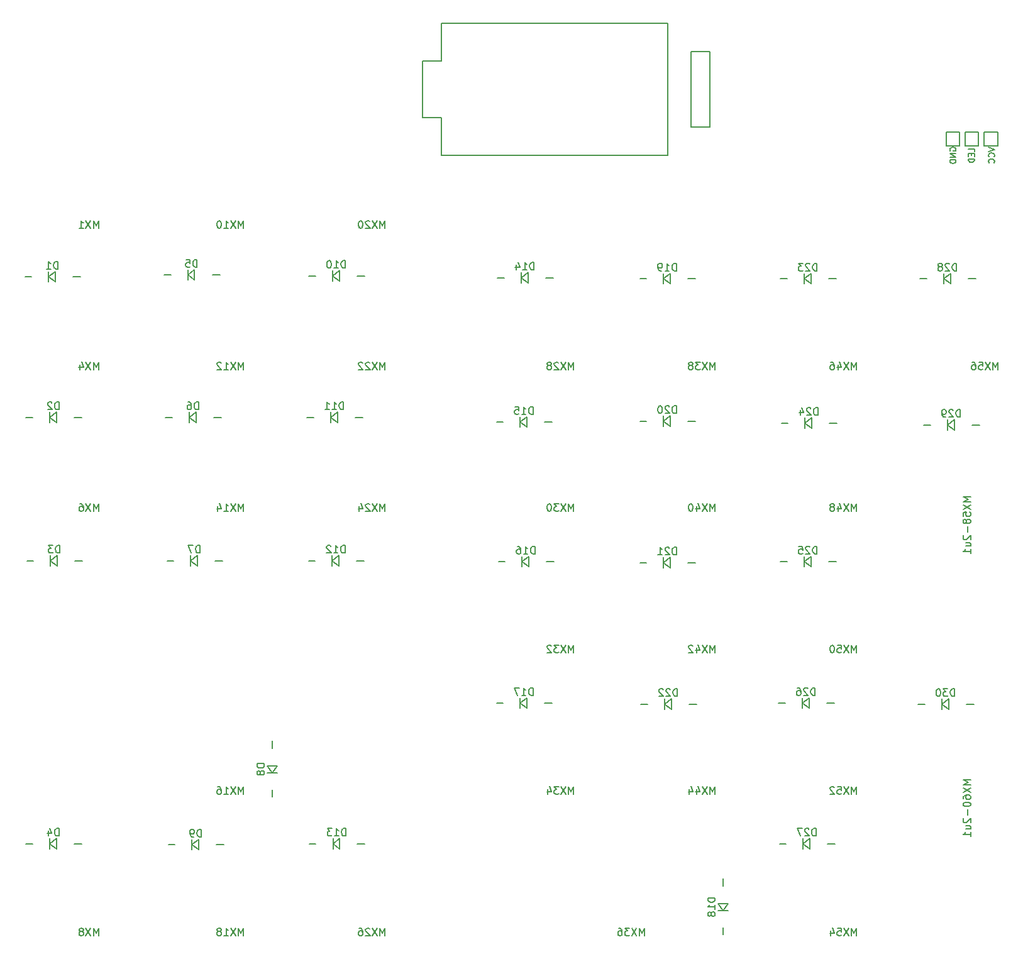
<source format=gbo>
G04 #@! TF.GenerationSoftware,KiCad,Pcbnew,(5.1.5)-3*
G04 #@! TF.CreationDate,2020-03-03T22:43:44-06:00*
G04 #@! TF.ProjectId,MigitePad,4d696769-7465-4506-9164-2e6b69636164,rev?*
G04 #@! TF.SameCoordinates,Original*
G04 #@! TF.FileFunction,Legend,Bot*
G04 #@! TF.FilePolarity,Positive*
%FSLAX46Y46*%
G04 Gerber Fmt 4.6, Leading zero omitted, Abs format (unit mm)*
G04 Created by KiCad (PCBNEW (5.1.5)-3) date 2020-03-03 22:43:44*
%MOMM*%
%LPD*%
G04 APERTURE LIST*
%ADD10C,0.150000*%
%ADD11C,4.802400*%
%ADD12R,1.626000X1.626000*%
%ADD13C,3.502000*%
%ADD14C,1.852000*%
%ADD15C,4.089800*%
%ADD16C,0.100000*%
%ADD17R,2.100980X2.100980*%
%ADD18C,2.100980*%
%ADD19R,1.902000X1.602000*%
%ADD20R,1.602000X1.902000*%
%ADD21C,3.150000*%
%ADD22C,1.499000*%
%ADD23C,2.202000*%
%ADD24C,1.302000*%
%ADD25C,1.702000*%
%ADD26R,1.702000X1.702000*%
G04 APERTURE END LIST*
D10*
X196291000Y-51319000D02*
X196291000Y-49519000D01*
X196291000Y-49519000D02*
X198091000Y-49519000D01*
X198091000Y-49519000D02*
X198091000Y-51319000D01*
X198091000Y-51319000D02*
X196291000Y-51319000D01*
X193791000Y-51319000D02*
X193791000Y-49519000D01*
X193791000Y-49519000D02*
X195591000Y-49519000D01*
X195591000Y-49519000D02*
X195591000Y-51319000D01*
X195591000Y-51319000D02*
X193791000Y-51319000D01*
X198891000Y-51319000D02*
X198891000Y-49519000D01*
X198891000Y-49519000D02*
X200691000Y-49519000D01*
X200691000Y-49519000D02*
X200691000Y-51319000D01*
X200691000Y-51319000D02*
X198891000Y-51319000D01*
X196475000Y-126492000D02*
X197475000Y-126492000D01*
X189975000Y-126492000D02*
X190875000Y-126492000D01*
X194075000Y-127192000D02*
X194075000Y-125792000D01*
X194075000Y-125792000D02*
X193175000Y-126492000D01*
X193175000Y-126492000D02*
X194075000Y-127192000D01*
X193175000Y-127192000D02*
X193175000Y-125792000D01*
X197237000Y-88900000D02*
X198237000Y-88900000D01*
X190737000Y-88900000D02*
X191637000Y-88900000D01*
X194837000Y-89600000D02*
X194837000Y-88200000D01*
X194837000Y-88200000D02*
X193937000Y-88900000D01*
X193937000Y-88900000D02*
X194837000Y-89600000D01*
X193937000Y-89600000D02*
X193937000Y-88200000D01*
X196729000Y-69215000D02*
X197729000Y-69215000D01*
X190229000Y-69215000D02*
X191129000Y-69215000D01*
X194329000Y-69915000D02*
X194329000Y-68515000D01*
X194329000Y-68515000D02*
X193429000Y-69215000D01*
X193429000Y-69215000D02*
X194329000Y-69915000D01*
X193429000Y-69915000D02*
X193429000Y-68515000D01*
X177806000Y-145288000D02*
X178806000Y-145288000D01*
X171306000Y-145288000D02*
X172206000Y-145288000D01*
X175406000Y-145988000D02*
X175406000Y-144588000D01*
X175406000Y-144588000D02*
X174506000Y-145288000D01*
X174506000Y-145288000D02*
X175406000Y-145988000D01*
X174506000Y-145988000D02*
X174506000Y-144588000D01*
X177679000Y-126365000D02*
X178679000Y-126365000D01*
X171179000Y-126365000D02*
X172079000Y-126365000D01*
X175279000Y-127065000D02*
X175279000Y-125665000D01*
X175279000Y-125665000D02*
X174379000Y-126365000D01*
X174379000Y-126365000D02*
X175279000Y-127065000D01*
X174379000Y-127065000D02*
X174379000Y-125665000D01*
X177933000Y-107315000D02*
X178933000Y-107315000D01*
X171433000Y-107315000D02*
X172333000Y-107315000D01*
X175533000Y-108015000D02*
X175533000Y-106615000D01*
X175533000Y-106615000D02*
X174633000Y-107315000D01*
X174633000Y-107315000D02*
X175533000Y-108015000D01*
X174633000Y-108015000D02*
X174633000Y-106615000D01*
X178060000Y-88646000D02*
X179060000Y-88646000D01*
X171560000Y-88646000D02*
X172460000Y-88646000D01*
X175660000Y-89346000D02*
X175660000Y-87946000D01*
X175660000Y-87946000D02*
X174760000Y-88646000D01*
X174760000Y-88646000D02*
X175660000Y-89346000D01*
X174760000Y-89346000D02*
X174760000Y-87946000D01*
X177933000Y-69215000D02*
X178933000Y-69215000D01*
X171433000Y-69215000D02*
X172333000Y-69215000D01*
X175533000Y-69915000D02*
X175533000Y-68515000D01*
X175533000Y-68515000D02*
X174633000Y-69215000D01*
X174633000Y-69215000D02*
X175533000Y-69915000D01*
X174633000Y-69915000D02*
X174633000Y-68515000D01*
X159137000Y-126492000D02*
X160137000Y-126492000D01*
X152637000Y-126492000D02*
X153537000Y-126492000D01*
X156737000Y-127192000D02*
X156737000Y-125792000D01*
X156737000Y-125792000D02*
X155837000Y-126492000D01*
X155837000Y-126492000D02*
X156737000Y-127192000D01*
X155837000Y-127192000D02*
X155837000Y-125792000D01*
X159010000Y-107442000D02*
X160010000Y-107442000D01*
X152510000Y-107442000D02*
X153410000Y-107442000D01*
X156610000Y-108142000D02*
X156610000Y-106742000D01*
X156610000Y-106742000D02*
X155710000Y-107442000D01*
X155710000Y-107442000D02*
X156610000Y-108142000D01*
X155710000Y-108142000D02*
X155710000Y-106742000D01*
X159010000Y-88392000D02*
X160010000Y-88392000D01*
X152510000Y-88392000D02*
X153410000Y-88392000D01*
X156610000Y-89092000D02*
X156610000Y-87692000D01*
X156610000Y-87692000D02*
X155710000Y-88392000D01*
X155710000Y-88392000D02*
X156610000Y-89092000D01*
X155710000Y-89092000D02*
X155710000Y-87692000D01*
X159010000Y-69215000D02*
X160010000Y-69215000D01*
X152510000Y-69215000D02*
X153410000Y-69215000D01*
X156610000Y-69915000D02*
X156610000Y-68515000D01*
X156610000Y-68515000D02*
X155710000Y-69215000D01*
X155710000Y-69215000D02*
X156610000Y-69915000D01*
X155710000Y-69915000D02*
X155710000Y-68515000D01*
X163703000Y-150997000D02*
X163703000Y-149997000D01*
X163703000Y-157497000D02*
X163703000Y-156597000D01*
X164403000Y-153397000D02*
X163003000Y-153397000D01*
X163003000Y-153397000D02*
X163703000Y-154297000D01*
X163703000Y-154297000D02*
X164403000Y-153397000D01*
X164403000Y-154297000D02*
X163003000Y-154297000D01*
X139706000Y-126365000D02*
X140706000Y-126365000D01*
X133206000Y-126365000D02*
X134106000Y-126365000D01*
X137306000Y-127065000D02*
X137306000Y-125665000D01*
X137306000Y-125665000D02*
X136406000Y-126365000D01*
X136406000Y-126365000D02*
X137306000Y-127065000D01*
X136406000Y-127065000D02*
X136406000Y-125665000D01*
X139960000Y-107315000D02*
X140960000Y-107315000D01*
X133460000Y-107315000D02*
X134360000Y-107315000D01*
X137560000Y-108015000D02*
X137560000Y-106615000D01*
X137560000Y-106615000D02*
X136660000Y-107315000D01*
X136660000Y-107315000D02*
X137560000Y-108015000D01*
X136660000Y-108015000D02*
X136660000Y-106615000D01*
X139706000Y-88519000D02*
X140706000Y-88519000D01*
X133206000Y-88519000D02*
X134106000Y-88519000D01*
X137306000Y-89219000D02*
X137306000Y-87819000D01*
X137306000Y-87819000D02*
X136406000Y-88519000D01*
X136406000Y-88519000D02*
X137306000Y-89219000D01*
X136406000Y-89219000D02*
X136406000Y-87819000D01*
X139833000Y-69088000D02*
X140833000Y-69088000D01*
X133333000Y-69088000D02*
X134233000Y-69088000D01*
X137433000Y-69788000D02*
X137433000Y-68388000D01*
X137433000Y-68388000D02*
X136533000Y-69088000D01*
X136533000Y-69088000D02*
X137433000Y-69788000D01*
X136533000Y-69788000D02*
X136533000Y-68388000D01*
X114482000Y-145288000D02*
X115482000Y-145288000D01*
X107982000Y-145288000D02*
X108882000Y-145288000D01*
X112082000Y-145988000D02*
X112082000Y-144588000D01*
X112082000Y-144588000D02*
X111182000Y-145288000D01*
X111182000Y-145288000D02*
X112082000Y-145988000D01*
X111182000Y-145988000D02*
X111182000Y-144588000D01*
X114384000Y-107188000D02*
X115384000Y-107188000D01*
X107884000Y-107188000D02*
X108784000Y-107188000D01*
X111984000Y-107888000D02*
X111984000Y-106488000D01*
X111984000Y-106488000D02*
X111084000Y-107188000D01*
X111084000Y-107188000D02*
X111984000Y-107888000D01*
X111084000Y-107888000D02*
X111084000Y-106488000D01*
X114179000Y-87884000D02*
X115179000Y-87884000D01*
X107679000Y-87884000D02*
X108579000Y-87884000D01*
X111779000Y-88584000D02*
X111779000Y-87184000D01*
X111779000Y-87184000D02*
X110879000Y-87884000D01*
X110879000Y-87884000D02*
X111779000Y-88584000D01*
X110879000Y-88584000D02*
X110879000Y-87184000D01*
X114433000Y-68834000D02*
X115433000Y-68834000D01*
X107933000Y-68834000D02*
X108833000Y-68834000D01*
X112033000Y-69534000D02*
X112033000Y-68134000D01*
X112033000Y-68134000D02*
X111133000Y-68834000D01*
X111133000Y-68834000D02*
X112033000Y-69534000D01*
X111133000Y-69534000D02*
X111133000Y-68134000D01*
X95510000Y-145415000D02*
X96510000Y-145415000D01*
X89010000Y-145415000D02*
X89910000Y-145415000D01*
X93110000Y-146115000D02*
X93110000Y-144715000D01*
X93110000Y-144715000D02*
X92210000Y-145415000D01*
X92210000Y-145415000D02*
X93110000Y-146115000D01*
X92210000Y-146115000D02*
X92210000Y-144715000D01*
X102997000Y-132455000D02*
X102997000Y-131455000D01*
X102997000Y-138955000D02*
X102997000Y-138055000D01*
X103697000Y-134855000D02*
X102297000Y-134855000D01*
X102297000Y-134855000D02*
X102997000Y-135755000D01*
X102997000Y-135755000D02*
X103697000Y-134855000D01*
X103697000Y-135755000D02*
X102297000Y-135755000D01*
X95334000Y-107188000D02*
X96334000Y-107188000D01*
X88834000Y-107188000D02*
X89734000Y-107188000D01*
X92934000Y-107888000D02*
X92934000Y-106488000D01*
X92934000Y-106488000D02*
X92034000Y-107188000D01*
X92034000Y-107188000D02*
X92934000Y-107888000D01*
X92034000Y-107888000D02*
X92034000Y-106488000D01*
X95129000Y-87884000D02*
X96129000Y-87884000D01*
X88629000Y-87884000D02*
X89529000Y-87884000D01*
X92729000Y-88584000D02*
X92729000Y-87184000D01*
X92729000Y-87184000D02*
X91829000Y-87884000D01*
X91829000Y-87884000D02*
X92729000Y-88584000D01*
X91829000Y-88584000D02*
X91829000Y-87184000D01*
X94953000Y-68707000D02*
X95953000Y-68707000D01*
X88453000Y-68707000D02*
X89353000Y-68707000D01*
X92553000Y-69407000D02*
X92553000Y-68007000D01*
X92553000Y-68007000D02*
X91653000Y-68707000D01*
X91653000Y-68707000D02*
X92553000Y-69407000D01*
X91653000Y-69407000D02*
X91653000Y-68007000D01*
X76333000Y-145288000D02*
X77333000Y-145288000D01*
X69833000Y-145288000D02*
X70733000Y-145288000D01*
X73933000Y-145988000D02*
X73933000Y-144588000D01*
X73933000Y-144588000D02*
X73033000Y-145288000D01*
X73033000Y-145288000D02*
X73933000Y-145988000D01*
X73033000Y-145988000D02*
X73033000Y-144588000D01*
X76460000Y-107188000D02*
X77460000Y-107188000D01*
X69960000Y-107188000D02*
X70860000Y-107188000D01*
X74060000Y-107888000D02*
X74060000Y-106488000D01*
X74060000Y-106488000D02*
X73160000Y-107188000D01*
X73160000Y-107188000D02*
X74060000Y-107888000D01*
X73160000Y-107888000D02*
X73160000Y-106488000D01*
X76333000Y-87884000D02*
X77333000Y-87884000D01*
X69833000Y-87884000D02*
X70733000Y-87884000D01*
X73933000Y-88584000D02*
X73933000Y-87184000D01*
X73933000Y-87184000D02*
X73033000Y-87884000D01*
X73033000Y-87884000D02*
X73933000Y-88584000D01*
X73033000Y-88584000D02*
X73033000Y-87184000D01*
X76206000Y-68961000D02*
X77206000Y-68961000D01*
X69706000Y-68961000D02*
X70606000Y-68961000D01*
X73806000Y-69661000D02*
X73806000Y-68261000D01*
X73806000Y-68261000D02*
X72906000Y-68961000D01*
X72906000Y-68961000D02*
X73806000Y-69661000D01*
X72906000Y-69661000D02*
X72906000Y-68261000D01*
X161925000Y-48768000D02*
X159385000Y-48768000D01*
X161925000Y-38608000D02*
X161925000Y-48768000D01*
X159385000Y-38608000D02*
X161925000Y-38608000D01*
X159385000Y-48768000D02*
X159385000Y-38608000D01*
X125761750Y-34798000D02*
X156241750Y-34798000D01*
X125761750Y-39878000D02*
X125761750Y-34798000D01*
X123221750Y-39878000D02*
X125761750Y-39878000D01*
X123221750Y-47498000D02*
X123221750Y-39878000D01*
X125761750Y-47498000D02*
X123221750Y-47498000D01*
X125761750Y-52578000D02*
X125761750Y-47498000D01*
X156241750Y-52578000D02*
X125761750Y-52578000D01*
X156241750Y-34798000D02*
X156241750Y-52578000D01*
X194291000Y-52009476D02*
X194252904Y-51933285D01*
X194252904Y-51819000D01*
X194291000Y-51704714D01*
X194367190Y-51628523D01*
X194443380Y-51590428D01*
X194595761Y-51552333D01*
X194710047Y-51552333D01*
X194862428Y-51590428D01*
X194938619Y-51628523D01*
X195014809Y-51704714D01*
X195052904Y-51819000D01*
X195052904Y-51895190D01*
X195014809Y-52009476D01*
X194976714Y-52047571D01*
X194710047Y-52047571D01*
X194710047Y-51895190D01*
X195052904Y-52390428D02*
X194252904Y-52390428D01*
X195052904Y-52847571D01*
X194252904Y-52847571D01*
X195052904Y-53228523D02*
X194252904Y-53228523D01*
X194252904Y-53419000D01*
X194291000Y-53533285D01*
X194367190Y-53609476D01*
X194443380Y-53647571D01*
X194595761Y-53685666D01*
X194710047Y-53685666D01*
X194862428Y-53647571D01*
X194938619Y-53609476D01*
X195014809Y-53533285D01*
X195052904Y-53419000D01*
X195052904Y-53228523D01*
X197552904Y-52104714D02*
X197552904Y-51723761D01*
X196752904Y-51723761D01*
X197133857Y-52371380D02*
X197133857Y-52638047D01*
X197552904Y-52752333D02*
X197552904Y-52371380D01*
X196752904Y-52371380D01*
X196752904Y-52752333D01*
X197552904Y-53095190D02*
X196752904Y-53095190D01*
X196752904Y-53285666D01*
X196791000Y-53399952D01*
X196867190Y-53476142D01*
X196943380Y-53514238D01*
X197095761Y-53552333D01*
X197210047Y-53552333D01*
X197362428Y-53514238D01*
X197438619Y-53476142D01*
X197514809Y-53399952D01*
X197552904Y-53285666D01*
X197552904Y-53095190D01*
X199452904Y-51552333D02*
X200252904Y-51819000D01*
X199452904Y-52085666D01*
X200176714Y-52809476D02*
X200214809Y-52771380D01*
X200252904Y-52657095D01*
X200252904Y-52580904D01*
X200214809Y-52466619D01*
X200138619Y-52390428D01*
X200062428Y-52352333D01*
X199910047Y-52314238D01*
X199795761Y-52314238D01*
X199643380Y-52352333D01*
X199567190Y-52390428D01*
X199491000Y-52466619D01*
X199452904Y-52580904D01*
X199452904Y-52657095D01*
X199491000Y-52771380D01*
X199529095Y-52809476D01*
X200176714Y-53609476D02*
X200214809Y-53571380D01*
X200252904Y-53457095D01*
X200252904Y-53380904D01*
X200214809Y-53266619D01*
X200138619Y-53190428D01*
X200062428Y-53152333D01*
X199910047Y-53114238D01*
X199795761Y-53114238D01*
X199643380Y-53152333D01*
X199567190Y-53190428D01*
X199491000Y-53266619D01*
X199452904Y-53380904D01*
X199452904Y-53457095D01*
X199491000Y-53571380D01*
X199529095Y-53609476D01*
X197035380Y-136702285D02*
X196035380Y-136702285D01*
X196749666Y-137035619D01*
X196035380Y-137368952D01*
X197035380Y-137368952D01*
X196035380Y-137749904D02*
X197035380Y-138416571D01*
X196035380Y-138416571D02*
X197035380Y-137749904D01*
X196035380Y-139226095D02*
X196035380Y-139035619D01*
X196083000Y-138940380D01*
X196130619Y-138892761D01*
X196273476Y-138797523D01*
X196463952Y-138749904D01*
X196844904Y-138749904D01*
X196940142Y-138797523D01*
X196987761Y-138845142D01*
X197035380Y-138940380D01*
X197035380Y-139130857D01*
X196987761Y-139226095D01*
X196940142Y-139273714D01*
X196844904Y-139321333D01*
X196606809Y-139321333D01*
X196511571Y-139273714D01*
X196463952Y-139226095D01*
X196416333Y-139130857D01*
X196416333Y-138940380D01*
X196463952Y-138845142D01*
X196511571Y-138797523D01*
X196606809Y-138749904D01*
X196035380Y-139940380D02*
X196035380Y-140035619D01*
X196083000Y-140130857D01*
X196130619Y-140178476D01*
X196225857Y-140226095D01*
X196416333Y-140273714D01*
X196654428Y-140273714D01*
X196844904Y-140226095D01*
X196940142Y-140178476D01*
X196987761Y-140130857D01*
X197035380Y-140035619D01*
X197035380Y-139940380D01*
X196987761Y-139845142D01*
X196940142Y-139797523D01*
X196844904Y-139749904D01*
X196654428Y-139702285D01*
X196416333Y-139702285D01*
X196225857Y-139749904D01*
X196130619Y-139797523D01*
X196083000Y-139845142D01*
X196035380Y-139940380D01*
X196654428Y-140702285D02*
X196654428Y-141464190D01*
X196130619Y-141892761D02*
X196083000Y-141940380D01*
X196035380Y-142035619D01*
X196035380Y-142273714D01*
X196083000Y-142368952D01*
X196130619Y-142416571D01*
X196225857Y-142464190D01*
X196321095Y-142464190D01*
X196463952Y-142416571D01*
X197035380Y-141845142D01*
X197035380Y-142464190D01*
X196368714Y-143321333D02*
X197035380Y-143321333D01*
X196368714Y-142892761D02*
X196892523Y-142892761D01*
X196987761Y-142940380D01*
X197035380Y-143035619D01*
X197035380Y-143178476D01*
X196987761Y-143273714D01*
X196940142Y-143321333D01*
X197035380Y-144321333D02*
X197035380Y-143749904D01*
X197035380Y-144035619D02*
X196035380Y-144035619D01*
X196178238Y-143940380D01*
X196273476Y-143845142D01*
X196321095Y-143749904D01*
X197035380Y-98602285D02*
X196035380Y-98602285D01*
X196749666Y-98935619D01*
X196035380Y-99268952D01*
X197035380Y-99268952D01*
X196035380Y-99649904D02*
X197035380Y-100316571D01*
X196035380Y-100316571D02*
X197035380Y-99649904D01*
X196035380Y-101173714D02*
X196035380Y-100697523D01*
X196511571Y-100649904D01*
X196463952Y-100697523D01*
X196416333Y-100792761D01*
X196416333Y-101030857D01*
X196463952Y-101126095D01*
X196511571Y-101173714D01*
X196606809Y-101221333D01*
X196844904Y-101221333D01*
X196940142Y-101173714D01*
X196987761Y-101126095D01*
X197035380Y-101030857D01*
X197035380Y-100792761D01*
X196987761Y-100697523D01*
X196940142Y-100649904D01*
X196463952Y-101792761D02*
X196416333Y-101697523D01*
X196368714Y-101649904D01*
X196273476Y-101602285D01*
X196225857Y-101602285D01*
X196130619Y-101649904D01*
X196083000Y-101697523D01*
X196035380Y-101792761D01*
X196035380Y-101983238D01*
X196083000Y-102078476D01*
X196130619Y-102126095D01*
X196225857Y-102173714D01*
X196273476Y-102173714D01*
X196368714Y-102126095D01*
X196416333Y-102078476D01*
X196463952Y-101983238D01*
X196463952Y-101792761D01*
X196511571Y-101697523D01*
X196559190Y-101649904D01*
X196654428Y-101602285D01*
X196844904Y-101602285D01*
X196940142Y-101649904D01*
X196987761Y-101697523D01*
X197035380Y-101792761D01*
X197035380Y-101983238D01*
X196987761Y-102078476D01*
X196940142Y-102126095D01*
X196844904Y-102173714D01*
X196654428Y-102173714D01*
X196559190Y-102126095D01*
X196511571Y-102078476D01*
X196463952Y-101983238D01*
X196654428Y-102602285D02*
X196654428Y-103364190D01*
X196130619Y-103792761D02*
X196083000Y-103840380D01*
X196035380Y-103935619D01*
X196035380Y-104173714D01*
X196083000Y-104268952D01*
X196130619Y-104316571D01*
X196225857Y-104364190D01*
X196321095Y-104364190D01*
X196463952Y-104316571D01*
X197035380Y-103745142D01*
X197035380Y-104364190D01*
X196368714Y-105221333D02*
X197035380Y-105221333D01*
X196368714Y-104792761D02*
X196892523Y-104792761D01*
X196987761Y-104840380D01*
X197035380Y-104935619D01*
X197035380Y-105078476D01*
X196987761Y-105173714D01*
X196940142Y-105221333D01*
X197035380Y-106221333D02*
X197035380Y-105649904D01*
X197035380Y-105935619D02*
X196035380Y-105935619D01*
X196178238Y-105840380D01*
X196273476Y-105745142D01*
X196321095Y-105649904D01*
X200744904Y-81465380D02*
X200744904Y-80465380D01*
X200411571Y-81179666D01*
X200078238Y-80465380D01*
X200078238Y-81465380D01*
X199697285Y-80465380D02*
X199030619Y-81465380D01*
X199030619Y-80465380D02*
X199697285Y-81465380D01*
X198173476Y-80465380D02*
X198649666Y-80465380D01*
X198697285Y-80941571D01*
X198649666Y-80893952D01*
X198554428Y-80846333D01*
X198316333Y-80846333D01*
X198221095Y-80893952D01*
X198173476Y-80941571D01*
X198125857Y-81036809D01*
X198125857Y-81274904D01*
X198173476Y-81370142D01*
X198221095Y-81417761D01*
X198316333Y-81465380D01*
X198554428Y-81465380D01*
X198649666Y-81417761D01*
X198697285Y-81370142D01*
X197268714Y-80465380D02*
X197459190Y-80465380D01*
X197554428Y-80513000D01*
X197602047Y-80560619D01*
X197697285Y-80703476D01*
X197744904Y-80893952D01*
X197744904Y-81274904D01*
X197697285Y-81370142D01*
X197649666Y-81417761D01*
X197554428Y-81465380D01*
X197363952Y-81465380D01*
X197268714Y-81417761D01*
X197221095Y-81370142D01*
X197173476Y-81274904D01*
X197173476Y-81036809D01*
X197221095Y-80941571D01*
X197268714Y-80893952D01*
X197363952Y-80846333D01*
X197554428Y-80846333D01*
X197649666Y-80893952D01*
X197697285Y-80941571D01*
X197744904Y-81036809D01*
X181694904Y-157665380D02*
X181694904Y-156665380D01*
X181361571Y-157379666D01*
X181028238Y-156665380D01*
X181028238Y-157665380D01*
X180647285Y-156665380D02*
X179980619Y-157665380D01*
X179980619Y-156665380D02*
X180647285Y-157665380D01*
X179123476Y-156665380D02*
X179599666Y-156665380D01*
X179647285Y-157141571D01*
X179599666Y-157093952D01*
X179504428Y-157046333D01*
X179266333Y-157046333D01*
X179171095Y-157093952D01*
X179123476Y-157141571D01*
X179075857Y-157236809D01*
X179075857Y-157474904D01*
X179123476Y-157570142D01*
X179171095Y-157617761D01*
X179266333Y-157665380D01*
X179504428Y-157665380D01*
X179599666Y-157617761D01*
X179647285Y-157570142D01*
X178218714Y-156998714D02*
X178218714Y-157665380D01*
X178456809Y-156617761D02*
X178694904Y-157332047D01*
X178075857Y-157332047D01*
X181694904Y-138615380D02*
X181694904Y-137615380D01*
X181361571Y-138329666D01*
X181028238Y-137615380D01*
X181028238Y-138615380D01*
X180647285Y-137615380D02*
X179980619Y-138615380D01*
X179980619Y-137615380D02*
X180647285Y-138615380D01*
X179123476Y-137615380D02*
X179599666Y-137615380D01*
X179647285Y-138091571D01*
X179599666Y-138043952D01*
X179504428Y-137996333D01*
X179266333Y-137996333D01*
X179171095Y-138043952D01*
X179123476Y-138091571D01*
X179075857Y-138186809D01*
X179075857Y-138424904D01*
X179123476Y-138520142D01*
X179171095Y-138567761D01*
X179266333Y-138615380D01*
X179504428Y-138615380D01*
X179599666Y-138567761D01*
X179647285Y-138520142D01*
X178694904Y-137710619D02*
X178647285Y-137663000D01*
X178552047Y-137615380D01*
X178313952Y-137615380D01*
X178218714Y-137663000D01*
X178171095Y-137710619D01*
X178123476Y-137805857D01*
X178123476Y-137901095D01*
X178171095Y-138043952D01*
X178742523Y-138615380D01*
X178123476Y-138615380D01*
X181694904Y-119565380D02*
X181694904Y-118565380D01*
X181361571Y-119279666D01*
X181028238Y-118565380D01*
X181028238Y-119565380D01*
X180647285Y-118565380D02*
X179980619Y-119565380D01*
X179980619Y-118565380D02*
X180647285Y-119565380D01*
X179123476Y-118565380D02*
X179599666Y-118565380D01*
X179647285Y-119041571D01*
X179599666Y-118993952D01*
X179504428Y-118946333D01*
X179266333Y-118946333D01*
X179171095Y-118993952D01*
X179123476Y-119041571D01*
X179075857Y-119136809D01*
X179075857Y-119374904D01*
X179123476Y-119470142D01*
X179171095Y-119517761D01*
X179266333Y-119565380D01*
X179504428Y-119565380D01*
X179599666Y-119517761D01*
X179647285Y-119470142D01*
X178456809Y-118565380D02*
X178361571Y-118565380D01*
X178266333Y-118613000D01*
X178218714Y-118660619D01*
X178171095Y-118755857D01*
X178123476Y-118946333D01*
X178123476Y-119184428D01*
X178171095Y-119374904D01*
X178218714Y-119470142D01*
X178266333Y-119517761D01*
X178361571Y-119565380D01*
X178456809Y-119565380D01*
X178552047Y-119517761D01*
X178599666Y-119470142D01*
X178647285Y-119374904D01*
X178694904Y-119184428D01*
X178694904Y-118946333D01*
X178647285Y-118755857D01*
X178599666Y-118660619D01*
X178552047Y-118613000D01*
X178456809Y-118565380D01*
X181694904Y-100515380D02*
X181694904Y-99515380D01*
X181361571Y-100229666D01*
X181028238Y-99515380D01*
X181028238Y-100515380D01*
X180647285Y-99515380D02*
X179980619Y-100515380D01*
X179980619Y-99515380D02*
X180647285Y-100515380D01*
X179171095Y-99848714D02*
X179171095Y-100515380D01*
X179409190Y-99467761D02*
X179647285Y-100182047D01*
X179028238Y-100182047D01*
X178504428Y-99943952D02*
X178599666Y-99896333D01*
X178647285Y-99848714D01*
X178694904Y-99753476D01*
X178694904Y-99705857D01*
X178647285Y-99610619D01*
X178599666Y-99563000D01*
X178504428Y-99515380D01*
X178313952Y-99515380D01*
X178218714Y-99563000D01*
X178171095Y-99610619D01*
X178123476Y-99705857D01*
X178123476Y-99753476D01*
X178171095Y-99848714D01*
X178218714Y-99896333D01*
X178313952Y-99943952D01*
X178504428Y-99943952D01*
X178599666Y-99991571D01*
X178647285Y-100039190D01*
X178694904Y-100134428D01*
X178694904Y-100324904D01*
X178647285Y-100420142D01*
X178599666Y-100467761D01*
X178504428Y-100515380D01*
X178313952Y-100515380D01*
X178218714Y-100467761D01*
X178171095Y-100420142D01*
X178123476Y-100324904D01*
X178123476Y-100134428D01*
X178171095Y-100039190D01*
X178218714Y-99991571D01*
X178313952Y-99943952D01*
X181694904Y-81465380D02*
X181694904Y-80465380D01*
X181361571Y-81179666D01*
X181028238Y-80465380D01*
X181028238Y-81465380D01*
X180647285Y-80465380D02*
X179980619Y-81465380D01*
X179980619Y-80465380D02*
X180647285Y-81465380D01*
X179171095Y-80798714D02*
X179171095Y-81465380D01*
X179409190Y-80417761D02*
X179647285Y-81132047D01*
X179028238Y-81132047D01*
X178218714Y-80465380D02*
X178409190Y-80465380D01*
X178504428Y-80513000D01*
X178552047Y-80560619D01*
X178647285Y-80703476D01*
X178694904Y-80893952D01*
X178694904Y-81274904D01*
X178647285Y-81370142D01*
X178599666Y-81417761D01*
X178504428Y-81465380D01*
X178313952Y-81465380D01*
X178218714Y-81417761D01*
X178171095Y-81370142D01*
X178123476Y-81274904D01*
X178123476Y-81036809D01*
X178171095Y-80941571D01*
X178218714Y-80893952D01*
X178313952Y-80846333D01*
X178504428Y-80846333D01*
X178599666Y-80893952D01*
X178647285Y-80941571D01*
X178694904Y-81036809D01*
X162644904Y-138615380D02*
X162644904Y-137615380D01*
X162311571Y-138329666D01*
X161978238Y-137615380D01*
X161978238Y-138615380D01*
X161597285Y-137615380D02*
X160930619Y-138615380D01*
X160930619Y-137615380D02*
X161597285Y-138615380D01*
X160121095Y-137948714D02*
X160121095Y-138615380D01*
X160359190Y-137567761D02*
X160597285Y-138282047D01*
X159978238Y-138282047D01*
X159168714Y-137948714D02*
X159168714Y-138615380D01*
X159406809Y-137567761D02*
X159644904Y-138282047D01*
X159025857Y-138282047D01*
X162644904Y-119565380D02*
X162644904Y-118565380D01*
X162311571Y-119279666D01*
X161978238Y-118565380D01*
X161978238Y-119565380D01*
X161597285Y-118565380D02*
X160930619Y-119565380D01*
X160930619Y-118565380D02*
X161597285Y-119565380D01*
X160121095Y-118898714D02*
X160121095Y-119565380D01*
X160359190Y-118517761D02*
X160597285Y-119232047D01*
X159978238Y-119232047D01*
X159644904Y-118660619D02*
X159597285Y-118613000D01*
X159502047Y-118565380D01*
X159263952Y-118565380D01*
X159168714Y-118613000D01*
X159121095Y-118660619D01*
X159073476Y-118755857D01*
X159073476Y-118851095D01*
X159121095Y-118993952D01*
X159692523Y-119565380D01*
X159073476Y-119565380D01*
X162644904Y-100515380D02*
X162644904Y-99515380D01*
X162311571Y-100229666D01*
X161978238Y-99515380D01*
X161978238Y-100515380D01*
X161597285Y-99515380D02*
X160930619Y-100515380D01*
X160930619Y-99515380D02*
X161597285Y-100515380D01*
X160121095Y-99848714D02*
X160121095Y-100515380D01*
X160359190Y-99467761D02*
X160597285Y-100182047D01*
X159978238Y-100182047D01*
X159406809Y-99515380D02*
X159311571Y-99515380D01*
X159216333Y-99563000D01*
X159168714Y-99610619D01*
X159121095Y-99705857D01*
X159073476Y-99896333D01*
X159073476Y-100134428D01*
X159121095Y-100324904D01*
X159168714Y-100420142D01*
X159216333Y-100467761D01*
X159311571Y-100515380D01*
X159406809Y-100515380D01*
X159502047Y-100467761D01*
X159549666Y-100420142D01*
X159597285Y-100324904D01*
X159644904Y-100134428D01*
X159644904Y-99896333D01*
X159597285Y-99705857D01*
X159549666Y-99610619D01*
X159502047Y-99563000D01*
X159406809Y-99515380D01*
X162644904Y-81465380D02*
X162644904Y-80465380D01*
X162311571Y-81179666D01*
X161978238Y-80465380D01*
X161978238Y-81465380D01*
X161597285Y-80465380D02*
X160930619Y-81465380D01*
X160930619Y-80465380D02*
X161597285Y-81465380D01*
X160644904Y-80465380D02*
X160025857Y-80465380D01*
X160359190Y-80846333D01*
X160216333Y-80846333D01*
X160121095Y-80893952D01*
X160073476Y-80941571D01*
X160025857Y-81036809D01*
X160025857Y-81274904D01*
X160073476Y-81370142D01*
X160121095Y-81417761D01*
X160216333Y-81465380D01*
X160502047Y-81465380D01*
X160597285Y-81417761D01*
X160644904Y-81370142D01*
X159454428Y-80893952D02*
X159549666Y-80846333D01*
X159597285Y-80798714D01*
X159644904Y-80703476D01*
X159644904Y-80655857D01*
X159597285Y-80560619D01*
X159549666Y-80513000D01*
X159454428Y-80465380D01*
X159263952Y-80465380D01*
X159168714Y-80513000D01*
X159121095Y-80560619D01*
X159073476Y-80655857D01*
X159073476Y-80703476D01*
X159121095Y-80798714D01*
X159168714Y-80846333D01*
X159263952Y-80893952D01*
X159454428Y-80893952D01*
X159549666Y-80941571D01*
X159597285Y-80989190D01*
X159644904Y-81084428D01*
X159644904Y-81274904D01*
X159597285Y-81370142D01*
X159549666Y-81417761D01*
X159454428Y-81465380D01*
X159263952Y-81465380D01*
X159168714Y-81417761D01*
X159121095Y-81370142D01*
X159073476Y-81274904D01*
X159073476Y-81084428D01*
X159121095Y-80989190D01*
X159168714Y-80941571D01*
X159263952Y-80893952D01*
X153119904Y-157665380D02*
X153119904Y-156665380D01*
X152786571Y-157379666D01*
X152453238Y-156665380D01*
X152453238Y-157665380D01*
X152072285Y-156665380D02*
X151405619Y-157665380D01*
X151405619Y-156665380D02*
X152072285Y-157665380D01*
X151119904Y-156665380D02*
X150500857Y-156665380D01*
X150834190Y-157046333D01*
X150691333Y-157046333D01*
X150596095Y-157093952D01*
X150548476Y-157141571D01*
X150500857Y-157236809D01*
X150500857Y-157474904D01*
X150548476Y-157570142D01*
X150596095Y-157617761D01*
X150691333Y-157665380D01*
X150977047Y-157665380D01*
X151072285Y-157617761D01*
X151119904Y-157570142D01*
X149643714Y-156665380D02*
X149834190Y-156665380D01*
X149929428Y-156713000D01*
X149977047Y-156760619D01*
X150072285Y-156903476D01*
X150119904Y-157093952D01*
X150119904Y-157474904D01*
X150072285Y-157570142D01*
X150024666Y-157617761D01*
X149929428Y-157665380D01*
X149738952Y-157665380D01*
X149643714Y-157617761D01*
X149596095Y-157570142D01*
X149548476Y-157474904D01*
X149548476Y-157236809D01*
X149596095Y-157141571D01*
X149643714Y-157093952D01*
X149738952Y-157046333D01*
X149929428Y-157046333D01*
X150024666Y-157093952D01*
X150072285Y-157141571D01*
X150119904Y-157236809D01*
X143594904Y-138615380D02*
X143594904Y-137615380D01*
X143261571Y-138329666D01*
X142928238Y-137615380D01*
X142928238Y-138615380D01*
X142547285Y-137615380D02*
X141880619Y-138615380D01*
X141880619Y-137615380D02*
X142547285Y-138615380D01*
X141594904Y-137615380D02*
X140975857Y-137615380D01*
X141309190Y-137996333D01*
X141166333Y-137996333D01*
X141071095Y-138043952D01*
X141023476Y-138091571D01*
X140975857Y-138186809D01*
X140975857Y-138424904D01*
X141023476Y-138520142D01*
X141071095Y-138567761D01*
X141166333Y-138615380D01*
X141452047Y-138615380D01*
X141547285Y-138567761D01*
X141594904Y-138520142D01*
X140118714Y-137948714D02*
X140118714Y-138615380D01*
X140356809Y-137567761D02*
X140594904Y-138282047D01*
X139975857Y-138282047D01*
X143594904Y-119565380D02*
X143594904Y-118565380D01*
X143261571Y-119279666D01*
X142928238Y-118565380D01*
X142928238Y-119565380D01*
X142547285Y-118565380D02*
X141880619Y-119565380D01*
X141880619Y-118565380D02*
X142547285Y-119565380D01*
X141594904Y-118565380D02*
X140975857Y-118565380D01*
X141309190Y-118946333D01*
X141166333Y-118946333D01*
X141071095Y-118993952D01*
X141023476Y-119041571D01*
X140975857Y-119136809D01*
X140975857Y-119374904D01*
X141023476Y-119470142D01*
X141071095Y-119517761D01*
X141166333Y-119565380D01*
X141452047Y-119565380D01*
X141547285Y-119517761D01*
X141594904Y-119470142D01*
X140594904Y-118660619D02*
X140547285Y-118613000D01*
X140452047Y-118565380D01*
X140213952Y-118565380D01*
X140118714Y-118613000D01*
X140071095Y-118660619D01*
X140023476Y-118755857D01*
X140023476Y-118851095D01*
X140071095Y-118993952D01*
X140642523Y-119565380D01*
X140023476Y-119565380D01*
X143594904Y-100515380D02*
X143594904Y-99515380D01*
X143261571Y-100229666D01*
X142928238Y-99515380D01*
X142928238Y-100515380D01*
X142547285Y-99515380D02*
X141880619Y-100515380D01*
X141880619Y-99515380D02*
X142547285Y-100515380D01*
X141594904Y-99515380D02*
X140975857Y-99515380D01*
X141309190Y-99896333D01*
X141166333Y-99896333D01*
X141071095Y-99943952D01*
X141023476Y-99991571D01*
X140975857Y-100086809D01*
X140975857Y-100324904D01*
X141023476Y-100420142D01*
X141071095Y-100467761D01*
X141166333Y-100515380D01*
X141452047Y-100515380D01*
X141547285Y-100467761D01*
X141594904Y-100420142D01*
X140356809Y-99515380D02*
X140261571Y-99515380D01*
X140166333Y-99563000D01*
X140118714Y-99610619D01*
X140071095Y-99705857D01*
X140023476Y-99896333D01*
X140023476Y-100134428D01*
X140071095Y-100324904D01*
X140118714Y-100420142D01*
X140166333Y-100467761D01*
X140261571Y-100515380D01*
X140356809Y-100515380D01*
X140452047Y-100467761D01*
X140499666Y-100420142D01*
X140547285Y-100324904D01*
X140594904Y-100134428D01*
X140594904Y-99896333D01*
X140547285Y-99705857D01*
X140499666Y-99610619D01*
X140452047Y-99563000D01*
X140356809Y-99515380D01*
X143594904Y-81465380D02*
X143594904Y-80465380D01*
X143261571Y-81179666D01*
X142928238Y-80465380D01*
X142928238Y-81465380D01*
X142547285Y-80465380D02*
X141880619Y-81465380D01*
X141880619Y-80465380D02*
X142547285Y-81465380D01*
X141547285Y-80560619D02*
X141499666Y-80513000D01*
X141404428Y-80465380D01*
X141166333Y-80465380D01*
X141071095Y-80513000D01*
X141023476Y-80560619D01*
X140975857Y-80655857D01*
X140975857Y-80751095D01*
X141023476Y-80893952D01*
X141594904Y-81465380D01*
X140975857Y-81465380D01*
X140404428Y-80893952D02*
X140499666Y-80846333D01*
X140547285Y-80798714D01*
X140594904Y-80703476D01*
X140594904Y-80655857D01*
X140547285Y-80560619D01*
X140499666Y-80513000D01*
X140404428Y-80465380D01*
X140213952Y-80465380D01*
X140118714Y-80513000D01*
X140071095Y-80560619D01*
X140023476Y-80655857D01*
X140023476Y-80703476D01*
X140071095Y-80798714D01*
X140118714Y-80846333D01*
X140213952Y-80893952D01*
X140404428Y-80893952D01*
X140499666Y-80941571D01*
X140547285Y-80989190D01*
X140594904Y-81084428D01*
X140594904Y-81274904D01*
X140547285Y-81370142D01*
X140499666Y-81417761D01*
X140404428Y-81465380D01*
X140213952Y-81465380D01*
X140118714Y-81417761D01*
X140071095Y-81370142D01*
X140023476Y-81274904D01*
X140023476Y-81084428D01*
X140071095Y-80989190D01*
X140118714Y-80941571D01*
X140213952Y-80893952D01*
X118194904Y-157665380D02*
X118194904Y-156665380D01*
X117861571Y-157379666D01*
X117528238Y-156665380D01*
X117528238Y-157665380D01*
X117147285Y-156665380D02*
X116480619Y-157665380D01*
X116480619Y-156665380D02*
X117147285Y-157665380D01*
X116147285Y-156760619D02*
X116099666Y-156713000D01*
X116004428Y-156665380D01*
X115766333Y-156665380D01*
X115671095Y-156713000D01*
X115623476Y-156760619D01*
X115575857Y-156855857D01*
X115575857Y-156951095D01*
X115623476Y-157093952D01*
X116194904Y-157665380D01*
X115575857Y-157665380D01*
X114718714Y-156665380D02*
X114909190Y-156665380D01*
X115004428Y-156713000D01*
X115052047Y-156760619D01*
X115147285Y-156903476D01*
X115194904Y-157093952D01*
X115194904Y-157474904D01*
X115147285Y-157570142D01*
X115099666Y-157617761D01*
X115004428Y-157665380D01*
X114813952Y-157665380D01*
X114718714Y-157617761D01*
X114671095Y-157570142D01*
X114623476Y-157474904D01*
X114623476Y-157236809D01*
X114671095Y-157141571D01*
X114718714Y-157093952D01*
X114813952Y-157046333D01*
X115004428Y-157046333D01*
X115099666Y-157093952D01*
X115147285Y-157141571D01*
X115194904Y-157236809D01*
X118194904Y-100515380D02*
X118194904Y-99515380D01*
X117861571Y-100229666D01*
X117528238Y-99515380D01*
X117528238Y-100515380D01*
X117147285Y-99515380D02*
X116480619Y-100515380D01*
X116480619Y-99515380D02*
X117147285Y-100515380D01*
X116147285Y-99610619D02*
X116099666Y-99563000D01*
X116004428Y-99515380D01*
X115766333Y-99515380D01*
X115671095Y-99563000D01*
X115623476Y-99610619D01*
X115575857Y-99705857D01*
X115575857Y-99801095D01*
X115623476Y-99943952D01*
X116194904Y-100515380D01*
X115575857Y-100515380D01*
X114718714Y-99848714D02*
X114718714Y-100515380D01*
X114956809Y-99467761D02*
X115194904Y-100182047D01*
X114575857Y-100182047D01*
X118194904Y-81465380D02*
X118194904Y-80465380D01*
X117861571Y-81179666D01*
X117528238Y-80465380D01*
X117528238Y-81465380D01*
X117147285Y-80465380D02*
X116480619Y-81465380D01*
X116480619Y-80465380D02*
X117147285Y-81465380D01*
X116147285Y-80560619D02*
X116099666Y-80513000D01*
X116004428Y-80465380D01*
X115766333Y-80465380D01*
X115671095Y-80513000D01*
X115623476Y-80560619D01*
X115575857Y-80655857D01*
X115575857Y-80751095D01*
X115623476Y-80893952D01*
X116194904Y-81465380D01*
X115575857Y-81465380D01*
X115194904Y-80560619D02*
X115147285Y-80513000D01*
X115052047Y-80465380D01*
X114813952Y-80465380D01*
X114718714Y-80513000D01*
X114671095Y-80560619D01*
X114623476Y-80655857D01*
X114623476Y-80751095D01*
X114671095Y-80893952D01*
X115242523Y-81465380D01*
X114623476Y-81465380D01*
X118194904Y-62415380D02*
X118194904Y-61415380D01*
X117861571Y-62129666D01*
X117528238Y-61415380D01*
X117528238Y-62415380D01*
X117147285Y-61415380D02*
X116480619Y-62415380D01*
X116480619Y-61415380D02*
X117147285Y-62415380D01*
X116147285Y-61510619D02*
X116099666Y-61463000D01*
X116004428Y-61415380D01*
X115766333Y-61415380D01*
X115671095Y-61463000D01*
X115623476Y-61510619D01*
X115575857Y-61605857D01*
X115575857Y-61701095D01*
X115623476Y-61843952D01*
X116194904Y-62415380D01*
X115575857Y-62415380D01*
X114956809Y-61415380D02*
X114861571Y-61415380D01*
X114766333Y-61463000D01*
X114718714Y-61510619D01*
X114671095Y-61605857D01*
X114623476Y-61796333D01*
X114623476Y-62034428D01*
X114671095Y-62224904D01*
X114718714Y-62320142D01*
X114766333Y-62367761D01*
X114861571Y-62415380D01*
X114956809Y-62415380D01*
X115052047Y-62367761D01*
X115099666Y-62320142D01*
X115147285Y-62224904D01*
X115194904Y-62034428D01*
X115194904Y-61796333D01*
X115147285Y-61605857D01*
X115099666Y-61510619D01*
X115052047Y-61463000D01*
X114956809Y-61415380D01*
X99144904Y-157665380D02*
X99144904Y-156665380D01*
X98811571Y-157379666D01*
X98478238Y-156665380D01*
X98478238Y-157665380D01*
X98097285Y-156665380D02*
X97430619Y-157665380D01*
X97430619Y-156665380D02*
X98097285Y-157665380D01*
X96525857Y-157665380D02*
X97097285Y-157665380D01*
X96811571Y-157665380D02*
X96811571Y-156665380D01*
X96906809Y-156808238D01*
X97002047Y-156903476D01*
X97097285Y-156951095D01*
X95954428Y-157093952D02*
X96049666Y-157046333D01*
X96097285Y-156998714D01*
X96144904Y-156903476D01*
X96144904Y-156855857D01*
X96097285Y-156760619D01*
X96049666Y-156713000D01*
X95954428Y-156665380D01*
X95763952Y-156665380D01*
X95668714Y-156713000D01*
X95621095Y-156760619D01*
X95573476Y-156855857D01*
X95573476Y-156903476D01*
X95621095Y-156998714D01*
X95668714Y-157046333D01*
X95763952Y-157093952D01*
X95954428Y-157093952D01*
X96049666Y-157141571D01*
X96097285Y-157189190D01*
X96144904Y-157284428D01*
X96144904Y-157474904D01*
X96097285Y-157570142D01*
X96049666Y-157617761D01*
X95954428Y-157665380D01*
X95763952Y-157665380D01*
X95668714Y-157617761D01*
X95621095Y-157570142D01*
X95573476Y-157474904D01*
X95573476Y-157284428D01*
X95621095Y-157189190D01*
X95668714Y-157141571D01*
X95763952Y-157093952D01*
X99144904Y-138615380D02*
X99144904Y-137615380D01*
X98811571Y-138329666D01*
X98478238Y-137615380D01*
X98478238Y-138615380D01*
X98097285Y-137615380D02*
X97430619Y-138615380D01*
X97430619Y-137615380D02*
X98097285Y-138615380D01*
X96525857Y-138615380D02*
X97097285Y-138615380D01*
X96811571Y-138615380D02*
X96811571Y-137615380D01*
X96906809Y-137758238D01*
X97002047Y-137853476D01*
X97097285Y-137901095D01*
X95668714Y-137615380D02*
X95859190Y-137615380D01*
X95954428Y-137663000D01*
X96002047Y-137710619D01*
X96097285Y-137853476D01*
X96144904Y-138043952D01*
X96144904Y-138424904D01*
X96097285Y-138520142D01*
X96049666Y-138567761D01*
X95954428Y-138615380D01*
X95763952Y-138615380D01*
X95668714Y-138567761D01*
X95621095Y-138520142D01*
X95573476Y-138424904D01*
X95573476Y-138186809D01*
X95621095Y-138091571D01*
X95668714Y-138043952D01*
X95763952Y-137996333D01*
X95954428Y-137996333D01*
X96049666Y-138043952D01*
X96097285Y-138091571D01*
X96144904Y-138186809D01*
X99144904Y-100515380D02*
X99144904Y-99515380D01*
X98811571Y-100229666D01*
X98478238Y-99515380D01*
X98478238Y-100515380D01*
X98097285Y-99515380D02*
X97430619Y-100515380D01*
X97430619Y-99515380D02*
X98097285Y-100515380D01*
X96525857Y-100515380D02*
X97097285Y-100515380D01*
X96811571Y-100515380D02*
X96811571Y-99515380D01*
X96906809Y-99658238D01*
X97002047Y-99753476D01*
X97097285Y-99801095D01*
X95668714Y-99848714D02*
X95668714Y-100515380D01*
X95906809Y-99467761D02*
X96144904Y-100182047D01*
X95525857Y-100182047D01*
X99144904Y-81465380D02*
X99144904Y-80465380D01*
X98811571Y-81179666D01*
X98478238Y-80465380D01*
X98478238Y-81465380D01*
X98097285Y-80465380D02*
X97430619Y-81465380D01*
X97430619Y-80465380D02*
X98097285Y-81465380D01*
X96525857Y-81465380D02*
X97097285Y-81465380D01*
X96811571Y-81465380D02*
X96811571Y-80465380D01*
X96906809Y-80608238D01*
X97002047Y-80703476D01*
X97097285Y-80751095D01*
X96144904Y-80560619D02*
X96097285Y-80513000D01*
X96002047Y-80465380D01*
X95763952Y-80465380D01*
X95668714Y-80513000D01*
X95621095Y-80560619D01*
X95573476Y-80655857D01*
X95573476Y-80751095D01*
X95621095Y-80893952D01*
X96192523Y-81465380D01*
X95573476Y-81465380D01*
X99144904Y-62415380D02*
X99144904Y-61415380D01*
X98811571Y-62129666D01*
X98478238Y-61415380D01*
X98478238Y-62415380D01*
X98097285Y-61415380D02*
X97430619Y-62415380D01*
X97430619Y-61415380D02*
X98097285Y-62415380D01*
X96525857Y-62415380D02*
X97097285Y-62415380D01*
X96811571Y-62415380D02*
X96811571Y-61415380D01*
X96906809Y-61558238D01*
X97002047Y-61653476D01*
X97097285Y-61701095D01*
X95906809Y-61415380D02*
X95811571Y-61415380D01*
X95716333Y-61463000D01*
X95668714Y-61510619D01*
X95621095Y-61605857D01*
X95573476Y-61796333D01*
X95573476Y-62034428D01*
X95621095Y-62224904D01*
X95668714Y-62320142D01*
X95716333Y-62367761D01*
X95811571Y-62415380D01*
X95906809Y-62415380D01*
X96002047Y-62367761D01*
X96049666Y-62320142D01*
X96097285Y-62224904D01*
X96144904Y-62034428D01*
X96144904Y-61796333D01*
X96097285Y-61605857D01*
X96049666Y-61510619D01*
X96002047Y-61463000D01*
X95906809Y-61415380D01*
X79618714Y-157665380D02*
X79618714Y-156665380D01*
X79285380Y-157379666D01*
X78952047Y-156665380D01*
X78952047Y-157665380D01*
X78571095Y-156665380D02*
X77904428Y-157665380D01*
X77904428Y-156665380D02*
X78571095Y-157665380D01*
X77380619Y-157093952D02*
X77475857Y-157046333D01*
X77523476Y-156998714D01*
X77571095Y-156903476D01*
X77571095Y-156855857D01*
X77523476Y-156760619D01*
X77475857Y-156713000D01*
X77380619Y-156665380D01*
X77190142Y-156665380D01*
X77094904Y-156713000D01*
X77047285Y-156760619D01*
X76999666Y-156855857D01*
X76999666Y-156903476D01*
X77047285Y-156998714D01*
X77094904Y-157046333D01*
X77190142Y-157093952D01*
X77380619Y-157093952D01*
X77475857Y-157141571D01*
X77523476Y-157189190D01*
X77571095Y-157284428D01*
X77571095Y-157474904D01*
X77523476Y-157570142D01*
X77475857Y-157617761D01*
X77380619Y-157665380D01*
X77190142Y-157665380D01*
X77094904Y-157617761D01*
X77047285Y-157570142D01*
X76999666Y-157474904D01*
X76999666Y-157284428D01*
X77047285Y-157189190D01*
X77094904Y-157141571D01*
X77190142Y-157093952D01*
X79618714Y-100515380D02*
X79618714Y-99515380D01*
X79285380Y-100229666D01*
X78952047Y-99515380D01*
X78952047Y-100515380D01*
X78571095Y-99515380D02*
X77904428Y-100515380D01*
X77904428Y-99515380D02*
X78571095Y-100515380D01*
X77094904Y-99515380D02*
X77285380Y-99515380D01*
X77380619Y-99563000D01*
X77428238Y-99610619D01*
X77523476Y-99753476D01*
X77571095Y-99943952D01*
X77571095Y-100324904D01*
X77523476Y-100420142D01*
X77475857Y-100467761D01*
X77380619Y-100515380D01*
X77190142Y-100515380D01*
X77094904Y-100467761D01*
X77047285Y-100420142D01*
X76999666Y-100324904D01*
X76999666Y-100086809D01*
X77047285Y-99991571D01*
X77094904Y-99943952D01*
X77190142Y-99896333D01*
X77380619Y-99896333D01*
X77475857Y-99943952D01*
X77523476Y-99991571D01*
X77571095Y-100086809D01*
X79618714Y-81465380D02*
X79618714Y-80465380D01*
X79285380Y-81179666D01*
X78952047Y-80465380D01*
X78952047Y-81465380D01*
X78571095Y-80465380D02*
X77904428Y-81465380D01*
X77904428Y-80465380D02*
X78571095Y-81465380D01*
X77094904Y-80798714D02*
X77094904Y-81465380D01*
X77333000Y-80417761D02*
X77571095Y-81132047D01*
X76952047Y-81132047D01*
X79618714Y-62415380D02*
X79618714Y-61415380D01*
X79285380Y-62129666D01*
X78952047Y-61415380D01*
X78952047Y-62415380D01*
X78571095Y-61415380D02*
X77904428Y-62415380D01*
X77904428Y-61415380D02*
X78571095Y-62415380D01*
X76999666Y-62415380D02*
X77571095Y-62415380D01*
X77285380Y-62415380D02*
X77285380Y-61415380D01*
X77380619Y-61558238D01*
X77475857Y-61653476D01*
X77571095Y-61701095D01*
X194889285Y-125444380D02*
X194889285Y-124444380D01*
X194651190Y-124444380D01*
X194508333Y-124492000D01*
X194413095Y-124587238D01*
X194365476Y-124682476D01*
X194317857Y-124872952D01*
X194317857Y-125015809D01*
X194365476Y-125206285D01*
X194413095Y-125301523D01*
X194508333Y-125396761D01*
X194651190Y-125444380D01*
X194889285Y-125444380D01*
X193984523Y-124444380D02*
X193365476Y-124444380D01*
X193698809Y-124825333D01*
X193555952Y-124825333D01*
X193460714Y-124872952D01*
X193413095Y-124920571D01*
X193365476Y-125015809D01*
X193365476Y-125253904D01*
X193413095Y-125349142D01*
X193460714Y-125396761D01*
X193555952Y-125444380D01*
X193841666Y-125444380D01*
X193936904Y-125396761D01*
X193984523Y-125349142D01*
X192746428Y-124444380D02*
X192651190Y-124444380D01*
X192555952Y-124492000D01*
X192508333Y-124539619D01*
X192460714Y-124634857D01*
X192413095Y-124825333D01*
X192413095Y-125063428D01*
X192460714Y-125253904D01*
X192508333Y-125349142D01*
X192555952Y-125396761D01*
X192651190Y-125444380D01*
X192746428Y-125444380D01*
X192841666Y-125396761D01*
X192889285Y-125349142D01*
X192936904Y-125253904D01*
X192984523Y-125063428D01*
X192984523Y-124825333D01*
X192936904Y-124634857D01*
X192889285Y-124539619D01*
X192841666Y-124492000D01*
X192746428Y-124444380D01*
X195651285Y-87852380D02*
X195651285Y-86852380D01*
X195413190Y-86852380D01*
X195270333Y-86900000D01*
X195175095Y-86995238D01*
X195127476Y-87090476D01*
X195079857Y-87280952D01*
X195079857Y-87423809D01*
X195127476Y-87614285D01*
X195175095Y-87709523D01*
X195270333Y-87804761D01*
X195413190Y-87852380D01*
X195651285Y-87852380D01*
X194698904Y-86947619D02*
X194651285Y-86900000D01*
X194556047Y-86852380D01*
X194317952Y-86852380D01*
X194222714Y-86900000D01*
X194175095Y-86947619D01*
X194127476Y-87042857D01*
X194127476Y-87138095D01*
X194175095Y-87280952D01*
X194746523Y-87852380D01*
X194127476Y-87852380D01*
X193651285Y-87852380D02*
X193460809Y-87852380D01*
X193365571Y-87804761D01*
X193317952Y-87757142D01*
X193222714Y-87614285D01*
X193175095Y-87423809D01*
X193175095Y-87042857D01*
X193222714Y-86947619D01*
X193270333Y-86900000D01*
X193365571Y-86852380D01*
X193556047Y-86852380D01*
X193651285Y-86900000D01*
X193698904Y-86947619D01*
X193746523Y-87042857D01*
X193746523Y-87280952D01*
X193698904Y-87376190D01*
X193651285Y-87423809D01*
X193556047Y-87471428D01*
X193365571Y-87471428D01*
X193270333Y-87423809D01*
X193222714Y-87376190D01*
X193175095Y-87280952D01*
X195143285Y-68167380D02*
X195143285Y-67167380D01*
X194905190Y-67167380D01*
X194762333Y-67215000D01*
X194667095Y-67310238D01*
X194619476Y-67405476D01*
X194571857Y-67595952D01*
X194571857Y-67738809D01*
X194619476Y-67929285D01*
X194667095Y-68024523D01*
X194762333Y-68119761D01*
X194905190Y-68167380D01*
X195143285Y-68167380D01*
X194190904Y-67262619D02*
X194143285Y-67215000D01*
X194048047Y-67167380D01*
X193809952Y-67167380D01*
X193714714Y-67215000D01*
X193667095Y-67262619D01*
X193619476Y-67357857D01*
X193619476Y-67453095D01*
X193667095Y-67595952D01*
X194238523Y-68167380D01*
X193619476Y-68167380D01*
X193048047Y-67595952D02*
X193143285Y-67548333D01*
X193190904Y-67500714D01*
X193238523Y-67405476D01*
X193238523Y-67357857D01*
X193190904Y-67262619D01*
X193143285Y-67215000D01*
X193048047Y-67167380D01*
X192857571Y-67167380D01*
X192762333Y-67215000D01*
X192714714Y-67262619D01*
X192667095Y-67357857D01*
X192667095Y-67405476D01*
X192714714Y-67500714D01*
X192762333Y-67548333D01*
X192857571Y-67595952D01*
X193048047Y-67595952D01*
X193143285Y-67643571D01*
X193190904Y-67691190D01*
X193238523Y-67786428D01*
X193238523Y-67976904D01*
X193190904Y-68072142D01*
X193143285Y-68119761D01*
X193048047Y-68167380D01*
X192857571Y-68167380D01*
X192762333Y-68119761D01*
X192714714Y-68072142D01*
X192667095Y-67976904D01*
X192667095Y-67786428D01*
X192714714Y-67691190D01*
X192762333Y-67643571D01*
X192857571Y-67595952D01*
X176220285Y-144240380D02*
X176220285Y-143240380D01*
X175982190Y-143240380D01*
X175839333Y-143288000D01*
X175744095Y-143383238D01*
X175696476Y-143478476D01*
X175648857Y-143668952D01*
X175648857Y-143811809D01*
X175696476Y-144002285D01*
X175744095Y-144097523D01*
X175839333Y-144192761D01*
X175982190Y-144240380D01*
X176220285Y-144240380D01*
X175267904Y-143335619D02*
X175220285Y-143288000D01*
X175125047Y-143240380D01*
X174886952Y-143240380D01*
X174791714Y-143288000D01*
X174744095Y-143335619D01*
X174696476Y-143430857D01*
X174696476Y-143526095D01*
X174744095Y-143668952D01*
X175315523Y-144240380D01*
X174696476Y-144240380D01*
X174363142Y-143240380D02*
X173696476Y-143240380D01*
X174125047Y-144240380D01*
X176093285Y-125317380D02*
X176093285Y-124317380D01*
X175855190Y-124317380D01*
X175712333Y-124365000D01*
X175617095Y-124460238D01*
X175569476Y-124555476D01*
X175521857Y-124745952D01*
X175521857Y-124888809D01*
X175569476Y-125079285D01*
X175617095Y-125174523D01*
X175712333Y-125269761D01*
X175855190Y-125317380D01*
X176093285Y-125317380D01*
X175140904Y-124412619D02*
X175093285Y-124365000D01*
X174998047Y-124317380D01*
X174759952Y-124317380D01*
X174664714Y-124365000D01*
X174617095Y-124412619D01*
X174569476Y-124507857D01*
X174569476Y-124603095D01*
X174617095Y-124745952D01*
X175188523Y-125317380D01*
X174569476Y-125317380D01*
X173712333Y-124317380D02*
X173902809Y-124317380D01*
X173998047Y-124365000D01*
X174045666Y-124412619D01*
X174140904Y-124555476D01*
X174188523Y-124745952D01*
X174188523Y-125126904D01*
X174140904Y-125222142D01*
X174093285Y-125269761D01*
X173998047Y-125317380D01*
X173807571Y-125317380D01*
X173712333Y-125269761D01*
X173664714Y-125222142D01*
X173617095Y-125126904D01*
X173617095Y-124888809D01*
X173664714Y-124793571D01*
X173712333Y-124745952D01*
X173807571Y-124698333D01*
X173998047Y-124698333D01*
X174093285Y-124745952D01*
X174140904Y-124793571D01*
X174188523Y-124888809D01*
X176347285Y-106267380D02*
X176347285Y-105267380D01*
X176109190Y-105267380D01*
X175966333Y-105315000D01*
X175871095Y-105410238D01*
X175823476Y-105505476D01*
X175775857Y-105695952D01*
X175775857Y-105838809D01*
X175823476Y-106029285D01*
X175871095Y-106124523D01*
X175966333Y-106219761D01*
X176109190Y-106267380D01*
X176347285Y-106267380D01*
X175394904Y-105362619D02*
X175347285Y-105315000D01*
X175252047Y-105267380D01*
X175013952Y-105267380D01*
X174918714Y-105315000D01*
X174871095Y-105362619D01*
X174823476Y-105457857D01*
X174823476Y-105553095D01*
X174871095Y-105695952D01*
X175442523Y-106267380D01*
X174823476Y-106267380D01*
X173918714Y-105267380D02*
X174394904Y-105267380D01*
X174442523Y-105743571D01*
X174394904Y-105695952D01*
X174299666Y-105648333D01*
X174061571Y-105648333D01*
X173966333Y-105695952D01*
X173918714Y-105743571D01*
X173871095Y-105838809D01*
X173871095Y-106076904D01*
X173918714Y-106172142D01*
X173966333Y-106219761D01*
X174061571Y-106267380D01*
X174299666Y-106267380D01*
X174394904Y-106219761D01*
X174442523Y-106172142D01*
X176474285Y-87598380D02*
X176474285Y-86598380D01*
X176236190Y-86598380D01*
X176093333Y-86646000D01*
X175998095Y-86741238D01*
X175950476Y-86836476D01*
X175902857Y-87026952D01*
X175902857Y-87169809D01*
X175950476Y-87360285D01*
X175998095Y-87455523D01*
X176093333Y-87550761D01*
X176236190Y-87598380D01*
X176474285Y-87598380D01*
X175521904Y-86693619D02*
X175474285Y-86646000D01*
X175379047Y-86598380D01*
X175140952Y-86598380D01*
X175045714Y-86646000D01*
X174998095Y-86693619D01*
X174950476Y-86788857D01*
X174950476Y-86884095D01*
X174998095Y-87026952D01*
X175569523Y-87598380D01*
X174950476Y-87598380D01*
X174093333Y-86931714D02*
X174093333Y-87598380D01*
X174331428Y-86550761D02*
X174569523Y-87265047D01*
X173950476Y-87265047D01*
X176347285Y-68167380D02*
X176347285Y-67167380D01*
X176109190Y-67167380D01*
X175966333Y-67215000D01*
X175871095Y-67310238D01*
X175823476Y-67405476D01*
X175775857Y-67595952D01*
X175775857Y-67738809D01*
X175823476Y-67929285D01*
X175871095Y-68024523D01*
X175966333Y-68119761D01*
X176109190Y-68167380D01*
X176347285Y-68167380D01*
X175394904Y-67262619D02*
X175347285Y-67215000D01*
X175252047Y-67167380D01*
X175013952Y-67167380D01*
X174918714Y-67215000D01*
X174871095Y-67262619D01*
X174823476Y-67357857D01*
X174823476Y-67453095D01*
X174871095Y-67595952D01*
X175442523Y-68167380D01*
X174823476Y-68167380D01*
X174490142Y-67167380D02*
X173871095Y-67167380D01*
X174204428Y-67548333D01*
X174061571Y-67548333D01*
X173966333Y-67595952D01*
X173918714Y-67643571D01*
X173871095Y-67738809D01*
X173871095Y-67976904D01*
X173918714Y-68072142D01*
X173966333Y-68119761D01*
X174061571Y-68167380D01*
X174347285Y-68167380D01*
X174442523Y-68119761D01*
X174490142Y-68072142D01*
X157551285Y-125444380D02*
X157551285Y-124444380D01*
X157313190Y-124444380D01*
X157170333Y-124492000D01*
X157075095Y-124587238D01*
X157027476Y-124682476D01*
X156979857Y-124872952D01*
X156979857Y-125015809D01*
X157027476Y-125206285D01*
X157075095Y-125301523D01*
X157170333Y-125396761D01*
X157313190Y-125444380D01*
X157551285Y-125444380D01*
X156598904Y-124539619D02*
X156551285Y-124492000D01*
X156456047Y-124444380D01*
X156217952Y-124444380D01*
X156122714Y-124492000D01*
X156075095Y-124539619D01*
X156027476Y-124634857D01*
X156027476Y-124730095D01*
X156075095Y-124872952D01*
X156646523Y-125444380D01*
X156027476Y-125444380D01*
X155646523Y-124539619D02*
X155598904Y-124492000D01*
X155503666Y-124444380D01*
X155265571Y-124444380D01*
X155170333Y-124492000D01*
X155122714Y-124539619D01*
X155075095Y-124634857D01*
X155075095Y-124730095D01*
X155122714Y-124872952D01*
X155694142Y-125444380D01*
X155075095Y-125444380D01*
X157424285Y-106394380D02*
X157424285Y-105394380D01*
X157186190Y-105394380D01*
X157043333Y-105442000D01*
X156948095Y-105537238D01*
X156900476Y-105632476D01*
X156852857Y-105822952D01*
X156852857Y-105965809D01*
X156900476Y-106156285D01*
X156948095Y-106251523D01*
X157043333Y-106346761D01*
X157186190Y-106394380D01*
X157424285Y-106394380D01*
X156471904Y-105489619D02*
X156424285Y-105442000D01*
X156329047Y-105394380D01*
X156090952Y-105394380D01*
X155995714Y-105442000D01*
X155948095Y-105489619D01*
X155900476Y-105584857D01*
X155900476Y-105680095D01*
X155948095Y-105822952D01*
X156519523Y-106394380D01*
X155900476Y-106394380D01*
X154948095Y-106394380D02*
X155519523Y-106394380D01*
X155233809Y-106394380D02*
X155233809Y-105394380D01*
X155329047Y-105537238D01*
X155424285Y-105632476D01*
X155519523Y-105680095D01*
X157424285Y-87344380D02*
X157424285Y-86344380D01*
X157186190Y-86344380D01*
X157043333Y-86392000D01*
X156948095Y-86487238D01*
X156900476Y-86582476D01*
X156852857Y-86772952D01*
X156852857Y-86915809D01*
X156900476Y-87106285D01*
X156948095Y-87201523D01*
X157043333Y-87296761D01*
X157186190Y-87344380D01*
X157424285Y-87344380D01*
X156471904Y-86439619D02*
X156424285Y-86392000D01*
X156329047Y-86344380D01*
X156090952Y-86344380D01*
X155995714Y-86392000D01*
X155948095Y-86439619D01*
X155900476Y-86534857D01*
X155900476Y-86630095D01*
X155948095Y-86772952D01*
X156519523Y-87344380D01*
X155900476Y-87344380D01*
X155281428Y-86344380D02*
X155186190Y-86344380D01*
X155090952Y-86392000D01*
X155043333Y-86439619D01*
X154995714Y-86534857D01*
X154948095Y-86725333D01*
X154948095Y-86963428D01*
X154995714Y-87153904D01*
X155043333Y-87249142D01*
X155090952Y-87296761D01*
X155186190Y-87344380D01*
X155281428Y-87344380D01*
X155376666Y-87296761D01*
X155424285Y-87249142D01*
X155471904Y-87153904D01*
X155519523Y-86963428D01*
X155519523Y-86725333D01*
X155471904Y-86534857D01*
X155424285Y-86439619D01*
X155376666Y-86392000D01*
X155281428Y-86344380D01*
X157424285Y-68167380D02*
X157424285Y-67167380D01*
X157186190Y-67167380D01*
X157043333Y-67215000D01*
X156948095Y-67310238D01*
X156900476Y-67405476D01*
X156852857Y-67595952D01*
X156852857Y-67738809D01*
X156900476Y-67929285D01*
X156948095Y-68024523D01*
X157043333Y-68119761D01*
X157186190Y-68167380D01*
X157424285Y-68167380D01*
X155900476Y-68167380D02*
X156471904Y-68167380D01*
X156186190Y-68167380D02*
X156186190Y-67167380D01*
X156281428Y-67310238D01*
X156376666Y-67405476D01*
X156471904Y-67453095D01*
X155424285Y-68167380D02*
X155233809Y-68167380D01*
X155138571Y-68119761D01*
X155090952Y-68072142D01*
X154995714Y-67929285D01*
X154948095Y-67738809D01*
X154948095Y-67357857D01*
X154995714Y-67262619D01*
X155043333Y-67215000D01*
X155138571Y-67167380D01*
X155329047Y-67167380D01*
X155424285Y-67215000D01*
X155471904Y-67262619D01*
X155519523Y-67357857D01*
X155519523Y-67595952D01*
X155471904Y-67691190D01*
X155424285Y-67738809D01*
X155329047Y-67786428D01*
X155138571Y-67786428D01*
X155043333Y-67738809D01*
X154995714Y-67691190D01*
X154948095Y-67595952D01*
X162655380Y-152582714D02*
X161655380Y-152582714D01*
X161655380Y-152820809D01*
X161703000Y-152963666D01*
X161798238Y-153058904D01*
X161893476Y-153106523D01*
X162083952Y-153154142D01*
X162226809Y-153154142D01*
X162417285Y-153106523D01*
X162512523Y-153058904D01*
X162607761Y-152963666D01*
X162655380Y-152820809D01*
X162655380Y-152582714D01*
X162655380Y-154106523D02*
X162655380Y-153535095D01*
X162655380Y-153820809D02*
X161655380Y-153820809D01*
X161798238Y-153725571D01*
X161893476Y-153630333D01*
X161941095Y-153535095D01*
X162083952Y-154677952D02*
X162036333Y-154582714D01*
X161988714Y-154535095D01*
X161893476Y-154487476D01*
X161845857Y-154487476D01*
X161750619Y-154535095D01*
X161703000Y-154582714D01*
X161655380Y-154677952D01*
X161655380Y-154868428D01*
X161703000Y-154963666D01*
X161750619Y-155011285D01*
X161845857Y-155058904D01*
X161893476Y-155058904D01*
X161988714Y-155011285D01*
X162036333Y-154963666D01*
X162083952Y-154868428D01*
X162083952Y-154677952D01*
X162131571Y-154582714D01*
X162179190Y-154535095D01*
X162274428Y-154487476D01*
X162464904Y-154487476D01*
X162560142Y-154535095D01*
X162607761Y-154582714D01*
X162655380Y-154677952D01*
X162655380Y-154868428D01*
X162607761Y-154963666D01*
X162560142Y-155011285D01*
X162464904Y-155058904D01*
X162274428Y-155058904D01*
X162179190Y-155011285D01*
X162131571Y-154963666D01*
X162083952Y-154868428D01*
X138120285Y-125317380D02*
X138120285Y-124317380D01*
X137882190Y-124317380D01*
X137739333Y-124365000D01*
X137644095Y-124460238D01*
X137596476Y-124555476D01*
X137548857Y-124745952D01*
X137548857Y-124888809D01*
X137596476Y-125079285D01*
X137644095Y-125174523D01*
X137739333Y-125269761D01*
X137882190Y-125317380D01*
X138120285Y-125317380D01*
X136596476Y-125317380D02*
X137167904Y-125317380D01*
X136882190Y-125317380D02*
X136882190Y-124317380D01*
X136977428Y-124460238D01*
X137072666Y-124555476D01*
X137167904Y-124603095D01*
X136263142Y-124317380D02*
X135596476Y-124317380D01*
X136025047Y-125317380D01*
X138374285Y-106267380D02*
X138374285Y-105267380D01*
X138136190Y-105267380D01*
X137993333Y-105315000D01*
X137898095Y-105410238D01*
X137850476Y-105505476D01*
X137802857Y-105695952D01*
X137802857Y-105838809D01*
X137850476Y-106029285D01*
X137898095Y-106124523D01*
X137993333Y-106219761D01*
X138136190Y-106267380D01*
X138374285Y-106267380D01*
X136850476Y-106267380D02*
X137421904Y-106267380D01*
X137136190Y-106267380D02*
X137136190Y-105267380D01*
X137231428Y-105410238D01*
X137326666Y-105505476D01*
X137421904Y-105553095D01*
X135993333Y-105267380D02*
X136183809Y-105267380D01*
X136279047Y-105315000D01*
X136326666Y-105362619D01*
X136421904Y-105505476D01*
X136469523Y-105695952D01*
X136469523Y-106076904D01*
X136421904Y-106172142D01*
X136374285Y-106219761D01*
X136279047Y-106267380D01*
X136088571Y-106267380D01*
X135993333Y-106219761D01*
X135945714Y-106172142D01*
X135898095Y-106076904D01*
X135898095Y-105838809D01*
X135945714Y-105743571D01*
X135993333Y-105695952D01*
X136088571Y-105648333D01*
X136279047Y-105648333D01*
X136374285Y-105695952D01*
X136421904Y-105743571D01*
X136469523Y-105838809D01*
X138120285Y-87471380D02*
X138120285Y-86471380D01*
X137882190Y-86471380D01*
X137739333Y-86519000D01*
X137644095Y-86614238D01*
X137596476Y-86709476D01*
X137548857Y-86899952D01*
X137548857Y-87042809D01*
X137596476Y-87233285D01*
X137644095Y-87328523D01*
X137739333Y-87423761D01*
X137882190Y-87471380D01*
X138120285Y-87471380D01*
X136596476Y-87471380D02*
X137167904Y-87471380D01*
X136882190Y-87471380D02*
X136882190Y-86471380D01*
X136977428Y-86614238D01*
X137072666Y-86709476D01*
X137167904Y-86757095D01*
X135691714Y-86471380D02*
X136167904Y-86471380D01*
X136215523Y-86947571D01*
X136167904Y-86899952D01*
X136072666Y-86852333D01*
X135834571Y-86852333D01*
X135739333Y-86899952D01*
X135691714Y-86947571D01*
X135644095Y-87042809D01*
X135644095Y-87280904D01*
X135691714Y-87376142D01*
X135739333Y-87423761D01*
X135834571Y-87471380D01*
X136072666Y-87471380D01*
X136167904Y-87423761D01*
X136215523Y-87376142D01*
X138247285Y-68040380D02*
X138247285Y-67040380D01*
X138009190Y-67040380D01*
X137866333Y-67088000D01*
X137771095Y-67183238D01*
X137723476Y-67278476D01*
X137675857Y-67468952D01*
X137675857Y-67611809D01*
X137723476Y-67802285D01*
X137771095Y-67897523D01*
X137866333Y-67992761D01*
X138009190Y-68040380D01*
X138247285Y-68040380D01*
X136723476Y-68040380D02*
X137294904Y-68040380D01*
X137009190Y-68040380D02*
X137009190Y-67040380D01*
X137104428Y-67183238D01*
X137199666Y-67278476D01*
X137294904Y-67326095D01*
X135866333Y-67373714D02*
X135866333Y-68040380D01*
X136104428Y-66992761D02*
X136342523Y-67707047D01*
X135723476Y-67707047D01*
X112896285Y-144240380D02*
X112896285Y-143240380D01*
X112658190Y-143240380D01*
X112515333Y-143288000D01*
X112420095Y-143383238D01*
X112372476Y-143478476D01*
X112324857Y-143668952D01*
X112324857Y-143811809D01*
X112372476Y-144002285D01*
X112420095Y-144097523D01*
X112515333Y-144192761D01*
X112658190Y-144240380D01*
X112896285Y-144240380D01*
X111372476Y-144240380D02*
X111943904Y-144240380D01*
X111658190Y-144240380D02*
X111658190Y-143240380D01*
X111753428Y-143383238D01*
X111848666Y-143478476D01*
X111943904Y-143526095D01*
X111039142Y-143240380D02*
X110420095Y-143240380D01*
X110753428Y-143621333D01*
X110610571Y-143621333D01*
X110515333Y-143668952D01*
X110467714Y-143716571D01*
X110420095Y-143811809D01*
X110420095Y-144049904D01*
X110467714Y-144145142D01*
X110515333Y-144192761D01*
X110610571Y-144240380D01*
X110896285Y-144240380D01*
X110991523Y-144192761D01*
X111039142Y-144145142D01*
X112798285Y-106140380D02*
X112798285Y-105140380D01*
X112560190Y-105140380D01*
X112417333Y-105188000D01*
X112322095Y-105283238D01*
X112274476Y-105378476D01*
X112226857Y-105568952D01*
X112226857Y-105711809D01*
X112274476Y-105902285D01*
X112322095Y-105997523D01*
X112417333Y-106092761D01*
X112560190Y-106140380D01*
X112798285Y-106140380D01*
X111274476Y-106140380D02*
X111845904Y-106140380D01*
X111560190Y-106140380D02*
X111560190Y-105140380D01*
X111655428Y-105283238D01*
X111750666Y-105378476D01*
X111845904Y-105426095D01*
X110893523Y-105235619D02*
X110845904Y-105188000D01*
X110750666Y-105140380D01*
X110512571Y-105140380D01*
X110417333Y-105188000D01*
X110369714Y-105235619D01*
X110322095Y-105330857D01*
X110322095Y-105426095D01*
X110369714Y-105568952D01*
X110941142Y-106140380D01*
X110322095Y-106140380D01*
X112593285Y-86836380D02*
X112593285Y-85836380D01*
X112355190Y-85836380D01*
X112212333Y-85884000D01*
X112117095Y-85979238D01*
X112069476Y-86074476D01*
X112021857Y-86264952D01*
X112021857Y-86407809D01*
X112069476Y-86598285D01*
X112117095Y-86693523D01*
X112212333Y-86788761D01*
X112355190Y-86836380D01*
X112593285Y-86836380D01*
X111069476Y-86836380D02*
X111640904Y-86836380D01*
X111355190Y-86836380D02*
X111355190Y-85836380D01*
X111450428Y-85979238D01*
X111545666Y-86074476D01*
X111640904Y-86122095D01*
X110117095Y-86836380D02*
X110688523Y-86836380D01*
X110402809Y-86836380D02*
X110402809Y-85836380D01*
X110498047Y-85979238D01*
X110593285Y-86074476D01*
X110688523Y-86122095D01*
X112847285Y-67786380D02*
X112847285Y-66786380D01*
X112609190Y-66786380D01*
X112466333Y-66834000D01*
X112371095Y-66929238D01*
X112323476Y-67024476D01*
X112275857Y-67214952D01*
X112275857Y-67357809D01*
X112323476Y-67548285D01*
X112371095Y-67643523D01*
X112466333Y-67738761D01*
X112609190Y-67786380D01*
X112847285Y-67786380D01*
X111323476Y-67786380D02*
X111894904Y-67786380D01*
X111609190Y-67786380D02*
X111609190Y-66786380D01*
X111704428Y-66929238D01*
X111799666Y-67024476D01*
X111894904Y-67072095D01*
X110704428Y-66786380D02*
X110609190Y-66786380D01*
X110513952Y-66834000D01*
X110466333Y-66881619D01*
X110418714Y-66976857D01*
X110371095Y-67167333D01*
X110371095Y-67405428D01*
X110418714Y-67595904D01*
X110466333Y-67691142D01*
X110513952Y-67738761D01*
X110609190Y-67786380D01*
X110704428Y-67786380D01*
X110799666Y-67738761D01*
X110847285Y-67691142D01*
X110894904Y-67595904D01*
X110942523Y-67405428D01*
X110942523Y-67167333D01*
X110894904Y-66976857D01*
X110847285Y-66881619D01*
X110799666Y-66834000D01*
X110704428Y-66786380D01*
X93448095Y-144367380D02*
X93448095Y-143367380D01*
X93210000Y-143367380D01*
X93067142Y-143415000D01*
X92971904Y-143510238D01*
X92924285Y-143605476D01*
X92876666Y-143795952D01*
X92876666Y-143938809D01*
X92924285Y-144129285D01*
X92971904Y-144224523D01*
X93067142Y-144319761D01*
X93210000Y-144367380D01*
X93448095Y-144367380D01*
X92400476Y-144367380D02*
X92210000Y-144367380D01*
X92114761Y-144319761D01*
X92067142Y-144272142D01*
X91971904Y-144129285D01*
X91924285Y-143938809D01*
X91924285Y-143557857D01*
X91971904Y-143462619D01*
X92019523Y-143415000D01*
X92114761Y-143367380D01*
X92305238Y-143367380D01*
X92400476Y-143415000D01*
X92448095Y-143462619D01*
X92495714Y-143557857D01*
X92495714Y-143795952D01*
X92448095Y-143891190D01*
X92400476Y-143938809D01*
X92305238Y-143986428D01*
X92114761Y-143986428D01*
X92019523Y-143938809D01*
X91971904Y-143891190D01*
X91924285Y-143795952D01*
X101949380Y-134516904D02*
X100949380Y-134516904D01*
X100949380Y-134755000D01*
X100997000Y-134897857D01*
X101092238Y-134993095D01*
X101187476Y-135040714D01*
X101377952Y-135088333D01*
X101520809Y-135088333D01*
X101711285Y-135040714D01*
X101806523Y-134993095D01*
X101901761Y-134897857D01*
X101949380Y-134755000D01*
X101949380Y-134516904D01*
X101377952Y-135659761D02*
X101330333Y-135564523D01*
X101282714Y-135516904D01*
X101187476Y-135469285D01*
X101139857Y-135469285D01*
X101044619Y-135516904D01*
X100997000Y-135564523D01*
X100949380Y-135659761D01*
X100949380Y-135850238D01*
X100997000Y-135945476D01*
X101044619Y-135993095D01*
X101139857Y-136040714D01*
X101187476Y-136040714D01*
X101282714Y-135993095D01*
X101330333Y-135945476D01*
X101377952Y-135850238D01*
X101377952Y-135659761D01*
X101425571Y-135564523D01*
X101473190Y-135516904D01*
X101568428Y-135469285D01*
X101758904Y-135469285D01*
X101854142Y-135516904D01*
X101901761Y-135564523D01*
X101949380Y-135659761D01*
X101949380Y-135850238D01*
X101901761Y-135945476D01*
X101854142Y-135993095D01*
X101758904Y-136040714D01*
X101568428Y-136040714D01*
X101473190Y-135993095D01*
X101425571Y-135945476D01*
X101377952Y-135850238D01*
X93272095Y-106140380D02*
X93272095Y-105140380D01*
X93034000Y-105140380D01*
X92891142Y-105188000D01*
X92795904Y-105283238D01*
X92748285Y-105378476D01*
X92700666Y-105568952D01*
X92700666Y-105711809D01*
X92748285Y-105902285D01*
X92795904Y-105997523D01*
X92891142Y-106092761D01*
X93034000Y-106140380D01*
X93272095Y-106140380D01*
X92367333Y-105140380D02*
X91700666Y-105140380D01*
X92129238Y-106140380D01*
X93067095Y-86836380D02*
X93067095Y-85836380D01*
X92829000Y-85836380D01*
X92686142Y-85884000D01*
X92590904Y-85979238D01*
X92543285Y-86074476D01*
X92495666Y-86264952D01*
X92495666Y-86407809D01*
X92543285Y-86598285D01*
X92590904Y-86693523D01*
X92686142Y-86788761D01*
X92829000Y-86836380D01*
X93067095Y-86836380D01*
X91638523Y-85836380D02*
X91829000Y-85836380D01*
X91924238Y-85884000D01*
X91971857Y-85931619D01*
X92067095Y-86074476D01*
X92114714Y-86264952D01*
X92114714Y-86645904D01*
X92067095Y-86741142D01*
X92019476Y-86788761D01*
X91924238Y-86836380D01*
X91733761Y-86836380D01*
X91638523Y-86788761D01*
X91590904Y-86741142D01*
X91543285Y-86645904D01*
X91543285Y-86407809D01*
X91590904Y-86312571D01*
X91638523Y-86264952D01*
X91733761Y-86217333D01*
X91924238Y-86217333D01*
X92019476Y-86264952D01*
X92067095Y-86312571D01*
X92114714Y-86407809D01*
X92891095Y-67659380D02*
X92891095Y-66659380D01*
X92653000Y-66659380D01*
X92510142Y-66707000D01*
X92414904Y-66802238D01*
X92367285Y-66897476D01*
X92319666Y-67087952D01*
X92319666Y-67230809D01*
X92367285Y-67421285D01*
X92414904Y-67516523D01*
X92510142Y-67611761D01*
X92653000Y-67659380D01*
X92891095Y-67659380D01*
X91414904Y-66659380D02*
X91891095Y-66659380D01*
X91938714Y-67135571D01*
X91891095Y-67087952D01*
X91795857Y-67040333D01*
X91557761Y-67040333D01*
X91462523Y-67087952D01*
X91414904Y-67135571D01*
X91367285Y-67230809D01*
X91367285Y-67468904D01*
X91414904Y-67564142D01*
X91462523Y-67611761D01*
X91557761Y-67659380D01*
X91795857Y-67659380D01*
X91891095Y-67611761D01*
X91938714Y-67564142D01*
X74271095Y-144240380D02*
X74271095Y-143240380D01*
X74033000Y-143240380D01*
X73890142Y-143288000D01*
X73794904Y-143383238D01*
X73747285Y-143478476D01*
X73699666Y-143668952D01*
X73699666Y-143811809D01*
X73747285Y-144002285D01*
X73794904Y-144097523D01*
X73890142Y-144192761D01*
X74033000Y-144240380D01*
X74271095Y-144240380D01*
X72842523Y-143573714D02*
X72842523Y-144240380D01*
X73080619Y-143192761D02*
X73318714Y-143907047D01*
X72699666Y-143907047D01*
X74398095Y-106140380D02*
X74398095Y-105140380D01*
X74160000Y-105140380D01*
X74017142Y-105188000D01*
X73921904Y-105283238D01*
X73874285Y-105378476D01*
X73826666Y-105568952D01*
X73826666Y-105711809D01*
X73874285Y-105902285D01*
X73921904Y-105997523D01*
X74017142Y-106092761D01*
X74160000Y-106140380D01*
X74398095Y-106140380D01*
X73493333Y-105140380D02*
X72874285Y-105140380D01*
X73207619Y-105521333D01*
X73064761Y-105521333D01*
X72969523Y-105568952D01*
X72921904Y-105616571D01*
X72874285Y-105711809D01*
X72874285Y-105949904D01*
X72921904Y-106045142D01*
X72969523Y-106092761D01*
X73064761Y-106140380D01*
X73350476Y-106140380D01*
X73445714Y-106092761D01*
X73493333Y-106045142D01*
X74271095Y-86836380D02*
X74271095Y-85836380D01*
X74033000Y-85836380D01*
X73890142Y-85884000D01*
X73794904Y-85979238D01*
X73747285Y-86074476D01*
X73699666Y-86264952D01*
X73699666Y-86407809D01*
X73747285Y-86598285D01*
X73794904Y-86693523D01*
X73890142Y-86788761D01*
X74033000Y-86836380D01*
X74271095Y-86836380D01*
X73318714Y-85931619D02*
X73271095Y-85884000D01*
X73175857Y-85836380D01*
X72937761Y-85836380D01*
X72842523Y-85884000D01*
X72794904Y-85931619D01*
X72747285Y-86026857D01*
X72747285Y-86122095D01*
X72794904Y-86264952D01*
X73366333Y-86836380D01*
X72747285Y-86836380D01*
X74144095Y-67913380D02*
X74144095Y-66913380D01*
X73906000Y-66913380D01*
X73763142Y-66961000D01*
X73667904Y-67056238D01*
X73620285Y-67151476D01*
X73572666Y-67341952D01*
X73572666Y-67484809D01*
X73620285Y-67675285D01*
X73667904Y-67770523D01*
X73763142Y-67865761D01*
X73906000Y-67913380D01*
X74144095Y-67913380D01*
X72620285Y-67913380D02*
X73191714Y-67913380D01*
X72906000Y-67913380D02*
X72906000Y-66913380D01*
X73001238Y-67056238D01*
X73096476Y-67151476D01*
X73191714Y-67199095D01*
%LPC*%
D11*
X198471000Y-35560000D03*
X165481000Y-143637000D03*
X124714000Y-119761000D03*
X83058000Y-147701000D03*
X83185000Y-61087000D03*
D12*
X194691000Y-50419000D03*
X197191000Y-50419000D03*
X199791000Y-50419000D03*
D13*
X189103000Y-147828000D03*
X191643000Y-149098000D03*
X191643000Y-141478000D03*
X189103000Y-142748000D03*
D14*
X194183000Y-140208000D03*
X194183000Y-150368000D03*
D15*
X194183000Y-145288000D03*
D16*
G36*
X187396644Y-147813657D02*
G01*
X187396666Y-147810931D01*
X187396746Y-147808451D01*
X187405499Y-147654284D01*
X187405518Y-147653960D01*
X187405584Y-147652915D01*
X187405846Y-147650054D01*
X187406188Y-147647203D01*
X187406474Y-147644508D01*
X187406796Y-147642042D01*
X187430552Y-147489466D01*
X187430605Y-147489133D01*
X187430773Y-147488099D01*
X187431311Y-147485288D01*
X187431923Y-147482515D01*
X187432474Y-147479841D01*
X187433037Y-147477409D01*
X187471569Y-147327879D01*
X187471655Y-147327549D01*
X187471923Y-147326537D01*
X187472732Y-147323797D01*
X187473588Y-147321169D01*
X187474421Y-147318486D01*
X187475219Y-147316122D01*
X187528155Y-147171078D01*
X187528166Y-147171082D01*
X187528284Y-147170753D01*
X187528276Y-147170750D01*
X187528637Y-147169780D01*
X187529719Y-147167105D01*
X187530868Y-147164482D01*
X187531914Y-147161999D01*
X187532940Y-147159722D01*
X187599781Y-147020524D01*
X187599917Y-147020241D01*
X187600376Y-147019300D01*
X187601712Y-147016747D01*
X187603125Y-147014222D01*
X187604409Y-147011854D01*
X187605645Y-147009700D01*
X187685747Y-146877696D01*
X187685950Y-146877819D01*
X187686126Y-146877541D01*
X187685919Y-146877414D01*
X187686468Y-146876522D01*
X187688051Y-146874106D01*
X187689679Y-146871768D01*
X187691194Y-146869526D01*
X187692643Y-146867489D01*
X187785248Y-146743925D01*
X187785476Y-146743623D01*
X187786110Y-146742790D01*
X187787883Y-146740591D01*
X187789648Y-146738520D01*
X187791465Y-146736328D01*
X187793104Y-146734447D01*
X187897325Y-146620509D01*
X187897556Y-146620258D01*
X187898268Y-146619490D01*
X187900275Y-146617444D01*
X187902270Y-146615521D01*
X187904253Y-146613555D01*
X187906068Y-146611842D01*
X188020900Y-146508629D01*
X188020934Y-146508666D01*
X188021196Y-146508426D01*
X188021165Y-146508391D01*
X188021937Y-146507706D01*
X188024141Y-146505859D01*
X188026346Y-146504115D01*
X188028482Y-146502375D01*
X188030456Y-146500846D01*
X188154823Y-146409321D01*
X188155087Y-146409128D01*
X188155934Y-146408513D01*
X188158311Y-146406888D01*
X188160680Y-146405365D01*
X188162976Y-146403842D01*
X188165083Y-146402518D01*
X188297787Y-146323566D01*
X188298084Y-146323391D01*
X188298987Y-146322862D01*
X188301491Y-146321488D01*
X188304019Y-146320191D01*
X188306430Y-146318912D01*
X188308661Y-146317797D01*
X188448421Y-146252180D01*
X188448467Y-146252278D01*
X188448790Y-146252123D01*
X188448746Y-146252028D01*
X188449677Y-146251598D01*
X188452330Y-146250463D01*
X188454890Y-146249452D01*
X188457495Y-146248381D01*
X188459823Y-146247490D01*
X188605336Y-146195818D01*
X188605647Y-146195709D01*
X188606636Y-146195365D01*
X188609374Y-146194498D01*
X188612052Y-146193732D01*
X188614718Y-146192930D01*
X188617123Y-146192270D01*
X188766983Y-146155044D01*
X188767345Y-146154956D01*
X188768363Y-146154711D01*
X188771136Y-146154124D01*
X188773909Y-146153618D01*
X188776600Y-146153087D01*
X188779062Y-146152664D01*
X188931840Y-146130240D01*
X188932184Y-146130190D01*
X188933221Y-146130045D01*
X188936060Y-146129729D01*
X188938812Y-146129500D01*
X188941602Y-146129229D01*
X188944091Y-146129049D01*
X189098329Y-146121640D01*
X189098681Y-146121624D01*
X189099727Y-146121581D01*
X189102580Y-146121544D01*
X189105358Y-146121585D01*
X189108152Y-146121588D01*
X189110639Y-146121651D01*
X189264862Y-146129328D01*
X189265201Y-146129346D01*
X189266246Y-146129405D01*
X189269101Y-146129647D01*
X189271844Y-146129957D01*
X189274635Y-146130233D01*
X189277112Y-146130540D01*
X189429851Y-146153230D01*
X189430203Y-146153283D01*
X189431237Y-146153444D01*
X189434034Y-146153960D01*
X189436786Y-146154547D01*
X189439494Y-146155086D01*
X189441924Y-146155632D01*
X189591719Y-146193118D01*
X189592051Y-146193202D01*
X189593065Y-146193463D01*
X189595805Y-146194251D01*
X189598471Y-146195099D01*
X189601139Y-146195907D01*
X189603501Y-146196686D01*
X189748924Y-146248611D01*
X189749211Y-146248714D01*
X189750195Y-146249072D01*
X189752887Y-146250139D01*
X189755511Y-146251266D01*
X189758027Y-146252306D01*
X189760302Y-146253312D01*
X189899962Y-146319180D01*
X189900272Y-146319327D01*
X189901216Y-146319780D01*
X189903752Y-146321086D01*
X189906231Y-146322451D01*
X189908659Y-146323745D01*
X189910826Y-146324969D01*
X190043394Y-146404152D01*
X190043696Y-146404333D01*
X190044591Y-146404876D01*
X190046981Y-146406420D01*
X190049267Y-146407987D01*
X190051599Y-146409540D01*
X190053640Y-146410971D01*
X190177849Y-146502711D01*
X190178133Y-146502923D01*
X190178971Y-146503551D01*
X190181204Y-146505324D01*
X190183328Y-146507109D01*
X190185488Y-146508874D01*
X190187382Y-146510500D01*
X190302045Y-146613924D01*
X190302280Y-146614138D01*
X190303053Y-146614844D01*
X190305130Y-146616852D01*
X190307103Y-146618871D01*
X190309045Y-146620802D01*
X190310772Y-146622606D01*
X190414785Y-146736715D01*
X190414747Y-146736750D01*
X190414991Y-146737018D01*
X190415029Y-146736984D01*
X190415719Y-146737751D01*
X190417579Y-146739939D01*
X190419325Y-146742114D01*
X190421092Y-146744254D01*
X190422634Y-146746216D01*
X190515025Y-146869941D01*
X190515223Y-146870208D01*
X190515844Y-146871051D01*
X190517478Y-146873406D01*
X190519035Y-146875790D01*
X190520562Y-146878058D01*
X190521900Y-146880154D01*
X190601776Y-147012305D01*
X190601947Y-147012590D01*
X190602483Y-147013490D01*
X190603881Y-147015996D01*
X190605189Y-147018503D01*
X190606491Y-147020916D01*
X190607622Y-147023139D01*
X190674221Y-147162452D01*
X190674375Y-147162777D01*
X190674820Y-147163725D01*
X190675957Y-147166334D01*
X190677016Y-147168962D01*
X190678071Y-147171477D01*
X190678981Y-147173804D01*
X190731665Y-147318946D01*
X190731380Y-147319049D01*
X190731486Y-147319337D01*
X190731769Y-147319236D01*
X190732118Y-147320215D01*
X190733014Y-147322976D01*
X190733797Y-147325644D01*
X190734623Y-147328321D01*
X190735298Y-147330715D01*
X190773568Y-147480307D01*
X190773640Y-147480625D01*
X190773647Y-147480623D01*
X190773899Y-147481634D01*
X190774517Y-147484453D01*
X190775041Y-147487213D01*
X190775595Y-147489924D01*
X190776033Y-147492373D01*
X190798792Y-147640236D01*
X190897553Y-147585869D01*
X190897649Y-147586043D01*
X190897942Y-147585898D01*
X190897841Y-147585712D01*
X190898761Y-147585213D01*
X190901341Y-147583907D01*
X190903897Y-147582703D01*
X190906355Y-147581502D01*
X190908623Y-147580462D01*
X191048677Y-147520339D01*
X191048976Y-147520212D01*
X191049941Y-147519805D01*
X191052624Y-147518761D01*
X191055273Y-147517816D01*
X191057858Y-147516853D01*
X191060213Y-147516041D01*
X191205467Y-147469872D01*
X191205771Y-147469777D01*
X191206771Y-147469466D01*
X191209547Y-147468688D01*
X191212263Y-147468009D01*
X191214944Y-147467299D01*
X191217368Y-147466720D01*
X191366433Y-147434947D01*
X191366745Y-147434882D01*
X191367771Y-147434670D01*
X191370616Y-147434166D01*
X191373352Y-147433761D01*
X191376111Y-147433312D01*
X191378583Y-147432972D01*
X191530039Y-147415896D01*
X191530394Y-147415857D01*
X191531435Y-147415747D01*
X191534279Y-147415527D01*
X191537087Y-147415388D01*
X191539831Y-147415214D01*
X191542323Y-147415116D01*
X191694720Y-147412900D01*
X191695072Y-147412896D01*
X191696119Y-147412888D01*
X191698973Y-147412947D01*
X191701744Y-147413081D01*
X191704526Y-147413176D01*
X191707025Y-147413322D01*
X191858912Y-147425989D01*
X191859251Y-147426019D01*
X191860294Y-147426113D01*
X191863140Y-147426450D01*
X191865944Y-147426863D01*
X191868656Y-147427223D01*
X191871115Y-147427611D01*
X192021042Y-147455039D01*
X192021416Y-147455108D01*
X192022444Y-147455304D01*
X192025190Y-147455907D01*
X192027917Y-147456585D01*
X192030623Y-147457218D01*
X192033029Y-147457844D01*
X192179548Y-147499768D01*
X192179528Y-147499838D01*
X192179852Y-147499927D01*
X192179871Y-147499861D01*
X192180862Y-147500151D01*
X192183615Y-147501042D01*
X192186305Y-147501998D01*
X192188885Y-147502875D01*
X192191217Y-147503732D01*
X192332960Y-147559758D01*
X192333263Y-147559878D01*
X192334234Y-147560269D01*
X192336874Y-147561420D01*
X192339438Y-147562625D01*
X192341925Y-147563751D01*
X192344174Y-147564836D01*
X192479774Y-147634427D01*
X192480052Y-147634571D01*
X192480981Y-147635055D01*
X192483512Y-147636467D01*
X192485915Y-147637898D01*
X192488307Y-147639277D01*
X192490439Y-147640576D01*
X192618600Y-147723067D01*
X192618892Y-147723257D01*
X192619769Y-147723830D01*
X192622113Y-147725456D01*
X192624384Y-147727128D01*
X192626624Y-147728730D01*
X192628614Y-147730228D01*
X192748114Y-147824832D01*
X192748389Y-147825051D01*
X192749206Y-147825707D01*
X192751377Y-147827552D01*
X192753493Y-147829455D01*
X192755548Y-147831252D01*
X192757382Y-147832935D01*
X192867080Y-147938748D01*
X192867343Y-147939005D01*
X192868091Y-147939737D01*
X192870065Y-147941779D01*
X192871919Y-147943808D01*
X192873848Y-147945859D01*
X192875511Y-147947718D01*
X192974360Y-148063730D01*
X192974608Y-148064023D01*
X192975281Y-148064825D01*
X192977031Y-148067031D01*
X192978700Y-148069258D01*
X192980406Y-148071472D01*
X192981876Y-148073478D01*
X193068934Y-148198583D01*
X193069128Y-148198864D01*
X193069720Y-148199727D01*
X193071275Y-148202136D01*
X193072735Y-148204544D01*
X193074195Y-148206878D01*
X193075463Y-148209020D01*
X193149890Y-148342014D01*
X193149840Y-148342042D01*
X193150000Y-148342327D01*
X193150049Y-148342300D01*
X193150550Y-148343208D01*
X193151881Y-148345791D01*
X193153104Y-148348341D01*
X193154320Y-148350787D01*
X193155375Y-148353045D01*
X193216474Y-148492677D01*
X193216615Y-148493003D01*
X193217028Y-148493965D01*
X193218078Y-148496612D01*
X193219027Y-148499214D01*
X193220025Y-148501838D01*
X193220852Y-148504183D01*
X193268034Y-148649111D01*
X193268146Y-148649460D01*
X193268463Y-148650458D01*
X193269246Y-148653182D01*
X193269955Y-148655934D01*
X193270672Y-148658569D01*
X193271268Y-148660989D01*
X193304082Y-148809829D01*
X193304150Y-148810143D01*
X193304369Y-148811167D01*
X193304893Y-148814006D01*
X193305334Y-148816848D01*
X193305784Y-148819496D01*
X193306142Y-148821967D01*
X193324274Y-148973296D01*
X193324293Y-148973609D01*
X193324310Y-148973607D01*
X193324428Y-148974645D01*
X193324673Y-148977528D01*
X193324831Y-148980320D01*
X193325026Y-148983088D01*
X193325140Y-148985578D01*
X193328419Y-149137956D01*
X193328426Y-149138322D01*
X193328441Y-149139369D01*
X193328402Y-149142207D01*
X193328287Y-149144984D01*
X193328211Y-149147771D01*
X193328082Y-149150262D01*
X193316476Y-149302234D01*
X193316452Y-149302541D01*
X193316366Y-149303584D01*
X193316046Y-149306458D01*
X193315657Y-149309241D01*
X193315311Y-149311988D01*
X193314940Y-149314447D01*
X193288560Y-149464558D01*
X193288250Y-149464504D01*
X193288209Y-149464839D01*
X193288501Y-149464892D01*
X193288314Y-149465917D01*
X193287720Y-149468724D01*
X193287054Y-149471485D01*
X193286449Y-149474154D01*
X193285840Y-149476568D01*
X193244936Y-149623392D01*
X193244841Y-149623729D01*
X193244553Y-149624736D01*
X193243693Y-149627454D01*
X193242773Y-149630101D01*
X193241899Y-149632733D01*
X193241057Y-149635075D01*
X193186022Y-149777206D01*
X193185886Y-149777554D01*
X193185501Y-149778527D01*
X193184387Y-149781129D01*
X193183197Y-149783708D01*
X193182090Y-149786199D01*
X193181021Y-149788455D01*
X193112378Y-149924537D01*
X193112213Y-149924862D01*
X193111735Y-149925793D01*
X193110368Y-149928281D01*
X193108966Y-149930673D01*
X193107592Y-149933097D01*
X193106304Y-149935244D01*
X193024710Y-150063978D01*
X193024506Y-150064298D01*
X193023939Y-150065178D01*
X193022345Y-150067508D01*
X193020684Y-150069798D01*
X193019109Y-150072033D01*
X193017620Y-150074040D01*
X192923852Y-150194199D01*
X192923655Y-150194450D01*
X192923006Y-150195271D01*
X192921153Y-150197484D01*
X192919296Y-150199578D01*
X192917487Y-150201676D01*
X192915814Y-150203523D01*
X192810769Y-150313957D01*
X192810531Y-150314205D01*
X192809805Y-150314958D01*
X192807762Y-150316962D01*
X192805654Y-150318916D01*
X192803703Y-150320776D01*
X192801860Y-150322449D01*
X192686540Y-150422107D01*
X192686267Y-150422342D01*
X192685470Y-150423021D01*
X192683255Y-150424804D01*
X192680996Y-150426521D01*
X192678840Y-150428207D01*
X192676843Y-150429691D01*
X192552350Y-150517619D01*
X192552044Y-150517834D01*
X192551184Y-150518432D01*
X192548821Y-150519980D01*
X192546451Y-150521440D01*
X192544092Y-150522939D01*
X192541959Y-150524222D01*
X192409478Y-150599581D01*
X192409187Y-150599745D01*
X192408273Y-150600257D01*
X192405723Y-150601592D01*
X192403240Y-150602804D01*
X192400753Y-150604063D01*
X192398493Y-150605138D01*
X192259291Y-150667209D01*
X192258981Y-150667346D01*
X192258022Y-150667766D01*
X192255375Y-150668838D01*
X192252750Y-150669817D01*
X192250162Y-150670822D01*
X192247818Y-150671667D01*
X192103223Y-150719860D01*
X192102874Y-150719975D01*
X192101878Y-150720299D01*
X192099161Y-150721100D01*
X192096536Y-150721795D01*
X192093782Y-150722566D01*
X192091367Y-150723178D01*
X191942760Y-150757030D01*
X191942398Y-150757111D01*
X191941376Y-150757336D01*
X191938590Y-150757869D01*
X191935853Y-150758314D01*
X191933105Y-150758800D01*
X191930639Y-150759174D01*
X191779436Y-150778363D01*
X191779107Y-150778404D01*
X191778068Y-150778529D01*
X191775198Y-150778792D01*
X191772479Y-150778964D01*
X191769664Y-150779183D01*
X191767163Y-150779315D01*
X191614811Y-150783657D01*
X191614353Y-150783668D01*
X191613789Y-150783679D01*
X191613789Y-150531584D01*
X191753829Y-150527592D01*
X191892791Y-150509957D01*
X192029394Y-150478839D01*
X192162294Y-150434545D01*
X192290234Y-150377494D01*
X192411996Y-150308233D01*
X192526428Y-150227411D01*
X192632428Y-150135808D01*
X192728977Y-150034306D01*
X192815161Y-149923865D01*
X192890159Y-149805538D01*
X192953247Y-149680470D01*
X193003834Y-149549826D01*
X193041432Y-149414868D01*
X193065677Y-149276903D01*
X193076344Y-149137219D01*
X193073331Y-148997156D01*
X193056664Y-148858063D01*
X193026506Y-148721266D01*
X192983137Y-148588052D01*
X192926980Y-148459712D01*
X192858569Y-148337468D01*
X192778548Y-148222475D01*
X192687694Y-148115844D01*
X192586872Y-148018591D01*
X192477027Y-147931632D01*
X192359236Y-147855815D01*
X192234587Y-147791845D01*
X192104316Y-147740353D01*
X191969639Y-147701818D01*
X191831837Y-147676607D01*
X191692217Y-147664963D01*
X191552149Y-147667001D01*
X191412940Y-147682696D01*
X191275926Y-147711900D01*
X191142416Y-147754336D01*
X191013700Y-147809591D01*
X190890974Y-147877151D01*
X190770341Y-147959850D01*
X190770074Y-147960032D01*
X190769206Y-147960619D01*
X190766775Y-147962165D01*
X190760484Y-147965920D01*
X190756080Y-147968264D01*
X190749451Y-147971387D01*
X190744851Y-147973286D01*
X190737949Y-147975748D01*
X190733182Y-147977191D01*
X190726073Y-147978968D01*
X190721187Y-147979938D01*
X190713939Y-147981013D01*
X190708984Y-147981502D01*
X190701666Y-147981865D01*
X190696668Y-147981868D01*
X190689349Y-147981513D01*
X190684400Y-147981030D01*
X190677151Y-147979964D01*
X190672259Y-147978999D01*
X190665148Y-147977230D01*
X190660381Y-147975793D01*
X190653476Y-147973339D01*
X190648865Y-147971442D01*
X190642234Y-147968326D01*
X190637839Y-147965993D01*
X190631542Y-147962245D01*
X190627385Y-147959486D01*
X190621485Y-147955141D01*
X190617626Y-147951998D01*
X190612178Y-147947099D01*
X190608632Y-147943581D01*
X190603688Y-147938171D01*
X190600518Y-147934344D01*
X190596125Y-147928480D01*
X190593331Y-147924343D01*
X190589532Y-147918077D01*
X190587163Y-147913700D01*
X190583993Y-147907094D01*
X190582059Y-147902500D01*
X190579549Y-147895616D01*
X190578074Y-147890862D01*
X190576247Y-147883766D01*
X190575241Y-147878880D01*
X190574116Y-147871639D01*
X190573592Y-147866684D01*
X190573179Y-147859369D01*
X190573142Y-147854385D01*
X190573329Y-147849862D01*
X190570999Y-147845641D01*
X190568806Y-147841165D01*
X190565908Y-147834435D01*
X190564166Y-147829775D01*
X190561938Y-147822796D01*
X190560655Y-147817976D01*
X190559119Y-147810811D01*
X190558314Y-147805897D01*
X190557484Y-147798616D01*
X190557262Y-147796131D01*
X190549611Y-147677822D01*
X190527906Y-147536805D01*
X190492686Y-147399137D01*
X190444210Y-147265592D01*
X190382923Y-147137386D01*
X190309425Y-147015788D01*
X190224399Y-146901926D01*
X190128688Y-146796926D01*
X190023176Y-146701756D01*
X189908880Y-146617336D01*
X189786892Y-146544473D01*
X189658379Y-146483862D01*
X189524556Y-146436080D01*
X189386731Y-146401589D01*
X189246180Y-146380710D01*
X189104267Y-146373646D01*
X188962333Y-146380463D01*
X188821761Y-146401096D01*
X188683851Y-146435354D01*
X188549960Y-146482898D01*
X188421331Y-146543291D01*
X188299231Y-146615933D01*
X188184784Y-146700158D01*
X188079104Y-146795146D01*
X187983212Y-146899979D01*
X187897992Y-147013690D01*
X187824278Y-147135164D01*
X187762778Y-147263239D01*
X187714060Y-147396728D01*
X187678603Y-147534330D01*
X187656744Y-147674725D01*
X187648689Y-147816579D01*
X187654517Y-147958554D01*
X187674170Y-148099286D01*
X187707456Y-148237400D01*
X187754073Y-148371643D01*
X187813564Y-148500684D01*
X187885355Y-148623294D01*
X187968775Y-148738320D01*
X188063021Y-148844658D01*
X188167189Y-148941288D01*
X188280298Y-149027296D01*
X188401249Y-149101851D01*
X188528908Y-149164251D01*
X188662040Y-149213895D01*
X188799381Y-149250310D01*
X188939629Y-149273151D01*
X189081435Y-149282195D01*
X189223433Y-149277360D01*
X189364296Y-149258690D01*
X189502662Y-149226364D01*
X189637213Y-149180688D01*
X189766661Y-149122103D01*
X189889771Y-149051168D01*
X190010393Y-148964970D01*
X190010674Y-148964770D01*
X190011530Y-148964167D01*
X190013914Y-148962586D01*
X190020131Y-148958709D01*
X190024486Y-148956281D01*
X190031053Y-148953029D01*
X190035616Y-148951040D01*
X190042468Y-148948444D01*
X190047202Y-148946910D01*
X190054275Y-148944994D01*
X190059147Y-148943927D01*
X190066373Y-148942711D01*
X190071321Y-148942125D01*
X190078631Y-148941620D01*
X190083622Y-148941520D01*
X190090946Y-148941732D01*
X190095908Y-148942119D01*
X190103177Y-148943044D01*
X190108084Y-148943914D01*
X190115228Y-148945544D01*
X190120023Y-148946887D01*
X190126974Y-148949206D01*
X190131618Y-148951012D01*
X190138309Y-148953998D01*
X190142752Y-148956247D01*
X190149121Y-148959872D01*
X190153327Y-148962546D01*
X190159310Y-148966774D01*
X190163231Y-148969843D01*
X190168774Y-148974635D01*
X190172389Y-148978084D01*
X190177437Y-148983396D01*
X190180681Y-148987161D01*
X190185188Y-148992939D01*
X190188059Y-148997015D01*
X190191980Y-149003205D01*
X190194439Y-149007543D01*
X190197737Y-149014087D01*
X190199757Y-149018636D01*
X190202401Y-149025469D01*
X190203972Y-149030204D01*
X190205936Y-149037264D01*
X190207035Y-149042121D01*
X190208301Y-149049338D01*
X190208921Y-149054280D01*
X190209477Y-149061586D01*
X190209612Y-149066570D01*
X190209452Y-149073896D01*
X190209100Y-149078865D01*
X190208796Y-149081394D01*
X190208904Y-149083092D01*
X190214186Y-149218576D01*
X190232821Y-149357640D01*
X190264892Y-149494021D01*
X190310111Y-149626604D01*
X190368054Y-149754146D01*
X190438174Y-149875436D01*
X190519786Y-149989295D01*
X190612121Y-150094646D01*
X190714296Y-150190486D01*
X190825341Y-150275901D01*
X190944177Y-150350063D01*
X191069700Y-150412285D01*
X191200687Y-150461956D01*
X191335884Y-150498606D01*
X191474040Y-150521892D01*
X191613789Y-150531584D01*
X191613789Y-150783679D01*
X191613738Y-150783680D01*
X191613491Y-150783686D01*
X191610562Y-150783670D01*
X191607742Y-150783573D01*
X191604990Y-150783517D01*
X191602504Y-150783406D01*
X191450454Y-150772861D01*
X191450134Y-150772838D01*
X191449090Y-150772759D01*
X191446229Y-150772461D01*
X191443371Y-150772082D01*
X191440706Y-150771766D01*
X191438230Y-150771411D01*
X191287936Y-150746079D01*
X191287602Y-150746021D01*
X191286570Y-150745840D01*
X191283770Y-150745268D01*
X191280949Y-150744609D01*
X191278333Y-150744035D01*
X191275911Y-150743442D01*
X191128806Y-150703566D01*
X191128454Y-150703469D01*
X191127446Y-150703188D01*
X191124733Y-150702350D01*
X191122019Y-150701428D01*
X191119445Y-150700593D01*
X191117096Y-150699767D01*
X190974584Y-150645725D01*
X190974264Y-150645603D01*
X190973287Y-150645225D01*
X190970652Y-150644120D01*
X190968044Y-150642939D01*
X190965555Y-150641853D01*
X190963301Y-150640803D01*
X190826743Y-150573113D01*
X190826410Y-150572947D01*
X190825475Y-150572475D01*
X190822987Y-150571131D01*
X190820552Y-150569727D01*
X190818132Y-150568376D01*
X190815994Y-150567113D01*
X190686693Y-150486421D01*
X190686389Y-150486230D01*
X190685504Y-150485669D01*
X190683138Y-150484075D01*
X190680851Y-150482439D01*
X190678601Y-150480878D01*
X190676580Y-150479401D01*
X190555770Y-150386475D01*
X190555506Y-150386270D01*
X190554680Y-150385626D01*
X190552469Y-150383800D01*
X190550336Y-150381935D01*
X190548248Y-150380160D01*
X190546390Y-150378501D01*
X190435225Y-150274229D01*
X190434965Y-150273984D01*
X190434206Y-150273262D01*
X190432196Y-150271239D01*
X190430303Y-150269225D01*
X190428362Y-150267218D01*
X190426669Y-150265379D01*
X190326210Y-150150758D01*
X190325990Y-150150506D01*
X190325305Y-150149714D01*
X190323491Y-150147493D01*
X190321793Y-150145292D01*
X190320057Y-150143103D01*
X190318558Y-150141115D01*
X190229763Y-150017237D01*
X190229559Y-150016951D01*
X190228955Y-150016096D01*
X190227379Y-150013728D01*
X190225868Y-150011314D01*
X190224385Y-150009015D01*
X190223088Y-150006893D01*
X190146806Y-149874942D01*
X190146637Y-149874647D01*
X190146119Y-149873737D01*
X190144771Y-149871206D01*
X190143498Y-149868645D01*
X190142259Y-149866237D01*
X190141174Y-149863997D01*
X190078131Y-149725233D01*
X190077990Y-149724919D01*
X190077563Y-149723962D01*
X190076475Y-149721327D01*
X190075483Y-149718721D01*
X190074452Y-149716121D01*
X190073592Y-149713788D01*
X190024392Y-149569534D01*
X190024274Y-149569184D01*
X190023943Y-149568190D01*
X190023124Y-149565481D01*
X190022406Y-149562846D01*
X190021620Y-149560109D01*
X190020992Y-149557702D01*
X189986103Y-149409335D01*
X189986017Y-149408962D01*
X189985785Y-149407941D01*
X189985237Y-149405179D01*
X189984772Y-149402441D01*
X189984265Y-149399686D01*
X189983875Y-149397229D01*
X189970260Y-149295629D01*
X189887130Y-149343528D01*
X189886840Y-149343694D01*
X189885929Y-149344211D01*
X189883393Y-149345557D01*
X189880843Y-149346820D01*
X189878426Y-149348060D01*
X189876175Y-149349146D01*
X189735497Y-149412813D01*
X189735187Y-149412952D01*
X189734231Y-149413377D01*
X189731581Y-149414467D01*
X189728994Y-149415447D01*
X189726395Y-149416474D01*
X189724048Y-149417335D01*
X189577828Y-149466971D01*
X189577518Y-149467075D01*
X189576525Y-149467405D01*
X189573772Y-149468235D01*
X189571000Y-149468986D01*
X189568398Y-149469729D01*
X189565992Y-149470354D01*
X189415626Y-149505484D01*
X189415324Y-149505553D01*
X189414303Y-149505785D01*
X189411452Y-149506348D01*
X189408696Y-149506811D01*
X189405989Y-149507306D01*
X189403516Y-149507696D01*
X189250441Y-149527985D01*
X189250072Y-149528032D01*
X189249033Y-149528162D01*
X189246218Y-149528436D01*
X189243435Y-149528628D01*
X189240659Y-149528859D01*
X189238173Y-149529004D01*
X189083847Y-149534259D01*
X189083476Y-149534271D01*
X189082430Y-149534299D01*
X189079598Y-149534296D01*
X189076792Y-149534215D01*
X189074025Y-149534174D01*
X189071539Y-149534077D01*
X188917438Y-149524248D01*
X188917078Y-149524223D01*
X188916034Y-149524149D01*
X188913205Y-149523869D01*
X188910476Y-149523522D01*
X188907679Y-149523206D01*
X188905204Y-149522865D01*
X188752797Y-149498044D01*
X188752468Y-149497989D01*
X188751436Y-149497814D01*
X188748620Y-149497255D01*
X188745802Y-149496612D01*
X188743179Y-149496052D01*
X188740760Y-149495474D01*
X188591502Y-149455900D01*
X188591174Y-149455812D01*
X188590164Y-149455537D01*
X188587415Y-149454704D01*
X188584760Y-149453818D01*
X188582132Y-149452982D01*
X188579770Y-149452167D01*
X188435098Y-149398221D01*
X188435099Y-149398219D01*
X188434737Y-149398084D01*
X188434737Y-149398085D01*
X188433771Y-149397717D01*
X188431147Y-149396633D01*
X188428533Y-149395467D01*
X188426037Y-149394394D01*
X188423777Y-149393357D01*
X188285049Y-149325546D01*
X188284736Y-149325391D01*
X188283799Y-149324925D01*
X188281283Y-149323585D01*
X188278876Y-149322215D01*
X188276418Y-149320861D01*
X188274266Y-149319606D01*
X188142833Y-149238589D01*
X188142874Y-149238522D01*
X188142573Y-149238339D01*
X188142533Y-149238403D01*
X188141661Y-149237858D01*
X188139260Y-149236261D01*
X188136970Y-149234643D01*
X188134686Y-149233076D01*
X188132666Y-149231617D01*
X188009752Y-149138152D01*
X188009456Y-149137925D01*
X188008627Y-149137285D01*
X188006437Y-149135495D01*
X188004318Y-149133663D01*
X188002198Y-149131881D01*
X188000328Y-149130230D01*
X187887132Y-149025226D01*
X187887138Y-149025219D01*
X187886870Y-149024963D01*
X187886861Y-149024973D01*
X187886110Y-149024267D01*
X187884084Y-149022252D01*
X187882153Y-149020221D01*
X187880208Y-149018231D01*
X187878516Y-149016413D01*
X187776096Y-148900853D01*
X187775870Y-148900596D01*
X187775181Y-148899808D01*
X187773356Y-148897599D01*
X187771609Y-148895358D01*
X187769908Y-148893240D01*
X187768390Y-148891252D01*
X187677736Y-148766249D01*
X187677531Y-148765965D01*
X187676922Y-148765113D01*
X187675324Y-148762739D01*
X187673797Y-148760327D01*
X187672322Y-148758070D01*
X187671005Y-148755942D01*
X187592988Y-148622700D01*
X187593119Y-148622623D01*
X187592960Y-148622336D01*
X187592823Y-148622415D01*
X187592305Y-148621518D01*
X187590929Y-148618971D01*
X187589672Y-148616478D01*
X187588390Y-148614021D01*
X187587288Y-148611777D01*
X187522641Y-148471546D01*
X187522497Y-148471232D01*
X187522065Y-148470278D01*
X187520962Y-148467649D01*
X187519946Y-148465024D01*
X187518912Y-148462458D01*
X187518038Y-148460127D01*
X187467383Y-148314259D01*
X187467257Y-148313890D01*
X187466921Y-148312898D01*
X187466094Y-148310216D01*
X187465346Y-148307529D01*
X187464559Y-148304845D01*
X187463919Y-148302446D01*
X187427740Y-148152329D01*
X187427667Y-148152026D01*
X187427428Y-148151007D01*
X187426849Y-148148178D01*
X187426363Y-148145407D01*
X187425847Y-148142690D01*
X187425443Y-148140235D01*
X187404087Y-147987308D01*
X187404148Y-147987299D01*
X187404075Y-147986978D01*
X187404043Y-147986982D01*
X187403996Y-147986631D01*
X187403996Y-147986628D01*
X187403905Y-147985946D01*
X187403605Y-147983084D01*
X187403390Y-147980263D01*
X187403144Y-147977531D01*
X187402981Y-147975044D01*
X187396649Y-147820761D01*
X187396642Y-147820422D01*
X187396636Y-147820422D01*
X187396600Y-147819376D01*
X187396582Y-147816516D01*
X187396644Y-147813657D01*
G37*
G36*
X193328657Y-141449810D02*
G01*
X193324315Y-141602163D01*
X193324304Y-141602513D01*
X193324267Y-141603559D01*
X193324087Y-141606402D01*
X193323829Y-141609220D01*
X193323616Y-141611965D01*
X193323363Y-141614437D01*
X193304174Y-141765638D01*
X193304129Y-141765986D01*
X193303990Y-141767024D01*
X193303533Y-141769837D01*
X193303002Y-141772614D01*
X193302524Y-141775315D01*
X193302030Y-141777759D01*
X193268178Y-141926367D01*
X193268094Y-141926732D01*
X193267854Y-141927751D01*
X193267130Y-141930483D01*
X193266334Y-141933183D01*
X193265590Y-141935841D01*
X193264861Y-141938222D01*
X193216669Y-142082818D01*
X193216555Y-142083155D01*
X193216217Y-142084146D01*
X193215225Y-142086808D01*
X193214163Y-142089433D01*
X193213167Y-142091996D01*
X193212210Y-142094291D01*
X193150139Y-142233493D01*
X193149992Y-142233820D01*
X193149559Y-142234773D01*
X193148309Y-142237331D01*
X193147028Y-142239777D01*
X193145763Y-142242279D01*
X193144582Y-142244479D01*
X193069222Y-142376959D01*
X193069052Y-142377255D01*
X193068528Y-142378162D01*
X193067029Y-142380597D01*
X193065456Y-142382998D01*
X193064003Y-142385284D01*
X193062620Y-142387348D01*
X192974692Y-142511843D01*
X192974501Y-142512110D01*
X192973891Y-142512962D01*
X192972152Y-142515252D01*
X192970407Y-142517419D01*
X192968696Y-142519608D01*
X192967108Y-142521539D01*
X192867452Y-142636859D01*
X192867212Y-142637135D01*
X192866522Y-142637922D01*
X192864592Y-142640004D01*
X192862606Y-142642030D01*
X192860720Y-142644008D01*
X192858956Y-142645770D01*
X192748521Y-142750815D01*
X192748271Y-142751052D01*
X192747508Y-142751768D01*
X192745368Y-142753666D01*
X192743192Y-142755490D01*
X192741126Y-142757271D01*
X192739199Y-142758852D01*
X192619042Y-142852619D01*
X192618778Y-142852824D01*
X192617948Y-142853463D01*
X192615624Y-142855150D01*
X192613349Y-142856706D01*
X192611054Y-142858323D01*
X192608978Y-142859711D01*
X192480242Y-142941305D01*
X192479935Y-142941498D01*
X192479047Y-142942052D01*
X192476602Y-142943485D01*
X192474077Y-142944871D01*
X192471730Y-142946203D01*
X192469536Y-142947378D01*
X192333463Y-143016015D01*
X192333353Y-143015797D01*
X192333067Y-143015939D01*
X192333176Y-143016159D01*
X192332238Y-143016625D01*
X192329602Y-143017843D01*
X192326990Y-143018960D01*
X192324512Y-143020062D01*
X192322206Y-143021021D01*
X192180075Y-143076057D01*
X192179732Y-143076188D01*
X192178753Y-143076559D01*
X192176072Y-143077491D01*
X192173444Y-143078323D01*
X192170779Y-143079208D01*
X192168392Y-143079936D01*
X192021569Y-143120839D01*
X192021223Y-143120934D01*
X192020212Y-143121208D01*
X192017438Y-143121877D01*
X192014738Y-143122449D01*
X192012011Y-143123067D01*
X192009563Y-143123559D01*
X191859449Y-143149940D01*
X191859101Y-143150000D01*
X191858069Y-143150174D01*
X191855247Y-143150569D01*
X191852501Y-143150875D01*
X191849713Y-143151226D01*
X191847235Y-143151476D01*
X191695263Y-143163082D01*
X191694933Y-143163106D01*
X191693888Y-143163179D01*
X191691014Y-143163298D01*
X191688274Y-143163335D01*
X191685455Y-143163412D01*
X191682957Y-143163419D01*
X191530578Y-143160140D01*
X191530213Y-143160131D01*
X191529167Y-143160101D01*
X191526331Y-143159941D01*
X191523520Y-143159703D01*
X191520779Y-143159510D01*
X191518299Y-143159274D01*
X191366968Y-143141142D01*
X191366655Y-143141103D01*
X191365616Y-143140972D01*
X191362757Y-143140529D01*
X191359966Y-143140015D01*
X191357279Y-143139559D01*
X191354830Y-143139082D01*
X191205990Y-143106268D01*
X191205669Y-143106196D01*
X191204648Y-143105964D01*
X191201868Y-143105250D01*
X191199131Y-143104464D01*
X191196496Y-143103746D01*
X191194112Y-143103034D01*
X191049184Y-143055852D01*
X191048859Y-143055745D01*
X191047865Y-143055414D01*
X191045181Y-143054436D01*
X191042550Y-143053393D01*
X191039981Y-143052415D01*
X191037680Y-143051474D01*
X190898048Y-142990376D01*
X190897752Y-142990245D01*
X190896795Y-142989819D01*
X190894197Y-142988574D01*
X190891640Y-142987258D01*
X190889228Y-142986059D01*
X190887024Y-142984896D01*
X190798401Y-142935300D01*
X190797210Y-142951329D01*
X190797181Y-142951692D01*
X190797096Y-142952735D01*
X190796787Y-142955556D01*
X190796403Y-142958339D01*
X190796063Y-142961088D01*
X190795698Y-142963545D01*
X190769282Y-143115683D01*
X190769222Y-143116021D01*
X190769036Y-143117051D01*
X190768451Y-143119845D01*
X190767805Y-143122546D01*
X190767193Y-143125275D01*
X190766587Y-143127694D01*
X190725451Y-143276529D01*
X190725354Y-143276877D01*
X190725068Y-143277884D01*
X190724217Y-143280590D01*
X190723298Y-143283252D01*
X190722432Y-143285878D01*
X190721596Y-143288221D01*
X190666132Y-143432331D01*
X190666004Y-143432659D01*
X190665621Y-143433634D01*
X190664508Y-143436250D01*
X190663336Y-143438805D01*
X190662214Y-143441342D01*
X190661154Y-143443590D01*
X190591892Y-143581600D01*
X190591729Y-143581921D01*
X190591253Y-143582853D01*
X190589890Y-143585347D01*
X190588493Y-143587743D01*
X190587118Y-143590178D01*
X190585839Y-143592318D01*
X190503451Y-143722895D01*
X190503432Y-143722883D01*
X190503240Y-143723182D01*
X190503260Y-143723195D01*
X190502706Y-143724061D01*
X190501076Y-143726456D01*
X190499457Y-143728696D01*
X190497854Y-143730981D01*
X190496372Y-143732989D01*
X190401623Y-143854918D01*
X190401403Y-143855197D01*
X190400755Y-143856019D01*
X190398933Y-143858203D01*
X190397074Y-143860308D01*
X190395271Y-143862408D01*
X190393604Y-143864257D01*
X190287409Y-143976358D01*
X190287193Y-143976584D01*
X190286468Y-143977340D01*
X190284406Y-143979372D01*
X190282284Y-143981348D01*
X190280359Y-143983190D01*
X190278516Y-143984870D01*
X190161889Y-144086074D01*
X190161590Y-144086332D01*
X190160794Y-144087012D01*
X190158614Y-144088773D01*
X190156380Y-144090479D01*
X190154202Y-144092189D01*
X190152208Y-144093678D01*
X190026262Y-144183017D01*
X190025982Y-144183215D01*
X190025124Y-144183815D01*
X190022733Y-144185388D01*
X190020330Y-144186875D01*
X190018021Y-144188349D01*
X190015886Y-144189640D01*
X189881823Y-144266263D01*
X189881519Y-144266435D01*
X189880607Y-144266948D01*
X189878089Y-144268274D01*
X189875584Y-144269505D01*
X189873092Y-144270771D01*
X189870849Y-144271843D01*
X189729949Y-144335017D01*
X189729643Y-144335152D01*
X189728685Y-144335574D01*
X189726028Y-144336657D01*
X189723425Y-144337633D01*
X189720828Y-144338648D01*
X189718484Y-144339498D01*
X189572092Y-144388621D01*
X189571791Y-144388722D01*
X189570796Y-144389049D01*
X189568035Y-144389870D01*
X189565323Y-144390594D01*
X189562658Y-144391346D01*
X189560244Y-144391964D01*
X189409757Y-144426567D01*
X189409433Y-144426640D01*
X189408411Y-144426868D01*
X189405588Y-144427415D01*
X189402842Y-144427867D01*
X189400114Y-144428356D01*
X189397639Y-144428737D01*
X189244492Y-144448491D01*
X189244156Y-144448533D01*
X189243117Y-144448660D01*
X189240266Y-144448928D01*
X189237459Y-144449112D01*
X189234704Y-144449331D01*
X189232221Y-144449467D01*
X189077878Y-144454182D01*
X189077538Y-144454191D01*
X189076491Y-144454216D01*
X189073633Y-144454205D01*
X189070757Y-144454112D01*
X189068060Y-144454063D01*
X189065570Y-144453957D01*
X188911504Y-144443588D01*
X188911129Y-144443561D01*
X188910085Y-144443483D01*
X188907267Y-144443194D01*
X188904476Y-144442829D01*
X188901749Y-144442511D01*
X188899277Y-144442162D01*
X188746958Y-144416809D01*
X188746616Y-144416751D01*
X188745584Y-144416572D01*
X188742790Y-144416006D01*
X188740056Y-144415373D01*
X188737346Y-144414784D01*
X188734928Y-144414197D01*
X188585825Y-144374104D01*
X188585845Y-144374030D01*
X188585531Y-144373944D01*
X188585511Y-144374018D01*
X188584515Y-144373744D01*
X188581728Y-144372891D01*
X188579032Y-144371981D01*
X188576441Y-144371146D01*
X188574093Y-144370326D01*
X188429598Y-144315870D01*
X188429309Y-144315760D01*
X188428332Y-144315385D01*
X188425653Y-144314269D01*
X188422999Y-144313073D01*
X188420571Y-144312020D01*
X188418305Y-144310971D01*
X188279815Y-144242675D01*
X188279525Y-144242531D01*
X188278589Y-144242062D01*
X188276052Y-144240700D01*
X188273603Y-144239294D01*
X188271202Y-144237961D01*
X188269053Y-144236698D01*
X188137889Y-144155213D01*
X188137601Y-144155033D01*
X188136716Y-144154475D01*
X188134339Y-144152881D01*
X188131985Y-144151205D01*
X188129781Y-144149682D01*
X188127764Y-144148214D01*
X188005176Y-144054319D01*
X188004913Y-144054117D01*
X188004086Y-144053475D01*
X188001874Y-144051655D01*
X187999806Y-144049855D01*
X187997639Y-144048020D01*
X187995779Y-144046365D01*
X187882951Y-143940965D01*
X187882959Y-143940957D01*
X187882694Y-143940704D01*
X187882685Y-143940714D01*
X187881937Y-143940006D01*
X187879906Y-143937972D01*
X187878030Y-143935985D01*
X187876058Y-143933953D01*
X187874366Y-143932123D01*
X187772351Y-143816206D01*
X187772128Y-143815951D01*
X187771442Y-143815161D01*
X187769628Y-143812949D01*
X187767906Y-143810725D01*
X187766178Y-143808556D01*
X187764680Y-143806577D01*
X187674471Y-143681267D01*
X187674543Y-143681215D01*
X187674353Y-143680933D01*
X187674273Y-143680990D01*
X187673674Y-143680147D01*
X187672072Y-143677752D01*
X187670576Y-143675373D01*
X187669073Y-143673054D01*
X187667767Y-143670928D01*
X187590211Y-143537404D01*
X187590044Y-143537113D01*
X187589524Y-143536204D01*
X187588173Y-143533681D01*
X187586905Y-143531145D01*
X187585646Y-143528710D01*
X187584555Y-143526470D01*
X187520402Y-143386023D01*
X187520411Y-143386019D01*
X187520259Y-143385696D01*
X187520255Y-143385698D01*
X187519830Y-143384751D01*
X187518730Y-143382103D01*
X187517709Y-143379437D01*
X187516704Y-143376917D01*
X187515837Y-143374581D01*
X187465695Y-143228541D01*
X187465593Y-143228241D01*
X187465261Y-143227255D01*
X187464413Y-143224475D01*
X187463669Y-143221765D01*
X187462904Y-143219122D01*
X187462269Y-143216711D01*
X187426615Y-143066468D01*
X187426539Y-143066142D01*
X187426304Y-143065122D01*
X187425738Y-143062308D01*
X187425257Y-143059507D01*
X187424758Y-143056830D01*
X187424361Y-143054365D01*
X187403540Y-142901364D01*
X187403586Y-142901358D01*
X187403509Y-142901021D01*
X187403494Y-142901023D01*
X187403474Y-142900866D01*
X187403473Y-142900863D01*
X187403473Y-142900858D01*
X187403360Y-142899987D01*
X187403073Y-142897141D01*
X187402868Y-142894319D01*
X187402631Y-142891582D01*
X187402477Y-142889097D01*
X187396685Y-142734792D01*
X187396678Y-142734436D01*
X187396673Y-142734436D01*
X187396641Y-142733390D01*
X187396633Y-142730536D01*
X187396704Y-142727731D01*
X187396735Y-142724981D01*
X187396824Y-142722482D01*
X187406116Y-142568347D01*
X187406127Y-142568348D01*
X187406139Y-142567995D01*
X187406209Y-142566953D01*
X187406479Y-142564112D01*
X187406828Y-142561289D01*
X187407125Y-142558578D01*
X187407457Y-142556108D01*
X187431747Y-142403616D01*
X187431797Y-142403310D01*
X187431968Y-142402277D01*
X187432521Y-142399435D01*
X187433147Y-142396648D01*
X187433702Y-142394000D01*
X187434274Y-142391569D01*
X187473328Y-142242175D01*
X187473421Y-142241824D01*
X187473693Y-142240813D01*
X187474508Y-142238091D01*
X187475379Y-142235449D01*
X187476217Y-142232785D01*
X187477020Y-142230432D01*
X187530466Y-142085561D01*
X187530585Y-142085242D01*
X187530954Y-142084262D01*
X187532032Y-142081624D01*
X187533177Y-142079031D01*
X187534257Y-142076495D01*
X187535286Y-142074233D01*
X187602614Y-141935270D01*
X187602769Y-141934953D01*
X187603232Y-141934014D01*
X187604563Y-141931494D01*
X187605947Y-141929043D01*
X187607266Y-141926628D01*
X187608516Y-141924467D01*
X187689083Y-141792736D01*
X187689264Y-141792443D01*
X187689816Y-141791554D01*
X187691390Y-141789170D01*
X187693023Y-141786842D01*
X187694559Y-141784586D01*
X187696012Y-141782561D01*
X187789049Y-141659322D01*
X187789252Y-141659054D01*
X187789888Y-141658223D01*
X187791700Y-141655989D01*
X187793516Y-141653875D01*
X187795288Y-141651751D01*
X187796936Y-141649872D01*
X187901555Y-141536299D01*
X187901806Y-141536028D01*
X187902521Y-141535263D01*
X187904515Y-141533245D01*
X187906561Y-141531286D01*
X187908511Y-141529367D01*
X187910328Y-141527663D01*
X188025531Y-141424841D01*
X188025790Y-141424611D01*
X188026576Y-141423919D01*
X188028777Y-141422089D01*
X188030999Y-141420344D01*
X188033125Y-141418625D01*
X188035105Y-141417103D01*
X188159792Y-141326014D01*
X188160054Y-141325823D01*
X188160903Y-141325211D01*
X188163286Y-141323594D01*
X188165640Y-141322092D01*
X188167961Y-141320564D01*
X188170074Y-141319246D01*
X188303054Y-141240759D01*
X188303370Y-141240574D01*
X188304276Y-141240048D01*
X188306771Y-141238691D01*
X188309307Y-141237402D01*
X188311708Y-141236138D01*
X188313949Y-141235027D01*
X188453953Y-141169891D01*
X188454270Y-141169745D01*
X188455222Y-141169310D01*
X188457846Y-141168199D01*
X188460428Y-141167190D01*
X188463026Y-141166132D01*
X188465355Y-141165250D01*
X188611047Y-141114088D01*
X188611336Y-141113987D01*
X188612326Y-141113646D01*
X188615085Y-141112783D01*
X188617762Y-141112028D01*
X188620443Y-141111231D01*
X188622847Y-141110581D01*
X188772837Y-141073879D01*
X188773164Y-141073800D01*
X188774182Y-141073558D01*
X188776995Y-141072972D01*
X188779726Y-141072483D01*
X188782461Y-141071954D01*
X188784923Y-141071540D01*
X188937778Y-141049650D01*
X188938137Y-141049600D01*
X188939174Y-141049459D01*
X188942004Y-141049154D01*
X188944774Y-141048934D01*
X188947548Y-141048674D01*
X188950035Y-141048502D01*
X189104297Y-141041633D01*
X189104666Y-141041618D01*
X189105712Y-141041579D01*
X189108541Y-141041552D01*
X189111388Y-141041604D01*
X189114120Y-141041616D01*
X189116607Y-141041687D01*
X189270803Y-141049903D01*
X189271158Y-141049923D01*
X189272203Y-141049986D01*
X189275042Y-141050237D01*
X189277843Y-141050564D01*
X189280572Y-141050843D01*
X189283050Y-141051158D01*
X189435708Y-141074383D01*
X189436074Y-141074440D01*
X189437108Y-141074605D01*
X189439879Y-141075126D01*
X189442670Y-141075731D01*
X189445352Y-141076275D01*
X189447772Y-141076827D01*
X189597435Y-141114837D01*
X189597743Y-141114916D01*
X189598756Y-141115180D01*
X189601524Y-141115986D01*
X189604233Y-141116858D01*
X189606838Y-141117657D01*
X189609205Y-141118446D01*
X189754445Y-141170879D01*
X189754751Y-141170991D01*
X189755734Y-141171353D01*
X189758399Y-141172421D01*
X189760943Y-141173524D01*
X189763537Y-141174607D01*
X189765806Y-141175620D01*
X189905236Y-141241977D01*
X189905581Y-141242143D01*
X189906523Y-141242600D01*
X189909026Y-141243901D01*
X189911421Y-141245231D01*
X189913911Y-141246569D01*
X189916079Y-141247803D01*
X189970043Y-141280292D01*
X189986004Y-141167196D01*
X189986051Y-141166872D01*
X189986204Y-141165836D01*
X189986704Y-141163004D01*
X189987273Y-141160239D01*
X189987790Y-141157539D01*
X189988318Y-141155107D01*
X190024241Y-141006987D01*
X190024327Y-141006638D01*
X190024581Y-141005622D01*
X190025346Y-141002887D01*
X190026164Y-141000249D01*
X190026960Y-140997550D01*
X190027723Y-140995178D01*
X190077929Y-140851271D01*
X190078031Y-140850983D01*
X190078382Y-140849996D01*
X190079435Y-140847284D01*
X190080514Y-140844722D01*
X190081554Y-140842152D01*
X190082548Y-140839860D01*
X190146553Y-140701548D01*
X190146563Y-140701553D01*
X190146723Y-140701214D01*
X190146711Y-140701208D01*
X190147153Y-140700270D01*
X190148437Y-140697732D01*
X190149766Y-140695277D01*
X190151061Y-140692804D01*
X190152267Y-140690632D01*
X190229469Y-140559216D01*
X190229624Y-140558953D01*
X190230160Y-140558053D01*
X190231717Y-140555600D01*
X190233332Y-140553210D01*
X190234797Y-140550973D01*
X190236215Y-140548920D01*
X190325872Y-140425665D01*
X190326071Y-140425394D01*
X190326692Y-140424552D01*
X190328458Y-140422292D01*
X190330279Y-140420094D01*
X190331980Y-140417980D01*
X190333591Y-140416076D01*
X190434848Y-140302158D01*
X190435077Y-140301901D01*
X190435778Y-140301123D01*
X190437750Y-140299055D01*
X190439746Y-140297075D01*
X190441675Y-140295107D01*
X190443466Y-140293367D01*
X190555346Y-140189885D01*
X190555381Y-140189923D01*
X190555638Y-140189687D01*
X190555603Y-140189649D01*
X190556365Y-140188953D01*
X190558543Y-140187073D01*
X190560723Y-140185297D01*
X190562852Y-140183513D01*
X190564791Y-140181968D01*
X190686246Y-140089887D01*
X190686528Y-140089674D01*
X190687367Y-140089047D01*
X190689704Y-140087401D01*
X190692054Y-140085842D01*
X190694316Y-140084295D01*
X190696408Y-140082938D01*
X190826268Y-140003149D01*
X190826570Y-140002965D01*
X190827466Y-140002423D01*
X190829946Y-140001016D01*
X190832444Y-139999690D01*
X190834854Y-139998367D01*
X190837060Y-139997225D01*
X190974087Y-139930490D01*
X190974353Y-139930361D01*
X190975297Y-139929908D01*
X190977961Y-139928722D01*
X190980589Y-139927641D01*
X190983084Y-139926573D01*
X190985404Y-139925646D01*
X191128290Y-139872600D01*
X191128603Y-139872485D01*
X191129587Y-139872127D01*
X191132312Y-139871222D01*
X191134992Y-139870415D01*
X191137635Y-139869578D01*
X191140025Y-139868886D01*
X191287406Y-139830035D01*
X191287739Y-139829948D01*
X191288753Y-139829688D01*
X191291539Y-139829056D01*
X191294338Y-139828503D01*
X191297007Y-139827938D01*
X191299449Y-139827482D01*
X191449916Y-139803200D01*
X191450249Y-139803148D01*
X191451284Y-139802988D01*
X191454121Y-139802630D01*
X191456926Y-139802356D01*
X191459672Y-139802050D01*
X191462151Y-139801835D01*
X191614270Y-139792352D01*
X191614617Y-139792331D01*
X191615662Y-139792273D01*
X191618520Y-139792195D01*
X191621316Y-139792197D01*
X191622456Y-139792182D01*
X191623797Y-139792164D01*
X191623797Y-140044247D01*
X191483982Y-140052963D01*
X191345679Y-140075283D01*
X191210223Y-140110989D01*
X191078877Y-140159751D01*
X190952940Y-140221085D01*
X190833582Y-140294422D01*
X190721944Y-140379058D01*
X190619105Y-140474179D01*
X190526044Y-140578874D01*
X190443627Y-140692176D01*
X190372665Y-140812971D01*
X190313835Y-140940097D01*
X190267689Y-141072370D01*
X190234671Y-141208508D01*
X190215093Y-141347236D01*
X190208886Y-141493348D01*
X190208871Y-141493667D01*
X190208820Y-141494713D01*
X190208817Y-141494748D01*
X190209332Y-141500096D01*
X190209567Y-141505066D01*
X190209555Y-141512394D01*
X190209303Y-141517377D01*
X190208575Y-141524668D01*
X190207838Y-141529595D01*
X190206402Y-141536781D01*
X190205190Y-141541608D01*
X190203061Y-141548618D01*
X190201380Y-141553313D01*
X190198576Y-141560083D01*
X190196442Y-141564597D01*
X190192989Y-141571061D01*
X190190436Y-141575326D01*
X190186371Y-141581422D01*
X190183405Y-141585430D01*
X190178764Y-141591100D01*
X190175428Y-141594793D01*
X190170256Y-141599984D01*
X190166564Y-141603344D01*
X190160910Y-141608004D01*
X190156923Y-141610975D01*
X190150841Y-141615063D01*
X190146564Y-141617643D01*
X190140112Y-141621116D01*
X190135624Y-141623257D01*
X190128865Y-141626085D01*
X190124170Y-141627784D01*
X190117165Y-141629938D01*
X190112352Y-141631165D01*
X190105173Y-141632627D01*
X190100230Y-141633384D01*
X190092941Y-141634136D01*
X190087971Y-141634404D01*
X190080643Y-141634442D01*
X190075674Y-141634225D01*
X190068378Y-141633549D01*
X190063436Y-141632846D01*
X190056241Y-141631460D01*
X190051404Y-141630281D01*
X190044378Y-141628200D01*
X190039679Y-141626555D01*
X190032890Y-141623799D01*
X190028359Y-141621695D01*
X190021872Y-141618288D01*
X190017588Y-141615764D01*
X190011463Y-141611741D01*
X190009412Y-141610321D01*
X189913630Y-141540475D01*
X189791386Y-141466878D01*
X189663080Y-141405815D01*
X189529428Y-141357565D01*
X189391715Y-141322591D01*
X189251240Y-141301219D01*
X189109353Y-141293659D01*
X188967399Y-141299980D01*
X188826739Y-141320124D01*
X188688724Y-141353896D01*
X188554675Y-141400971D01*
X188425832Y-141460913D01*
X188303470Y-141533133D01*
X188188741Y-141616947D01*
X188082733Y-141711561D01*
X187986457Y-141816076D01*
X187900848Y-141929477D01*
X187826712Y-142050692D01*
X187764758Y-142178562D01*
X187715579Y-142311867D01*
X187679638Y-142449348D01*
X187657289Y-142589656D01*
X187648739Y-142731502D01*
X187654067Y-142873485D01*
X187673228Y-143014279D01*
X187706036Y-143152529D01*
X187752176Y-143286912D01*
X187811220Y-143416174D01*
X187882576Y-143539023D01*
X187965592Y-143654341D01*
X188059475Y-143761018D01*
X188163302Y-143858010D01*
X188276103Y-143944408D01*
X188396802Y-144019391D01*
X188524237Y-144082236D01*
X188657193Y-144132343D01*
X188794415Y-144169241D01*
X188934570Y-144192569D01*
X189076351Y-144202112D01*
X189218361Y-144197773D01*
X189359287Y-144179595D01*
X189497769Y-144147752D01*
X189632472Y-144102550D01*
X189762133Y-144044416D01*
X189885493Y-143973910D01*
X190001387Y-143891701D01*
X190108695Y-143798585D01*
X190206424Y-143695420D01*
X190293607Y-143583228D01*
X190369426Y-143463064D01*
X190433161Y-143336067D01*
X190484200Y-143203453D01*
X190522053Y-143066496D01*
X190546358Y-142926517D01*
X190557346Y-142778662D01*
X190557374Y-142778303D01*
X190557459Y-142777259D01*
X190557769Y-142774431D01*
X190558770Y-142767172D01*
X190559690Y-142762278D01*
X190561394Y-142755152D01*
X190562789Y-142750366D01*
X190565181Y-142743439D01*
X190567035Y-142738816D01*
X190570091Y-142732156D01*
X190572390Y-142727731D01*
X190573297Y-142726177D01*
X190573135Y-142719416D01*
X190573259Y-142714433D01*
X190573800Y-142707125D01*
X190574410Y-142702183D01*
X190575661Y-142694963D01*
X190576749Y-142690104D01*
X190578698Y-142683041D01*
X190580259Y-142678301D01*
X190582889Y-142671462D01*
X190584906Y-142666899D01*
X190588192Y-142660349D01*
X190590635Y-142656020D01*
X190594543Y-142649821D01*
X190597404Y-142645738D01*
X190601898Y-142639951D01*
X190605145Y-142636168D01*
X190610183Y-142630847D01*
X190613777Y-142627404D01*
X190619309Y-142622600D01*
X190623225Y-142619522D01*
X190629200Y-142615280D01*
X190633410Y-142612591D01*
X190639771Y-142608954D01*
X190644204Y-142606699D01*
X190650889Y-142603699D01*
X190655534Y-142601881D01*
X190662481Y-142599548D01*
X190667267Y-142598197D01*
X190674407Y-142596552D01*
X190679321Y-142595670D01*
X190686588Y-142594731D01*
X190691551Y-142594335D01*
X190698875Y-142594109D01*
X190703858Y-142594199D01*
X190711169Y-142594689D01*
X190716117Y-142595265D01*
X190723346Y-142596466D01*
X190728220Y-142597522D01*
X190735296Y-142599423D01*
X190740030Y-142600946D01*
X190746887Y-142603527D01*
X190751464Y-142605511D01*
X190758037Y-142608750D01*
X190762392Y-142611167D01*
X190768618Y-142615032D01*
X190770704Y-142616399D01*
X190882273Y-142693460D01*
X191004713Y-142761981D01*
X191133048Y-142818136D01*
X191266267Y-142861506D01*
X191403066Y-142891666D01*
X191542155Y-142908331D01*
X191682220Y-142911344D01*
X191821904Y-142900677D01*
X191959871Y-142876430D01*
X192094822Y-142838835D01*
X192225470Y-142788246D01*
X192350540Y-142725158D01*
X192468868Y-142650160D01*
X192579306Y-142563978D01*
X192680809Y-142467428D01*
X192772410Y-142361430D01*
X192853224Y-142247007D01*
X192922497Y-142125229D01*
X192979543Y-141997300D01*
X193023840Y-141864388D01*
X193054957Y-141727790D01*
X193072592Y-141588828D01*
X193076584Y-141448788D01*
X193066892Y-141309042D01*
X193043607Y-141170898D01*
X193006953Y-141035679D01*
X192957286Y-140904703D01*
X192895070Y-140779189D01*
X192820895Y-140660333D01*
X192735491Y-140549302D01*
X192639646Y-140447121D01*
X192534295Y-140354786D01*
X192420433Y-140273171D01*
X192299158Y-140203060D01*
X192171606Y-140145113D01*
X192039021Y-140099892D01*
X191902639Y-140067821D01*
X191763808Y-140049217D01*
X191623797Y-140044247D01*
X191623797Y-139792164D01*
X191624059Y-139792160D01*
X191626578Y-139792187D01*
X191778897Y-139797593D01*
X191779231Y-139797606D01*
X191780277Y-139797650D01*
X191783133Y-139797851D01*
X191785931Y-139798127D01*
X191788697Y-139798361D01*
X191791164Y-139798631D01*
X191942227Y-139818874D01*
X191942563Y-139818920D01*
X191943600Y-139819066D01*
X191946433Y-139819547D01*
X191949159Y-139820089D01*
X191951884Y-139820590D01*
X191954334Y-139821103D01*
X192102702Y-139855992D01*
X192103053Y-139856076D01*
X192104071Y-139856323D01*
X192106818Y-139857071D01*
X192109506Y-139857885D01*
X192112156Y-139858646D01*
X192114533Y-139859392D01*
X192258787Y-139908592D01*
X192259122Y-139908708D01*
X192260111Y-139909053D01*
X192262767Y-139910063D01*
X192265335Y-139911123D01*
X192267940Y-139912156D01*
X192270231Y-139913130D01*
X192408997Y-139976172D01*
X192409336Y-139976328D01*
X192410286Y-139976768D01*
X192412821Y-139978029D01*
X192415274Y-139979335D01*
X192417755Y-139980612D01*
X192419942Y-139981806D01*
X192551893Y-140058088D01*
X192552183Y-140058257D01*
X192553086Y-140058787D01*
X192555520Y-140060309D01*
X192557882Y-140061880D01*
X192560178Y-140063362D01*
X192562237Y-140064763D01*
X192686115Y-140153558D01*
X192686400Y-140153763D01*
X192687247Y-140154379D01*
X192689500Y-140156117D01*
X192691670Y-140157888D01*
X192693848Y-140159617D01*
X192695758Y-140161210D01*
X192810379Y-140261669D01*
X192810647Y-140261905D01*
X192811430Y-140262601D01*
X192813503Y-140264551D01*
X192815440Y-140266477D01*
X192817482Y-140268451D01*
X192819229Y-140270225D01*
X192923500Y-140381390D01*
X192923750Y-140381658D01*
X192924461Y-140382427D01*
X192926323Y-140384557D01*
X192928097Y-140386703D01*
X192929909Y-140388835D01*
X192931473Y-140390770D01*
X193024399Y-140511579D01*
X193024622Y-140511871D01*
X193025254Y-140512705D01*
X193026902Y-140515009D01*
X193028464Y-140517328D01*
X193030048Y-140519609D01*
X193031419Y-140521691D01*
X193112113Y-140650992D01*
X193112280Y-140651261D01*
X193112829Y-140652153D01*
X193114275Y-140654659D01*
X193115616Y-140657142D01*
X193116952Y-140659537D01*
X193118112Y-140661742D01*
X193185803Y-140798299D01*
X193185947Y-140798590D01*
X193186406Y-140799531D01*
X193187591Y-140802145D01*
X193188699Y-140804783D01*
X193189788Y-140807281D01*
X193190725Y-140809583D01*
X193244767Y-140952095D01*
X193244886Y-140952409D01*
X193245251Y-140953391D01*
X193246175Y-140956111D01*
X193247000Y-140958782D01*
X193247853Y-140961412D01*
X193248564Y-140963805D01*
X193288441Y-141110910D01*
X193288522Y-141111209D01*
X193288790Y-141112222D01*
X193289449Y-141115033D01*
X193290026Y-141117850D01*
X193290605Y-141120492D01*
X193291079Y-141122935D01*
X193316410Y-141273226D01*
X193316249Y-141273253D01*
X193316321Y-141273570D01*
X193316463Y-141273547D01*
X193316630Y-141274577D01*
X193317010Y-141277428D01*
X193317308Y-141280271D01*
X193317629Y-141282984D01*
X193317861Y-141285453D01*
X193328406Y-141437500D01*
X193328417Y-141437817D01*
X193328427Y-141437816D01*
X193328493Y-141438861D01*
X193328593Y-141441754D01*
X193328611Y-141444577D01*
X193328667Y-141447307D01*
X193328657Y-141449810D01*
G37*
G36*
X190257246Y-150083002D02*
G01*
X190258687Y-150068370D01*
X190260637Y-150058563D01*
X190264905Y-150044494D01*
X190268731Y-150035258D01*
X190275662Y-150022291D01*
X190281216Y-150013978D01*
X190290543Y-150002613D01*
X190297613Y-149995543D01*
X190308978Y-149986216D01*
X190317291Y-149980662D01*
X190330258Y-149973731D01*
X190339494Y-149969905D01*
X190353563Y-149965637D01*
X190363370Y-149963687D01*
X190378002Y-149962246D01*
X190387998Y-149962246D01*
X190402630Y-149963687D01*
X190412437Y-149965637D01*
X190426506Y-149969905D01*
X190435742Y-149973731D01*
X190448709Y-149980662D01*
X190457022Y-149986216D01*
X190468387Y-149995543D01*
X190474035Y-150000955D01*
X190479567Y-150007136D01*
X190481389Y-150009289D01*
X190848785Y-150468535D01*
X191682130Y-150561128D01*
X192424475Y-150468335D01*
X192679445Y-150213365D01*
X192870302Y-149831651D01*
X192872756Y-149827292D01*
X192880588Y-149814849D01*
X192886721Y-149806947D01*
X192896831Y-149796272D01*
X192904382Y-149789723D01*
X192916380Y-149781225D01*
X192925066Y-149776274D01*
X192938491Y-149770280D01*
X192947975Y-149767118D01*
X192962312Y-149763858D01*
X192972232Y-149762608D01*
X192986929Y-149762208D01*
X192996899Y-149762916D01*
X193011391Y-149765390D01*
X193021037Y-149768032D01*
X193034769Y-149773287D01*
X193043708Y-149777756D01*
X193056151Y-149785588D01*
X193064053Y-149791721D01*
X193074728Y-149801831D01*
X193081277Y-149809382D01*
X193089775Y-149821380D01*
X193094726Y-149830066D01*
X193100720Y-149843491D01*
X193103882Y-149852975D01*
X193107142Y-149867312D01*
X193108311Y-149875424D01*
X193108900Y-149884804D01*
X193109000Y-149888000D01*
X193109000Y-153288000D01*
X193108754Y-153292998D01*
X193107313Y-153307630D01*
X193105363Y-153317437D01*
X193101095Y-153331506D01*
X193097269Y-153340742D01*
X193090338Y-153353709D01*
X193084784Y-153362022D01*
X193075457Y-153373387D01*
X193068387Y-153380457D01*
X193057022Y-153389784D01*
X193048709Y-153395338D01*
X193035742Y-153402269D01*
X193026506Y-153406095D01*
X193012437Y-153410363D01*
X193002630Y-153412313D01*
X192987998Y-153413754D01*
X192983000Y-153414000D01*
X190383000Y-153414000D01*
X190378002Y-153413754D01*
X190363370Y-153412313D01*
X190353563Y-153410363D01*
X190339494Y-153406095D01*
X190330258Y-153402269D01*
X190317291Y-153395338D01*
X190308978Y-153389784D01*
X190297613Y-153380457D01*
X190290543Y-153373387D01*
X190281216Y-153362022D01*
X190275662Y-153353709D01*
X190268731Y-153340742D01*
X190264905Y-153331506D01*
X190260637Y-153317437D01*
X190258687Y-153307630D01*
X190257246Y-153292998D01*
X190257000Y-153288000D01*
X190257000Y-150088000D01*
X190257246Y-150083002D01*
G37*
G36*
X190408754Y-140592998D02*
G01*
X190407313Y-140607630D01*
X190405272Y-140617734D01*
X190400649Y-140632646D01*
X190398812Y-140637634D01*
X190098812Y-141337634D01*
X190096618Y-141342131D01*
X190089530Y-141355012D01*
X190083873Y-141363259D01*
X190074407Y-141374510D01*
X190067253Y-141381491D01*
X190055775Y-141390679D01*
X190047395Y-141396132D01*
X190034345Y-141402904D01*
X190025063Y-141406617D01*
X190010943Y-141410713D01*
X190001112Y-141412544D01*
X189986464Y-141413806D01*
X189976470Y-141413684D01*
X189961856Y-141412065D01*
X189953199Y-141410337D01*
X189942393Y-141407187D01*
X189938759Y-141405978D01*
X189173800Y-141119119D01*
X188336860Y-141305105D01*
X187982396Y-141570953D01*
X187795698Y-141944349D01*
X187793244Y-141948708D01*
X187785412Y-141961151D01*
X187779279Y-141969053D01*
X187769169Y-141979728D01*
X187761618Y-141986277D01*
X187749620Y-141994775D01*
X187740934Y-141999726D01*
X187727509Y-142005720D01*
X187718025Y-142008882D01*
X187703688Y-142012142D01*
X187693768Y-142013392D01*
X187679071Y-142013792D01*
X187669101Y-142013084D01*
X187654609Y-142010610D01*
X187644963Y-142007968D01*
X187631231Y-142002713D01*
X187622292Y-141998244D01*
X187609849Y-141990412D01*
X187601947Y-141984279D01*
X187591272Y-141974169D01*
X187584723Y-141966618D01*
X187576225Y-141954620D01*
X187571274Y-141945934D01*
X187565280Y-141932509D01*
X187562118Y-141923025D01*
X187558858Y-141908688D01*
X187557689Y-141900576D01*
X187557100Y-141891196D01*
X187557000Y-141888000D01*
X187557000Y-138288000D01*
X187557246Y-138283002D01*
X187558687Y-138268370D01*
X187560637Y-138258563D01*
X187564905Y-138244494D01*
X187568731Y-138235258D01*
X187575662Y-138222291D01*
X187581216Y-138213978D01*
X187590543Y-138202613D01*
X187597613Y-138195543D01*
X187608978Y-138186216D01*
X187617291Y-138180662D01*
X187630258Y-138173731D01*
X187639494Y-138169905D01*
X187653563Y-138165637D01*
X187663370Y-138163687D01*
X187678002Y-138162246D01*
X187683000Y-138162000D01*
X190283000Y-138162000D01*
X190287998Y-138162246D01*
X190302630Y-138163687D01*
X190312437Y-138165637D01*
X190326506Y-138169905D01*
X190335742Y-138173731D01*
X190348709Y-138180662D01*
X190357022Y-138186216D01*
X190368387Y-138195543D01*
X190375457Y-138202613D01*
X190384784Y-138213978D01*
X190390338Y-138222291D01*
X190397269Y-138235258D01*
X190401095Y-138244494D01*
X190405363Y-138258563D01*
X190407313Y-138268370D01*
X190408754Y-138283002D01*
X190409000Y-138288000D01*
X190409000Y-140588000D01*
X190408754Y-140592998D01*
G37*
D13*
X189103000Y-109728000D03*
X191643000Y-110998000D03*
X191643000Y-103378000D03*
X189103000Y-104648000D03*
D14*
X194183000Y-102108000D03*
X194183000Y-112268000D03*
D15*
X194183000Y-107188000D03*
D16*
G36*
X187396644Y-109713657D02*
G01*
X187396666Y-109710931D01*
X187396746Y-109708451D01*
X187405499Y-109554284D01*
X187405518Y-109553960D01*
X187405584Y-109552915D01*
X187405846Y-109550054D01*
X187406188Y-109547203D01*
X187406474Y-109544508D01*
X187406796Y-109542042D01*
X187430552Y-109389466D01*
X187430605Y-109389133D01*
X187430773Y-109388099D01*
X187431311Y-109385288D01*
X187431923Y-109382515D01*
X187432474Y-109379841D01*
X187433037Y-109377409D01*
X187471569Y-109227879D01*
X187471655Y-109227549D01*
X187471923Y-109226537D01*
X187472732Y-109223797D01*
X187473588Y-109221169D01*
X187474421Y-109218486D01*
X187475219Y-109216122D01*
X187528155Y-109071078D01*
X187528166Y-109071082D01*
X187528284Y-109070753D01*
X187528276Y-109070750D01*
X187528637Y-109069780D01*
X187529719Y-109067105D01*
X187530868Y-109064482D01*
X187531914Y-109061999D01*
X187532940Y-109059722D01*
X187599781Y-108920524D01*
X187599917Y-108920241D01*
X187600376Y-108919300D01*
X187601712Y-108916747D01*
X187603125Y-108914222D01*
X187604409Y-108911854D01*
X187605645Y-108909700D01*
X187685747Y-108777696D01*
X187685950Y-108777819D01*
X187686126Y-108777541D01*
X187685919Y-108777414D01*
X187686468Y-108776522D01*
X187688051Y-108774106D01*
X187689679Y-108771768D01*
X187691194Y-108769526D01*
X187692643Y-108767489D01*
X187785248Y-108643925D01*
X187785476Y-108643623D01*
X187786110Y-108642790D01*
X187787883Y-108640591D01*
X187789648Y-108638520D01*
X187791465Y-108636328D01*
X187793104Y-108634447D01*
X187897325Y-108520509D01*
X187897556Y-108520258D01*
X187898268Y-108519490D01*
X187900275Y-108517444D01*
X187902270Y-108515521D01*
X187904253Y-108513555D01*
X187906068Y-108511842D01*
X188020900Y-108408629D01*
X188020934Y-108408666D01*
X188021196Y-108408426D01*
X188021165Y-108408391D01*
X188021937Y-108407706D01*
X188024141Y-108405859D01*
X188026346Y-108404115D01*
X188028482Y-108402375D01*
X188030456Y-108400846D01*
X188154823Y-108309321D01*
X188155087Y-108309128D01*
X188155934Y-108308513D01*
X188158311Y-108306888D01*
X188160680Y-108305365D01*
X188162976Y-108303842D01*
X188165083Y-108302518D01*
X188297787Y-108223566D01*
X188298084Y-108223391D01*
X188298987Y-108222862D01*
X188301491Y-108221488D01*
X188304019Y-108220191D01*
X188306430Y-108218912D01*
X188308661Y-108217797D01*
X188448421Y-108152180D01*
X188448467Y-108152278D01*
X188448790Y-108152123D01*
X188448746Y-108152028D01*
X188449677Y-108151598D01*
X188452330Y-108150463D01*
X188454890Y-108149452D01*
X188457495Y-108148381D01*
X188459823Y-108147490D01*
X188605336Y-108095818D01*
X188605647Y-108095709D01*
X188606636Y-108095365D01*
X188609374Y-108094498D01*
X188612052Y-108093732D01*
X188614718Y-108092930D01*
X188617123Y-108092270D01*
X188766983Y-108055044D01*
X188767345Y-108054956D01*
X188768363Y-108054711D01*
X188771136Y-108054124D01*
X188773909Y-108053618D01*
X188776600Y-108053087D01*
X188779062Y-108052664D01*
X188931840Y-108030240D01*
X188932184Y-108030190D01*
X188933221Y-108030045D01*
X188936060Y-108029729D01*
X188938812Y-108029500D01*
X188941602Y-108029229D01*
X188944091Y-108029049D01*
X189098329Y-108021640D01*
X189098681Y-108021624D01*
X189099727Y-108021581D01*
X189102580Y-108021544D01*
X189105358Y-108021585D01*
X189108152Y-108021588D01*
X189110639Y-108021651D01*
X189264862Y-108029328D01*
X189265201Y-108029346D01*
X189266246Y-108029405D01*
X189269101Y-108029647D01*
X189271844Y-108029957D01*
X189274635Y-108030233D01*
X189277112Y-108030540D01*
X189429851Y-108053230D01*
X189430203Y-108053283D01*
X189431237Y-108053444D01*
X189434034Y-108053960D01*
X189436786Y-108054547D01*
X189439494Y-108055086D01*
X189441924Y-108055632D01*
X189591719Y-108093118D01*
X189592051Y-108093202D01*
X189593065Y-108093463D01*
X189595805Y-108094251D01*
X189598471Y-108095099D01*
X189601139Y-108095907D01*
X189603501Y-108096686D01*
X189748924Y-108148611D01*
X189749211Y-108148714D01*
X189750195Y-108149072D01*
X189752887Y-108150139D01*
X189755511Y-108151266D01*
X189758027Y-108152306D01*
X189760302Y-108153312D01*
X189899962Y-108219180D01*
X189900272Y-108219327D01*
X189901216Y-108219780D01*
X189903752Y-108221086D01*
X189906231Y-108222451D01*
X189908659Y-108223745D01*
X189910826Y-108224969D01*
X190043394Y-108304152D01*
X190043696Y-108304333D01*
X190044591Y-108304876D01*
X190046981Y-108306420D01*
X190049267Y-108307987D01*
X190051599Y-108309540D01*
X190053640Y-108310971D01*
X190177849Y-108402711D01*
X190178133Y-108402923D01*
X190178971Y-108403551D01*
X190181204Y-108405324D01*
X190183328Y-108407109D01*
X190185488Y-108408874D01*
X190187382Y-108410500D01*
X190302045Y-108513924D01*
X190302280Y-108514138D01*
X190303053Y-108514844D01*
X190305130Y-108516852D01*
X190307103Y-108518871D01*
X190309045Y-108520802D01*
X190310772Y-108522606D01*
X190414785Y-108636715D01*
X190414747Y-108636750D01*
X190414991Y-108637018D01*
X190415029Y-108636984D01*
X190415719Y-108637751D01*
X190417579Y-108639939D01*
X190419325Y-108642114D01*
X190421092Y-108644254D01*
X190422634Y-108646216D01*
X190515025Y-108769941D01*
X190515223Y-108770208D01*
X190515844Y-108771051D01*
X190517478Y-108773406D01*
X190519035Y-108775790D01*
X190520562Y-108778058D01*
X190521900Y-108780154D01*
X190601776Y-108912305D01*
X190601947Y-108912590D01*
X190602483Y-108913490D01*
X190603881Y-108915996D01*
X190605189Y-108918503D01*
X190606491Y-108920916D01*
X190607622Y-108923139D01*
X190674221Y-109062452D01*
X190674375Y-109062777D01*
X190674820Y-109063725D01*
X190675957Y-109066334D01*
X190677016Y-109068962D01*
X190678071Y-109071477D01*
X190678981Y-109073804D01*
X190731665Y-109218946D01*
X190731380Y-109219049D01*
X190731486Y-109219337D01*
X190731769Y-109219236D01*
X190732118Y-109220215D01*
X190733014Y-109222976D01*
X190733797Y-109225644D01*
X190734623Y-109228321D01*
X190735298Y-109230715D01*
X190773568Y-109380307D01*
X190773640Y-109380625D01*
X190773647Y-109380623D01*
X190773899Y-109381634D01*
X190774517Y-109384453D01*
X190775041Y-109387213D01*
X190775595Y-109389924D01*
X190776033Y-109392373D01*
X190798792Y-109540236D01*
X190897553Y-109485869D01*
X190897649Y-109486043D01*
X190897942Y-109485898D01*
X190897841Y-109485712D01*
X190898761Y-109485213D01*
X190901341Y-109483907D01*
X190903897Y-109482703D01*
X190906355Y-109481502D01*
X190908623Y-109480462D01*
X191048677Y-109420339D01*
X191048976Y-109420212D01*
X191049941Y-109419805D01*
X191052624Y-109418761D01*
X191055273Y-109417816D01*
X191057858Y-109416853D01*
X191060213Y-109416041D01*
X191205467Y-109369872D01*
X191205771Y-109369777D01*
X191206771Y-109369466D01*
X191209547Y-109368688D01*
X191212263Y-109368009D01*
X191214944Y-109367299D01*
X191217368Y-109366720D01*
X191366433Y-109334947D01*
X191366745Y-109334882D01*
X191367771Y-109334670D01*
X191370616Y-109334166D01*
X191373352Y-109333761D01*
X191376111Y-109333312D01*
X191378583Y-109332972D01*
X191530039Y-109315896D01*
X191530394Y-109315857D01*
X191531435Y-109315747D01*
X191534279Y-109315527D01*
X191537087Y-109315388D01*
X191539831Y-109315214D01*
X191542323Y-109315116D01*
X191694720Y-109312900D01*
X191695072Y-109312896D01*
X191696119Y-109312888D01*
X191698973Y-109312947D01*
X191701744Y-109313081D01*
X191704526Y-109313176D01*
X191707025Y-109313322D01*
X191858912Y-109325989D01*
X191859251Y-109326019D01*
X191860294Y-109326113D01*
X191863140Y-109326450D01*
X191865944Y-109326863D01*
X191868656Y-109327223D01*
X191871115Y-109327611D01*
X192021042Y-109355039D01*
X192021416Y-109355108D01*
X192022444Y-109355304D01*
X192025190Y-109355907D01*
X192027917Y-109356585D01*
X192030623Y-109357218D01*
X192033029Y-109357844D01*
X192179548Y-109399768D01*
X192179528Y-109399838D01*
X192179852Y-109399927D01*
X192179871Y-109399861D01*
X192180862Y-109400151D01*
X192183615Y-109401042D01*
X192186305Y-109401998D01*
X192188885Y-109402875D01*
X192191217Y-109403732D01*
X192332960Y-109459758D01*
X192333263Y-109459878D01*
X192334234Y-109460269D01*
X192336874Y-109461420D01*
X192339438Y-109462625D01*
X192341925Y-109463751D01*
X192344174Y-109464836D01*
X192479774Y-109534427D01*
X192480052Y-109534571D01*
X192480981Y-109535055D01*
X192483512Y-109536467D01*
X192485915Y-109537898D01*
X192488307Y-109539277D01*
X192490439Y-109540576D01*
X192618600Y-109623067D01*
X192618892Y-109623257D01*
X192619769Y-109623830D01*
X192622113Y-109625456D01*
X192624384Y-109627128D01*
X192626624Y-109628730D01*
X192628614Y-109630228D01*
X192748114Y-109724832D01*
X192748389Y-109725051D01*
X192749206Y-109725707D01*
X192751377Y-109727552D01*
X192753493Y-109729455D01*
X192755548Y-109731252D01*
X192757382Y-109732935D01*
X192867080Y-109838748D01*
X192867343Y-109839005D01*
X192868091Y-109839737D01*
X192870065Y-109841779D01*
X192871919Y-109843808D01*
X192873848Y-109845859D01*
X192875511Y-109847718D01*
X192974360Y-109963730D01*
X192974608Y-109964023D01*
X192975281Y-109964825D01*
X192977031Y-109967031D01*
X192978700Y-109969258D01*
X192980406Y-109971472D01*
X192981876Y-109973478D01*
X193068934Y-110098583D01*
X193069128Y-110098864D01*
X193069720Y-110099727D01*
X193071275Y-110102136D01*
X193072735Y-110104544D01*
X193074195Y-110106878D01*
X193075463Y-110109020D01*
X193149890Y-110242014D01*
X193149840Y-110242042D01*
X193150000Y-110242327D01*
X193150049Y-110242300D01*
X193150550Y-110243208D01*
X193151881Y-110245791D01*
X193153104Y-110248341D01*
X193154320Y-110250787D01*
X193155375Y-110253045D01*
X193216474Y-110392677D01*
X193216615Y-110393003D01*
X193217028Y-110393965D01*
X193218078Y-110396612D01*
X193219027Y-110399214D01*
X193220025Y-110401838D01*
X193220852Y-110404183D01*
X193268034Y-110549111D01*
X193268146Y-110549460D01*
X193268463Y-110550458D01*
X193269246Y-110553182D01*
X193269955Y-110555934D01*
X193270672Y-110558569D01*
X193271268Y-110560989D01*
X193304082Y-110709829D01*
X193304150Y-110710143D01*
X193304369Y-110711167D01*
X193304893Y-110714006D01*
X193305334Y-110716848D01*
X193305784Y-110719496D01*
X193306142Y-110721967D01*
X193324274Y-110873296D01*
X193324293Y-110873609D01*
X193324310Y-110873607D01*
X193324428Y-110874645D01*
X193324673Y-110877528D01*
X193324831Y-110880320D01*
X193325026Y-110883088D01*
X193325140Y-110885578D01*
X193328419Y-111037956D01*
X193328426Y-111038322D01*
X193328441Y-111039369D01*
X193328402Y-111042207D01*
X193328287Y-111044984D01*
X193328211Y-111047771D01*
X193328082Y-111050262D01*
X193316476Y-111202234D01*
X193316452Y-111202541D01*
X193316366Y-111203584D01*
X193316046Y-111206458D01*
X193315657Y-111209241D01*
X193315311Y-111211988D01*
X193314940Y-111214447D01*
X193288560Y-111364558D01*
X193288250Y-111364504D01*
X193288209Y-111364839D01*
X193288501Y-111364892D01*
X193288314Y-111365917D01*
X193287720Y-111368724D01*
X193287054Y-111371485D01*
X193286449Y-111374154D01*
X193285840Y-111376568D01*
X193244936Y-111523392D01*
X193244841Y-111523729D01*
X193244553Y-111524736D01*
X193243693Y-111527454D01*
X193242773Y-111530101D01*
X193241899Y-111532733D01*
X193241057Y-111535075D01*
X193186022Y-111677206D01*
X193185886Y-111677554D01*
X193185501Y-111678527D01*
X193184387Y-111681129D01*
X193183197Y-111683708D01*
X193182090Y-111686199D01*
X193181021Y-111688455D01*
X193112378Y-111824537D01*
X193112213Y-111824862D01*
X193111735Y-111825793D01*
X193110368Y-111828281D01*
X193108966Y-111830673D01*
X193107592Y-111833097D01*
X193106304Y-111835244D01*
X193024710Y-111963978D01*
X193024506Y-111964298D01*
X193023939Y-111965178D01*
X193022345Y-111967508D01*
X193020684Y-111969798D01*
X193019109Y-111972033D01*
X193017620Y-111974040D01*
X192923852Y-112094199D01*
X192923655Y-112094450D01*
X192923006Y-112095271D01*
X192921153Y-112097484D01*
X192919296Y-112099578D01*
X192917487Y-112101676D01*
X192915814Y-112103523D01*
X192810769Y-112213957D01*
X192810531Y-112214205D01*
X192809805Y-112214958D01*
X192807762Y-112216962D01*
X192805654Y-112218916D01*
X192803703Y-112220776D01*
X192801860Y-112222449D01*
X192686540Y-112322107D01*
X192686267Y-112322342D01*
X192685470Y-112323021D01*
X192683255Y-112324804D01*
X192680996Y-112326521D01*
X192678840Y-112328207D01*
X192676843Y-112329691D01*
X192552350Y-112417619D01*
X192552044Y-112417834D01*
X192551184Y-112418432D01*
X192548821Y-112419980D01*
X192546451Y-112421440D01*
X192544092Y-112422939D01*
X192541959Y-112424222D01*
X192409478Y-112499581D01*
X192409187Y-112499745D01*
X192408273Y-112500257D01*
X192405723Y-112501592D01*
X192403240Y-112502804D01*
X192400753Y-112504063D01*
X192398493Y-112505138D01*
X192259291Y-112567209D01*
X192258981Y-112567346D01*
X192258022Y-112567766D01*
X192255375Y-112568838D01*
X192252750Y-112569817D01*
X192250162Y-112570822D01*
X192247818Y-112571667D01*
X192103223Y-112619860D01*
X192102874Y-112619975D01*
X192101878Y-112620299D01*
X192099161Y-112621100D01*
X192096536Y-112621795D01*
X192093782Y-112622566D01*
X192091367Y-112623178D01*
X191942760Y-112657030D01*
X191942398Y-112657111D01*
X191941376Y-112657336D01*
X191938590Y-112657869D01*
X191935853Y-112658314D01*
X191933105Y-112658800D01*
X191930639Y-112659174D01*
X191779436Y-112678363D01*
X191779107Y-112678404D01*
X191778068Y-112678529D01*
X191775198Y-112678792D01*
X191772479Y-112678964D01*
X191769664Y-112679183D01*
X191767163Y-112679315D01*
X191614811Y-112683657D01*
X191614353Y-112683668D01*
X191613789Y-112683679D01*
X191613789Y-112431584D01*
X191753829Y-112427592D01*
X191892791Y-112409957D01*
X192029394Y-112378839D01*
X192162294Y-112334545D01*
X192290234Y-112277494D01*
X192411996Y-112208233D01*
X192526428Y-112127411D01*
X192632428Y-112035808D01*
X192728977Y-111934306D01*
X192815161Y-111823865D01*
X192890159Y-111705538D01*
X192953247Y-111580470D01*
X193003834Y-111449826D01*
X193041432Y-111314868D01*
X193065677Y-111176903D01*
X193076344Y-111037219D01*
X193073331Y-110897156D01*
X193056664Y-110758063D01*
X193026506Y-110621266D01*
X192983137Y-110488052D01*
X192926980Y-110359712D01*
X192858569Y-110237468D01*
X192778548Y-110122475D01*
X192687694Y-110015844D01*
X192586872Y-109918591D01*
X192477027Y-109831632D01*
X192359236Y-109755815D01*
X192234587Y-109691845D01*
X192104316Y-109640353D01*
X191969639Y-109601818D01*
X191831837Y-109576607D01*
X191692217Y-109564963D01*
X191552149Y-109567001D01*
X191412940Y-109582696D01*
X191275926Y-109611900D01*
X191142416Y-109654336D01*
X191013700Y-109709591D01*
X190890974Y-109777151D01*
X190770341Y-109859850D01*
X190770074Y-109860032D01*
X190769206Y-109860619D01*
X190766775Y-109862165D01*
X190760484Y-109865920D01*
X190756080Y-109868264D01*
X190749451Y-109871387D01*
X190744851Y-109873286D01*
X190737949Y-109875748D01*
X190733182Y-109877191D01*
X190726073Y-109878968D01*
X190721187Y-109879938D01*
X190713939Y-109881013D01*
X190708984Y-109881502D01*
X190701666Y-109881865D01*
X190696668Y-109881868D01*
X190689349Y-109881513D01*
X190684400Y-109881030D01*
X190677151Y-109879964D01*
X190672259Y-109878999D01*
X190665148Y-109877230D01*
X190660381Y-109875793D01*
X190653476Y-109873339D01*
X190648865Y-109871442D01*
X190642234Y-109868326D01*
X190637839Y-109865993D01*
X190631542Y-109862245D01*
X190627385Y-109859486D01*
X190621485Y-109855141D01*
X190617626Y-109851998D01*
X190612178Y-109847099D01*
X190608632Y-109843581D01*
X190603688Y-109838171D01*
X190600518Y-109834344D01*
X190596125Y-109828480D01*
X190593331Y-109824343D01*
X190589532Y-109818077D01*
X190587163Y-109813700D01*
X190583993Y-109807094D01*
X190582059Y-109802500D01*
X190579549Y-109795616D01*
X190578074Y-109790862D01*
X190576247Y-109783766D01*
X190575241Y-109778880D01*
X190574116Y-109771639D01*
X190573592Y-109766684D01*
X190573179Y-109759369D01*
X190573142Y-109754385D01*
X190573329Y-109749862D01*
X190570999Y-109745641D01*
X190568806Y-109741165D01*
X190565908Y-109734435D01*
X190564166Y-109729775D01*
X190561938Y-109722796D01*
X190560655Y-109717976D01*
X190559119Y-109710811D01*
X190558314Y-109705897D01*
X190557484Y-109698616D01*
X190557262Y-109696131D01*
X190549611Y-109577822D01*
X190527906Y-109436805D01*
X190492686Y-109299137D01*
X190444210Y-109165592D01*
X190382923Y-109037386D01*
X190309425Y-108915788D01*
X190224399Y-108801926D01*
X190128688Y-108696926D01*
X190023176Y-108601756D01*
X189908880Y-108517336D01*
X189786892Y-108444473D01*
X189658379Y-108383862D01*
X189524556Y-108336080D01*
X189386731Y-108301589D01*
X189246180Y-108280710D01*
X189104267Y-108273646D01*
X188962333Y-108280463D01*
X188821761Y-108301096D01*
X188683851Y-108335354D01*
X188549960Y-108382898D01*
X188421331Y-108443291D01*
X188299231Y-108515933D01*
X188184784Y-108600158D01*
X188079104Y-108695146D01*
X187983212Y-108799979D01*
X187897992Y-108913690D01*
X187824278Y-109035164D01*
X187762778Y-109163239D01*
X187714060Y-109296728D01*
X187678603Y-109434330D01*
X187656744Y-109574725D01*
X187648689Y-109716579D01*
X187654517Y-109858554D01*
X187674170Y-109999286D01*
X187707456Y-110137400D01*
X187754073Y-110271643D01*
X187813564Y-110400684D01*
X187885355Y-110523294D01*
X187968775Y-110638320D01*
X188063021Y-110744658D01*
X188167189Y-110841288D01*
X188280298Y-110927296D01*
X188401249Y-111001851D01*
X188528908Y-111064251D01*
X188662040Y-111113895D01*
X188799381Y-111150310D01*
X188939629Y-111173151D01*
X189081435Y-111182195D01*
X189223433Y-111177360D01*
X189364296Y-111158690D01*
X189502662Y-111126364D01*
X189637213Y-111080688D01*
X189766661Y-111022103D01*
X189889771Y-110951168D01*
X190010393Y-110864970D01*
X190010674Y-110864770D01*
X190011530Y-110864167D01*
X190013914Y-110862586D01*
X190020131Y-110858709D01*
X190024486Y-110856281D01*
X190031053Y-110853029D01*
X190035616Y-110851040D01*
X190042468Y-110848444D01*
X190047202Y-110846910D01*
X190054275Y-110844994D01*
X190059147Y-110843927D01*
X190066373Y-110842711D01*
X190071321Y-110842125D01*
X190078631Y-110841620D01*
X190083622Y-110841520D01*
X190090946Y-110841732D01*
X190095908Y-110842119D01*
X190103177Y-110843044D01*
X190108084Y-110843914D01*
X190115228Y-110845544D01*
X190120023Y-110846887D01*
X190126974Y-110849206D01*
X190131618Y-110851012D01*
X190138309Y-110853998D01*
X190142752Y-110856247D01*
X190149121Y-110859872D01*
X190153327Y-110862546D01*
X190159310Y-110866774D01*
X190163231Y-110869843D01*
X190168774Y-110874635D01*
X190172389Y-110878084D01*
X190177437Y-110883396D01*
X190180681Y-110887161D01*
X190185188Y-110892939D01*
X190188059Y-110897015D01*
X190191980Y-110903205D01*
X190194439Y-110907543D01*
X190197737Y-110914087D01*
X190199757Y-110918636D01*
X190202401Y-110925469D01*
X190203972Y-110930204D01*
X190205936Y-110937264D01*
X190207035Y-110942121D01*
X190208301Y-110949338D01*
X190208921Y-110954280D01*
X190209477Y-110961586D01*
X190209612Y-110966570D01*
X190209452Y-110973896D01*
X190209100Y-110978865D01*
X190208796Y-110981394D01*
X190208904Y-110983092D01*
X190214186Y-111118576D01*
X190232821Y-111257640D01*
X190264892Y-111394021D01*
X190310111Y-111526604D01*
X190368054Y-111654146D01*
X190438174Y-111775436D01*
X190519786Y-111889295D01*
X190612121Y-111994646D01*
X190714296Y-112090486D01*
X190825341Y-112175901D01*
X190944177Y-112250063D01*
X191069700Y-112312285D01*
X191200687Y-112361956D01*
X191335884Y-112398606D01*
X191474040Y-112421892D01*
X191613789Y-112431584D01*
X191613789Y-112683679D01*
X191613738Y-112683680D01*
X191613491Y-112683686D01*
X191610562Y-112683670D01*
X191607742Y-112683573D01*
X191604990Y-112683517D01*
X191602504Y-112683406D01*
X191450454Y-112672861D01*
X191450134Y-112672838D01*
X191449090Y-112672759D01*
X191446229Y-112672461D01*
X191443371Y-112672082D01*
X191440706Y-112671766D01*
X191438230Y-112671411D01*
X191287936Y-112646079D01*
X191287602Y-112646021D01*
X191286570Y-112645840D01*
X191283770Y-112645268D01*
X191280949Y-112644609D01*
X191278333Y-112644035D01*
X191275911Y-112643442D01*
X191128806Y-112603566D01*
X191128454Y-112603469D01*
X191127446Y-112603188D01*
X191124733Y-112602350D01*
X191122019Y-112601428D01*
X191119445Y-112600593D01*
X191117096Y-112599767D01*
X190974584Y-112545725D01*
X190974264Y-112545603D01*
X190973287Y-112545225D01*
X190970652Y-112544120D01*
X190968044Y-112542939D01*
X190965555Y-112541853D01*
X190963301Y-112540803D01*
X190826743Y-112473113D01*
X190826410Y-112472947D01*
X190825475Y-112472475D01*
X190822987Y-112471131D01*
X190820552Y-112469727D01*
X190818132Y-112468376D01*
X190815994Y-112467113D01*
X190686693Y-112386421D01*
X190686389Y-112386230D01*
X190685504Y-112385669D01*
X190683138Y-112384075D01*
X190680851Y-112382439D01*
X190678601Y-112380878D01*
X190676580Y-112379401D01*
X190555770Y-112286475D01*
X190555506Y-112286270D01*
X190554680Y-112285626D01*
X190552469Y-112283800D01*
X190550336Y-112281935D01*
X190548248Y-112280160D01*
X190546390Y-112278501D01*
X190435225Y-112174229D01*
X190434965Y-112173984D01*
X190434206Y-112173262D01*
X190432196Y-112171239D01*
X190430303Y-112169225D01*
X190428362Y-112167218D01*
X190426669Y-112165379D01*
X190326210Y-112050758D01*
X190325990Y-112050506D01*
X190325305Y-112049714D01*
X190323491Y-112047493D01*
X190321793Y-112045292D01*
X190320057Y-112043103D01*
X190318558Y-112041115D01*
X190229763Y-111917237D01*
X190229559Y-111916951D01*
X190228955Y-111916096D01*
X190227379Y-111913728D01*
X190225868Y-111911314D01*
X190224385Y-111909015D01*
X190223088Y-111906893D01*
X190146806Y-111774942D01*
X190146637Y-111774647D01*
X190146119Y-111773737D01*
X190144771Y-111771206D01*
X190143498Y-111768645D01*
X190142259Y-111766237D01*
X190141174Y-111763997D01*
X190078131Y-111625233D01*
X190077990Y-111624919D01*
X190077563Y-111623962D01*
X190076475Y-111621327D01*
X190075483Y-111618721D01*
X190074452Y-111616121D01*
X190073592Y-111613788D01*
X190024392Y-111469534D01*
X190024274Y-111469184D01*
X190023943Y-111468190D01*
X190023124Y-111465481D01*
X190022406Y-111462846D01*
X190021620Y-111460109D01*
X190020992Y-111457702D01*
X189986103Y-111309335D01*
X189986017Y-111308962D01*
X189985785Y-111307941D01*
X189985237Y-111305179D01*
X189984772Y-111302441D01*
X189984265Y-111299686D01*
X189983875Y-111297229D01*
X189970260Y-111195629D01*
X189887130Y-111243528D01*
X189886840Y-111243694D01*
X189885929Y-111244211D01*
X189883393Y-111245557D01*
X189880843Y-111246820D01*
X189878426Y-111248060D01*
X189876175Y-111249146D01*
X189735497Y-111312813D01*
X189735187Y-111312952D01*
X189734231Y-111313377D01*
X189731581Y-111314467D01*
X189728994Y-111315447D01*
X189726395Y-111316474D01*
X189724048Y-111317335D01*
X189577828Y-111366971D01*
X189577518Y-111367075D01*
X189576525Y-111367405D01*
X189573772Y-111368235D01*
X189571000Y-111368986D01*
X189568398Y-111369729D01*
X189565992Y-111370354D01*
X189415626Y-111405484D01*
X189415324Y-111405553D01*
X189414303Y-111405785D01*
X189411452Y-111406348D01*
X189408696Y-111406811D01*
X189405989Y-111407306D01*
X189403516Y-111407696D01*
X189250441Y-111427985D01*
X189250072Y-111428032D01*
X189249033Y-111428162D01*
X189246218Y-111428436D01*
X189243435Y-111428628D01*
X189240659Y-111428859D01*
X189238173Y-111429004D01*
X189083847Y-111434259D01*
X189083476Y-111434271D01*
X189082430Y-111434299D01*
X189079598Y-111434296D01*
X189076792Y-111434215D01*
X189074025Y-111434174D01*
X189071539Y-111434077D01*
X188917438Y-111424248D01*
X188917078Y-111424223D01*
X188916034Y-111424149D01*
X188913205Y-111423869D01*
X188910476Y-111423522D01*
X188907679Y-111423206D01*
X188905204Y-111422865D01*
X188752797Y-111398044D01*
X188752468Y-111397989D01*
X188751436Y-111397814D01*
X188748620Y-111397255D01*
X188745802Y-111396612D01*
X188743179Y-111396052D01*
X188740760Y-111395474D01*
X188591502Y-111355900D01*
X188591174Y-111355812D01*
X188590164Y-111355537D01*
X188587415Y-111354704D01*
X188584760Y-111353818D01*
X188582132Y-111352982D01*
X188579770Y-111352167D01*
X188435098Y-111298221D01*
X188435099Y-111298219D01*
X188434737Y-111298084D01*
X188434737Y-111298085D01*
X188433771Y-111297717D01*
X188431147Y-111296633D01*
X188428533Y-111295467D01*
X188426037Y-111294394D01*
X188423777Y-111293357D01*
X188285049Y-111225546D01*
X188284736Y-111225391D01*
X188283799Y-111224925D01*
X188281283Y-111223585D01*
X188278876Y-111222215D01*
X188276418Y-111220861D01*
X188274266Y-111219606D01*
X188142833Y-111138589D01*
X188142874Y-111138522D01*
X188142573Y-111138339D01*
X188142533Y-111138403D01*
X188141661Y-111137858D01*
X188139260Y-111136261D01*
X188136970Y-111134643D01*
X188134686Y-111133076D01*
X188132666Y-111131617D01*
X188009752Y-111038152D01*
X188009456Y-111037925D01*
X188008627Y-111037285D01*
X188006437Y-111035495D01*
X188004318Y-111033663D01*
X188002198Y-111031881D01*
X188000328Y-111030230D01*
X187887132Y-110925226D01*
X187887138Y-110925219D01*
X187886870Y-110924963D01*
X187886861Y-110924973D01*
X187886110Y-110924267D01*
X187884084Y-110922252D01*
X187882153Y-110920221D01*
X187880208Y-110918231D01*
X187878516Y-110916413D01*
X187776096Y-110800853D01*
X187775870Y-110800596D01*
X187775181Y-110799808D01*
X187773356Y-110797599D01*
X187771609Y-110795358D01*
X187769908Y-110793240D01*
X187768390Y-110791252D01*
X187677736Y-110666249D01*
X187677531Y-110665965D01*
X187676922Y-110665113D01*
X187675324Y-110662739D01*
X187673797Y-110660327D01*
X187672322Y-110658070D01*
X187671005Y-110655942D01*
X187592988Y-110522700D01*
X187593119Y-110522623D01*
X187592960Y-110522336D01*
X187592823Y-110522415D01*
X187592305Y-110521518D01*
X187590929Y-110518971D01*
X187589672Y-110516478D01*
X187588390Y-110514021D01*
X187587288Y-110511777D01*
X187522641Y-110371546D01*
X187522497Y-110371232D01*
X187522065Y-110370278D01*
X187520962Y-110367649D01*
X187519946Y-110365024D01*
X187518912Y-110362458D01*
X187518038Y-110360127D01*
X187467383Y-110214259D01*
X187467257Y-110213890D01*
X187466921Y-110212898D01*
X187466094Y-110210216D01*
X187465346Y-110207529D01*
X187464559Y-110204845D01*
X187463919Y-110202446D01*
X187427740Y-110052329D01*
X187427667Y-110052026D01*
X187427428Y-110051007D01*
X187426849Y-110048178D01*
X187426363Y-110045407D01*
X187425847Y-110042690D01*
X187425443Y-110040235D01*
X187404087Y-109887308D01*
X187404148Y-109887299D01*
X187404075Y-109886978D01*
X187404043Y-109886982D01*
X187403996Y-109886631D01*
X187403996Y-109886628D01*
X187403905Y-109885946D01*
X187403605Y-109883084D01*
X187403390Y-109880263D01*
X187403144Y-109877531D01*
X187402981Y-109875044D01*
X187396649Y-109720761D01*
X187396642Y-109720422D01*
X187396636Y-109720422D01*
X187396600Y-109719376D01*
X187396582Y-109716516D01*
X187396644Y-109713657D01*
G37*
G36*
X193328657Y-103349810D02*
G01*
X193324315Y-103502163D01*
X193324304Y-103502513D01*
X193324267Y-103503559D01*
X193324087Y-103506402D01*
X193323829Y-103509220D01*
X193323616Y-103511965D01*
X193323363Y-103514437D01*
X193304174Y-103665638D01*
X193304129Y-103665986D01*
X193303990Y-103667024D01*
X193303533Y-103669837D01*
X193303002Y-103672614D01*
X193302524Y-103675315D01*
X193302030Y-103677759D01*
X193268178Y-103826367D01*
X193268094Y-103826732D01*
X193267854Y-103827751D01*
X193267130Y-103830483D01*
X193266334Y-103833183D01*
X193265590Y-103835841D01*
X193264861Y-103838222D01*
X193216669Y-103982818D01*
X193216555Y-103983155D01*
X193216217Y-103984146D01*
X193215225Y-103986808D01*
X193214163Y-103989433D01*
X193213167Y-103991996D01*
X193212210Y-103994291D01*
X193150139Y-104133493D01*
X193149992Y-104133820D01*
X193149559Y-104134773D01*
X193148309Y-104137331D01*
X193147028Y-104139777D01*
X193145763Y-104142279D01*
X193144582Y-104144479D01*
X193069222Y-104276959D01*
X193069052Y-104277255D01*
X193068528Y-104278162D01*
X193067029Y-104280597D01*
X193065456Y-104282998D01*
X193064003Y-104285284D01*
X193062620Y-104287348D01*
X192974692Y-104411843D01*
X192974501Y-104412110D01*
X192973891Y-104412962D01*
X192972152Y-104415252D01*
X192970407Y-104417419D01*
X192968696Y-104419608D01*
X192967108Y-104421539D01*
X192867452Y-104536859D01*
X192867212Y-104537135D01*
X192866522Y-104537922D01*
X192864592Y-104540004D01*
X192862606Y-104542030D01*
X192860720Y-104544008D01*
X192858956Y-104545770D01*
X192748521Y-104650815D01*
X192748271Y-104651052D01*
X192747508Y-104651768D01*
X192745368Y-104653666D01*
X192743192Y-104655490D01*
X192741126Y-104657271D01*
X192739199Y-104658852D01*
X192619042Y-104752619D01*
X192618778Y-104752824D01*
X192617948Y-104753463D01*
X192615624Y-104755150D01*
X192613349Y-104756706D01*
X192611054Y-104758323D01*
X192608978Y-104759711D01*
X192480242Y-104841305D01*
X192479935Y-104841498D01*
X192479047Y-104842052D01*
X192476602Y-104843485D01*
X192474077Y-104844871D01*
X192471730Y-104846203D01*
X192469536Y-104847378D01*
X192333463Y-104916015D01*
X192333353Y-104915797D01*
X192333067Y-104915939D01*
X192333176Y-104916159D01*
X192332238Y-104916625D01*
X192329602Y-104917843D01*
X192326990Y-104918960D01*
X192324512Y-104920062D01*
X192322206Y-104921021D01*
X192180075Y-104976057D01*
X192179732Y-104976188D01*
X192178753Y-104976559D01*
X192176072Y-104977491D01*
X192173444Y-104978323D01*
X192170779Y-104979208D01*
X192168392Y-104979936D01*
X192021569Y-105020839D01*
X192021223Y-105020934D01*
X192020212Y-105021208D01*
X192017438Y-105021877D01*
X192014738Y-105022449D01*
X192012011Y-105023067D01*
X192009563Y-105023559D01*
X191859449Y-105049940D01*
X191859101Y-105050000D01*
X191858069Y-105050174D01*
X191855247Y-105050569D01*
X191852501Y-105050875D01*
X191849713Y-105051226D01*
X191847235Y-105051476D01*
X191695263Y-105063082D01*
X191694933Y-105063106D01*
X191693888Y-105063179D01*
X191691014Y-105063298D01*
X191688274Y-105063335D01*
X191685455Y-105063412D01*
X191682957Y-105063419D01*
X191530578Y-105060140D01*
X191530213Y-105060131D01*
X191529167Y-105060101D01*
X191526331Y-105059941D01*
X191523520Y-105059703D01*
X191520779Y-105059510D01*
X191518299Y-105059274D01*
X191366968Y-105041142D01*
X191366655Y-105041103D01*
X191365616Y-105040972D01*
X191362757Y-105040529D01*
X191359966Y-105040015D01*
X191357279Y-105039559D01*
X191354830Y-105039082D01*
X191205990Y-105006268D01*
X191205669Y-105006196D01*
X191204648Y-105005964D01*
X191201868Y-105005250D01*
X191199131Y-105004464D01*
X191196496Y-105003746D01*
X191194112Y-105003034D01*
X191049184Y-104955852D01*
X191048859Y-104955745D01*
X191047865Y-104955414D01*
X191045181Y-104954436D01*
X191042550Y-104953393D01*
X191039981Y-104952415D01*
X191037680Y-104951474D01*
X190898048Y-104890376D01*
X190897752Y-104890245D01*
X190896795Y-104889819D01*
X190894197Y-104888574D01*
X190891640Y-104887258D01*
X190889228Y-104886059D01*
X190887024Y-104884896D01*
X190798401Y-104835300D01*
X190797210Y-104851329D01*
X190797181Y-104851692D01*
X190797096Y-104852735D01*
X190796787Y-104855556D01*
X190796403Y-104858339D01*
X190796063Y-104861088D01*
X190795698Y-104863545D01*
X190769282Y-105015683D01*
X190769222Y-105016021D01*
X190769036Y-105017051D01*
X190768451Y-105019845D01*
X190767805Y-105022546D01*
X190767193Y-105025275D01*
X190766587Y-105027694D01*
X190725451Y-105176529D01*
X190725354Y-105176877D01*
X190725068Y-105177884D01*
X190724217Y-105180590D01*
X190723298Y-105183252D01*
X190722432Y-105185878D01*
X190721596Y-105188221D01*
X190666132Y-105332331D01*
X190666004Y-105332659D01*
X190665621Y-105333634D01*
X190664508Y-105336250D01*
X190663336Y-105338805D01*
X190662214Y-105341342D01*
X190661154Y-105343590D01*
X190591892Y-105481600D01*
X190591729Y-105481921D01*
X190591253Y-105482853D01*
X190589890Y-105485347D01*
X190588493Y-105487743D01*
X190587118Y-105490178D01*
X190585839Y-105492318D01*
X190503451Y-105622895D01*
X190503432Y-105622883D01*
X190503240Y-105623182D01*
X190503260Y-105623195D01*
X190502706Y-105624061D01*
X190501076Y-105626456D01*
X190499457Y-105628696D01*
X190497854Y-105630981D01*
X190496372Y-105632989D01*
X190401623Y-105754918D01*
X190401403Y-105755197D01*
X190400755Y-105756019D01*
X190398933Y-105758203D01*
X190397074Y-105760308D01*
X190395271Y-105762408D01*
X190393604Y-105764257D01*
X190287409Y-105876358D01*
X190287193Y-105876584D01*
X190286468Y-105877340D01*
X190284406Y-105879372D01*
X190282284Y-105881348D01*
X190280359Y-105883190D01*
X190278516Y-105884870D01*
X190161889Y-105986074D01*
X190161590Y-105986332D01*
X190160794Y-105987012D01*
X190158614Y-105988773D01*
X190156380Y-105990479D01*
X190154202Y-105992189D01*
X190152208Y-105993678D01*
X190026262Y-106083017D01*
X190025982Y-106083215D01*
X190025124Y-106083815D01*
X190022733Y-106085388D01*
X190020330Y-106086875D01*
X190018021Y-106088349D01*
X190015886Y-106089640D01*
X189881823Y-106166263D01*
X189881519Y-106166435D01*
X189880607Y-106166948D01*
X189878089Y-106168274D01*
X189875584Y-106169505D01*
X189873092Y-106170771D01*
X189870849Y-106171843D01*
X189729949Y-106235017D01*
X189729643Y-106235152D01*
X189728685Y-106235574D01*
X189726028Y-106236657D01*
X189723425Y-106237633D01*
X189720828Y-106238648D01*
X189718484Y-106239498D01*
X189572092Y-106288621D01*
X189571791Y-106288722D01*
X189570796Y-106289049D01*
X189568035Y-106289870D01*
X189565323Y-106290594D01*
X189562658Y-106291346D01*
X189560244Y-106291964D01*
X189409757Y-106326567D01*
X189409433Y-106326640D01*
X189408411Y-106326868D01*
X189405588Y-106327415D01*
X189402842Y-106327867D01*
X189400114Y-106328356D01*
X189397639Y-106328737D01*
X189244492Y-106348491D01*
X189244156Y-106348533D01*
X189243117Y-106348660D01*
X189240266Y-106348928D01*
X189237459Y-106349112D01*
X189234704Y-106349331D01*
X189232221Y-106349467D01*
X189077878Y-106354182D01*
X189077538Y-106354191D01*
X189076491Y-106354216D01*
X189073633Y-106354205D01*
X189070757Y-106354112D01*
X189068060Y-106354063D01*
X189065570Y-106353957D01*
X188911504Y-106343588D01*
X188911129Y-106343561D01*
X188910085Y-106343483D01*
X188907267Y-106343194D01*
X188904476Y-106342829D01*
X188901749Y-106342511D01*
X188899277Y-106342162D01*
X188746958Y-106316809D01*
X188746616Y-106316751D01*
X188745584Y-106316572D01*
X188742790Y-106316006D01*
X188740056Y-106315373D01*
X188737346Y-106314784D01*
X188734928Y-106314197D01*
X188585825Y-106274104D01*
X188585845Y-106274030D01*
X188585531Y-106273944D01*
X188585511Y-106274018D01*
X188584515Y-106273744D01*
X188581728Y-106272891D01*
X188579032Y-106271981D01*
X188576441Y-106271146D01*
X188574093Y-106270326D01*
X188429598Y-106215870D01*
X188429309Y-106215760D01*
X188428332Y-106215385D01*
X188425653Y-106214269D01*
X188422999Y-106213073D01*
X188420571Y-106212020D01*
X188418305Y-106210971D01*
X188279815Y-106142675D01*
X188279525Y-106142531D01*
X188278589Y-106142062D01*
X188276052Y-106140700D01*
X188273603Y-106139294D01*
X188271202Y-106137961D01*
X188269053Y-106136698D01*
X188137889Y-106055213D01*
X188137601Y-106055033D01*
X188136716Y-106054475D01*
X188134339Y-106052881D01*
X188131985Y-106051205D01*
X188129781Y-106049682D01*
X188127764Y-106048214D01*
X188005176Y-105954319D01*
X188004913Y-105954117D01*
X188004086Y-105953475D01*
X188001874Y-105951655D01*
X187999806Y-105949855D01*
X187997639Y-105948020D01*
X187995779Y-105946365D01*
X187882951Y-105840965D01*
X187882959Y-105840957D01*
X187882694Y-105840704D01*
X187882685Y-105840714D01*
X187881937Y-105840006D01*
X187879906Y-105837972D01*
X187878030Y-105835985D01*
X187876058Y-105833953D01*
X187874366Y-105832123D01*
X187772351Y-105716206D01*
X187772128Y-105715951D01*
X187771442Y-105715161D01*
X187769628Y-105712949D01*
X187767906Y-105710725D01*
X187766178Y-105708556D01*
X187764680Y-105706577D01*
X187674471Y-105581267D01*
X187674543Y-105581215D01*
X187674353Y-105580933D01*
X187674273Y-105580990D01*
X187673674Y-105580147D01*
X187672072Y-105577752D01*
X187670576Y-105575373D01*
X187669073Y-105573054D01*
X187667767Y-105570928D01*
X187590211Y-105437404D01*
X187590044Y-105437113D01*
X187589524Y-105436204D01*
X187588173Y-105433681D01*
X187586905Y-105431145D01*
X187585646Y-105428710D01*
X187584555Y-105426470D01*
X187520402Y-105286023D01*
X187520411Y-105286019D01*
X187520259Y-105285696D01*
X187520255Y-105285698D01*
X187519830Y-105284751D01*
X187518730Y-105282103D01*
X187517709Y-105279437D01*
X187516704Y-105276917D01*
X187515837Y-105274581D01*
X187465695Y-105128541D01*
X187465593Y-105128241D01*
X187465261Y-105127255D01*
X187464413Y-105124475D01*
X187463669Y-105121765D01*
X187462904Y-105119122D01*
X187462269Y-105116711D01*
X187426615Y-104966468D01*
X187426539Y-104966142D01*
X187426304Y-104965122D01*
X187425738Y-104962308D01*
X187425257Y-104959507D01*
X187424758Y-104956830D01*
X187424361Y-104954365D01*
X187403540Y-104801364D01*
X187403586Y-104801358D01*
X187403509Y-104801021D01*
X187403494Y-104801023D01*
X187403474Y-104800866D01*
X187403473Y-104800863D01*
X187403473Y-104800858D01*
X187403360Y-104799987D01*
X187403073Y-104797141D01*
X187402868Y-104794319D01*
X187402631Y-104791582D01*
X187402477Y-104789097D01*
X187396685Y-104634792D01*
X187396678Y-104634436D01*
X187396673Y-104634436D01*
X187396641Y-104633390D01*
X187396633Y-104630536D01*
X187396704Y-104627731D01*
X187396735Y-104624981D01*
X187396824Y-104622482D01*
X187406116Y-104468347D01*
X187406127Y-104468348D01*
X187406139Y-104467995D01*
X187406209Y-104466953D01*
X187406479Y-104464112D01*
X187406828Y-104461289D01*
X187407125Y-104458578D01*
X187407457Y-104456108D01*
X187431747Y-104303616D01*
X187431797Y-104303310D01*
X187431968Y-104302277D01*
X187432521Y-104299435D01*
X187433147Y-104296648D01*
X187433702Y-104294000D01*
X187434274Y-104291569D01*
X187473328Y-104142175D01*
X187473421Y-104141824D01*
X187473693Y-104140813D01*
X187474508Y-104138091D01*
X187475379Y-104135449D01*
X187476217Y-104132785D01*
X187477020Y-104130432D01*
X187530466Y-103985561D01*
X187530585Y-103985242D01*
X187530954Y-103984262D01*
X187532032Y-103981624D01*
X187533177Y-103979031D01*
X187534257Y-103976495D01*
X187535286Y-103974233D01*
X187602614Y-103835270D01*
X187602769Y-103834953D01*
X187603232Y-103834014D01*
X187604563Y-103831494D01*
X187605947Y-103829043D01*
X187607266Y-103826628D01*
X187608516Y-103824467D01*
X187689083Y-103692736D01*
X187689264Y-103692443D01*
X187689816Y-103691554D01*
X187691390Y-103689170D01*
X187693023Y-103686842D01*
X187694559Y-103684586D01*
X187696012Y-103682561D01*
X187789049Y-103559322D01*
X187789252Y-103559054D01*
X187789888Y-103558223D01*
X187791700Y-103555989D01*
X187793516Y-103553875D01*
X187795288Y-103551751D01*
X187796936Y-103549872D01*
X187901555Y-103436299D01*
X187901806Y-103436028D01*
X187902521Y-103435263D01*
X187904515Y-103433245D01*
X187906561Y-103431286D01*
X187908511Y-103429367D01*
X187910328Y-103427663D01*
X188025531Y-103324841D01*
X188025790Y-103324611D01*
X188026576Y-103323919D01*
X188028777Y-103322089D01*
X188030999Y-103320344D01*
X188033125Y-103318625D01*
X188035105Y-103317103D01*
X188159792Y-103226014D01*
X188160054Y-103225823D01*
X188160903Y-103225211D01*
X188163286Y-103223594D01*
X188165640Y-103222092D01*
X188167961Y-103220564D01*
X188170074Y-103219246D01*
X188303054Y-103140759D01*
X188303370Y-103140574D01*
X188304276Y-103140048D01*
X188306771Y-103138691D01*
X188309307Y-103137402D01*
X188311708Y-103136138D01*
X188313949Y-103135027D01*
X188453953Y-103069891D01*
X188454270Y-103069745D01*
X188455222Y-103069310D01*
X188457846Y-103068199D01*
X188460428Y-103067190D01*
X188463026Y-103066132D01*
X188465355Y-103065250D01*
X188611047Y-103014088D01*
X188611336Y-103013987D01*
X188612326Y-103013646D01*
X188615085Y-103012783D01*
X188617762Y-103012028D01*
X188620443Y-103011231D01*
X188622847Y-103010581D01*
X188772837Y-102973879D01*
X188773164Y-102973800D01*
X188774182Y-102973558D01*
X188776995Y-102972972D01*
X188779726Y-102972483D01*
X188782461Y-102971954D01*
X188784923Y-102971540D01*
X188937778Y-102949650D01*
X188938137Y-102949600D01*
X188939174Y-102949459D01*
X188942004Y-102949154D01*
X188944774Y-102948934D01*
X188947548Y-102948674D01*
X188950035Y-102948502D01*
X189104297Y-102941633D01*
X189104666Y-102941618D01*
X189105712Y-102941579D01*
X189108541Y-102941552D01*
X189111388Y-102941604D01*
X189114120Y-102941616D01*
X189116607Y-102941687D01*
X189270803Y-102949903D01*
X189271158Y-102949923D01*
X189272203Y-102949986D01*
X189275042Y-102950237D01*
X189277843Y-102950564D01*
X189280572Y-102950843D01*
X189283050Y-102951158D01*
X189435708Y-102974383D01*
X189436074Y-102974440D01*
X189437108Y-102974605D01*
X189439879Y-102975126D01*
X189442670Y-102975731D01*
X189445352Y-102976275D01*
X189447772Y-102976827D01*
X189597435Y-103014837D01*
X189597743Y-103014916D01*
X189598756Y-103015180D01*
X189601524Y-103015986D01*
X189604233Y-103016858D01*
X189606838Y-103017657D01*
X189609205Y-103018446D01*
X189754445Y-103070879D01*
X189754751Y-103070991D01*
X189755734Y-103071353D01*
X189758399Y-103072421D01*
X189760943Y-103073524D01*
X189763537Y-103074607D01*
X189765806Y-103075620D01*
X189905236Y-103141977D01*
X189905581Y-103142143D01*
X189906523Y-103142600D01*
X189909026Y-103143901D01*
X189911421Y-103145231D01*
X189913911Y-103146569D01*
X189916079Y-103147803D01*
X189970043Y-103180292D01*
X189986004Y-103067196D01*
X189986051Y-103066872D01*
X189986204Y-103065836D01*
X189986704Y-103063004D01*
X189987273Y-103060239D01*
X189987790Y-103057539D01*
X189988318Y-103055107D01*
X190024241Y-102906987D01*
X190024327Y-102906638D01*
X190024581Y-102905622D01*
X190025346Y-102902887D01*
X190026164Y-102900249D01*
X190026960Y-102897550D01*
X190027723Y-102895178D01*
X190077929Y-102751271D01*
X190078031Y-102750983D01*
X190078382Y-102749996D01*
X190079435Y-102747284D01*
X190080514Y-102744722D01*
X190081554Y-102742152D01*
X190082548Y-102739860D01*
X190146553Y-102601548D01*
X190146563Y-102601553D01*
X190146723Y-102601214D01*
X190146711Y-102601208D01*
X190147153Y-102600270D01*
X190148437Y-102597732D01*
X190149766Y-102595277D01*
X190151061Y-102592804D01*
X190152267Y-102590632D01*
X190229469Y-102459216D01*
X190229624Y-102458953D01*
X190230160Y-102458053D01*
X190231717Y-102455600D01*
X190233332Y-102453210D01*
X190234797Y-102450973D01*
X190236215Y-102448920D01*
X190325872Y-102325665D01*
X190326071Y-102325394D01*
X190326692Y-102324552D01*
X190328458Y-102322292D01*
X190330279Y-102320094D01*
X190331980Y-102317980D01*
X190333591Y-102316076D01*
X190434848Y-102202158D01*
X190435077Y-102201901D01*
X190435778Y-102201123D01*
X190437750Y-102199055D01*
X190439746Y-102197075D01*
X190441675Y-102195107D01*
X190443466Y-102193367D01*
X190555346Y-102089885D01*
X190555381Y-102089923D01*
X190555638Y-102089687D01*
X190555603Y-102089649D01*
X190556365Y-102088953D01*
X190558543Y-102087073D01*
X190560723Y-102085297D01*
X190562852Y-102083513D01*
X190564791Y-102081968D01*
X190686246Y-101989887D01*
X190686528Y-101989674D01*
X190687367Y-101989047D01*
X190689704Y-101987401D01*
X190692054Y-101985842D01*
X190694316Y-101984295D01*
X190696408Y-101982938D01*
X190826268Y-101903149D01*
X190826570Y-101902965D01*
X190827466Y-101902423D01*
X190829946Y-101901016D01*
X190832444Y-101899690D01*
X190834854Y-101898367D01*
X190837060Y-101897225D01*
X190974087Y-101830490D01*
X190974353Y-101830361D01*
X190975297Y-101829908D01*
X190977961Y-101828722D01*
X190980589Y-101827641D01*
X190983084Y-101826573D01*
X190985404Y-101825646D01*
X191128290Y-101772600D01*
X191128603Y-101772485D01*
X191129587Y-101772127D01*
X191132312Y-101771222D01*
X191134992Y-101770415D01*
X191137635Y-101769578D01*
X191140025Y-101768886D01*
X191287406Y-101730035D01*
X191287739Y-101729948D01*
X191288753Y-101729688D01*
X191291539Y-101729056D01*
X191294338Y-101728503D01*
X191297007Y-101727938D01*
X191299449Y-101727482D01*
X191449916Y-101703200D01*
X191450249Y-101703148D01*
X191451284Y-101702988D01*
X191454121Y-101702630D01*
X191456926Y-101702356D01*
X191459672Y-101702050D01*
X191462151Y-101701835D01*
X191614270Y-101692352D01*
X191614617Y-101692331D01*
X191615662Y-101692273D01*
X191618520Y-101692195D01*
X191621316Y-101692197D01*
X191622456Y-101692182D01*
X191623797Y-101692164D01*
X191623797Y-101944247D01*
X191483982Y-101952963D01*
X191345679Y-101975283D01*
X191210223Y-102010989D01*
X191078877Y-102059751D01*
X190952940Y-102121085D01*
X190833582Y-102194422D01*
X190721944Y-102279058D01*
X190619105Y-102374179D01*
X190526044Y-102478874D01*
X190443627Y-102592176D01*
X190372665Y-102712971D01*
X190313835Y-102840097D01*
X190267689Y-102972370D01*
X190234671Y-103108508D01*
X190215093Y-103247236D01*
X190208886Y-103393348D01*
X190208871Y-103393667D01*
X190208820Y-103394713D01*
X190208817Y-103394748D01*
X190209332Y-103400096D01*
X190209567Y-103405066D01*
X190209555Y-103412394D01*
X190209303Y-103417377D01*
X190208575Y-103424668D01*
X190207838Y-103429595D01*
X190206402Y-103436781D01*
X190205190Y-103441608D01*
X190203061Y-103448618D01*
X190201380Y-103453313D01*
X190198576Y-103460083D01*
X190196442Y-103464597D01*
X190192989Y-103471061D01*
X190190436Y-103475326D01*
X190186371Y-103481422D01*
X190183405Y-103485430D01*
X190178764Y-103491100D01*
X190175428Y-103494793D01*
X190170256Y-103499984D01*
X190166564Y-103503344D01*
X190160910Y-103508004D01*
X190156923Y-103510975D01*
X190150841Y-103515063D01*
X190146564Y-103517643D01*
X190140112Y-103521116D01*
X190135624Y-103523257D01*
X190128865Y-103526085D01*
X190124170Y-103527784D01*
X190117165Y-103529938D01*
X190112352Y-103531165D01*
X190105173Y-103532627D01*
X190100230Y-103533384D01*
X190092941Y-103534136D01*
X190087971Y-103534404D01*
X190080643Y-103534442D01*
X190075674Y-103534225D01*
X190068378Y-103533549D01*
X190063436Y-103532846D01*
X190056241Y-103531460D01*
X190051404Y-103530281D01*
X190044378Y-103528200D01*
X190039679Y-103526555D01*
X190032890Y-103523799D01*
X190028359Y-103521695D01*
X190021872Y-103518288D01*
X190017588Y-103515764D01*
X190011463Y-103511741D01*
X190009412Y-103510321D01*
X189913630Y-103440475D01*
X189791386Y-103366878D01*
X189663080Y-103305815D01*
X189529428Y-103257565D01*
X189391715Y-103222591D01*
X189251240Y-103201219D01*
X189109353Y-103193659D01*
X188967399Y-103199980D01*
X188826739Y-103220124D01*
X188688724Y-103253896D01*
X188554675Y-103300971D01*
X188425832Y-103360913D01*
X188303470Y-103433133D01*
X188188741Y-103516947D01*
X188082733Y-103611561D01*
X187986457Y-103716076D01*
X187900848Y-103829477D01*
X187826712Y-103950692D01*
X187764758Y-104078562D01*
X187715579Y-104211867D01*
X187679638Y-104349348D01*
X187657289Y-104489656D01*
X187648739Y-104631502D01*
X187654067Y-104773485D01*
X187673228Y-104914279D01*
X187706036Y-105052529D01*
X187752176Y-105186912D01*
X187811220Y-105316174D01*
X187882576Y-105439023D01*
X187965592Y-105554341D01*
X188059475Y-105661018D01*
X188163302Y-105758010D01*
X188276103Y-105844408D01*
X188396802Y-105919391D01*
X188524237Y-105982236D01*
X188657193Y-106032343D01*
X188794415Y-106069241D01*
X188934570Y-106092569D01*
X189076351Y-106102112D01*
X189218361Y-106097773D01*
X189359287Y-106079595D01*
X189497769Y-106047752D01*
X189632472Y-106002550D01*
X189762133Y-105944416D01*
X189885493Y-105873910D01*
X190001387Y-105791701D01*
X190108695Y-105698585D01*
X190206424Y-105595420D01*
X190293607Y-105483228D01*
X190369426Y-105363064D01*
X190433161Y-105236067D01*
X190484200Y-105103453D01*
X190522053Y-104966496D01*
X190546358Y-104826517D01*
X190557346Y-104678662D01*
X190557374Y-104678303D01*
X190557459Y-104677259D01*
X190557769Y-104674431D01*
X190558770Y-104667172D01*
X190559690Y-104662278D01*
X190561394Y-104655152D01*
X190562789Y-104650366D01*
X190565181Y-104643439D01*
X190567035Y-104638816D01*
X190570091Y-104632156D01*
X190572390Y-104627731D01*
X190573297Y-104626177D01*
X190573135Y-104619416D01*
X190573259Y-104614433D01*
X190573800Y-104607125D01*
X190574410Y-104602183D01*
X190575661Y-104594963D01*
X190576749Y-104590104D01*
X190578698Y-104583041D01*
X190580259Y-104578301D01*
X190582889Y-104571462D01*
X190584906Y-104566899D01*
X190588192Y-104560349D01*
X190590635Y-104556020D01*
X190594543Y-104549821D01*
X190597404Y-104545738D01*
X190601898Y-104539951D01*
X190605145Y-104536168D01*
X190610183Y-104530847D01*
X190613777Y-104527404D01*
X190619309Y-104522600D01*
X190623225Y-104519522D01*
X190629200Y-104515280D01*
X190633410Y-104512591D01*
X190639771Y-104508954D01*
X190644204Y-104506699D01*
X190650889Y-104503699D01*
X190655534Y-104501881D01*
X190662481Y-104499548D01*
X190667267Y-104498197D01*
X190674407Y-104496552D01*
X190679321Y-104495670D01*
X190686588Y-104494731D01*
X190691551Y-104494335D01*
X190698875Y-104494109D01*
X190703858Y-104494199D01*
X190711169Y-104494689D01*
X190716117Y-104495265D01*
X190723346Y-104496466D01*
X190728220Y-104497522D01*
X190735296Y-104499423D01*
X190740030Y-104500946D01*
X190746887Y-104503527D01*
X190751464Y-104505511D01*
X190758037Y-104508750D01*
X190762392Y-104511167D01*
X190768618Y-104515032D01*
X190770704Y-104516399D01*
X190882273Y-104593460D01*
X191004713Y-104661981D01*
X191133048Y-104718136D01*
X191266267Y-104761506D01*
X191403066Y-104791666D01*
X191542155Y-104808331D01*
X191682220Y-104811344D01*
X191821904Y-104800677D01*
X191959871Y-104776430D01*
X192094822Y-104738835D01*
X192225470Y-104688246D01*
X192350540Y-104625158D01*
X192468868Y-104550160D01*
X192579306Y-104463978D01*
X192680809Y-104367428D01*
X192772410Y-104261430D01*
X192853224Y-104147007D01*
X192922497Y-104025229D01*
X192979543Y-103897300D01*
X193023840Y-103764388D01*
X193054957Y-103627790D01*
X193072592Y-103488828D01*
X193076584Y-103348788D01*
X193066892Y-103209042D01*
X193043607Y-103070898D01*
X193006953Y-102935679D01*
X192957286Y-102804703D01*
X192895070Y-102679189D01*
X192820895Y-102560333D01*
X192735491Y-102449302D01*
X192639646Y-102347121D01*
X192534295Y-102254786D01*
X192420433Y-102173171D01*
X192299158Y-102103060D01*
X192171606Y-102045113D01*
X192039021Y-101999892D01*
X191902639Y-101967821D01*
X191763808Y-101949217D01*
X191623797Y-101944247D01*
X191623797Y-101692164D01*
X191624059Y-101692160D01*
X191626578Y-101692187D01*
X191778897Y-101697593D01*
X191779231Y-101697606D01*
X191780277Y-101697650D01*
X191783133Y-101697851D01*
X191785931Y-101698127D01*
X191788697Y-101698361D01*
X191791164Y-101698631D01*
X191942227Y-101718874D01*
X191942563Y-101718920D01*
X191943600Y-101719066D01*
X191946433Y-101719547D01*
X191949159Y-101720089D01*
X191951884Y-101720590D01*
X191954334Y-101721103D01*
X192102702Y-101755992D01*
X192103053Y-101756076D01*
X192104071Y-101756323D01*
X192106818Y-101757071D01*
X192109506Y-101757885D01*
X192112156Y-101758646D01*
X192114533Y-101759392D01*
X192258787Y-101808592D01*
X192259122Y-101808708D01*
X192260111Y-101809053D01*
X192262767Y-101810063D01*
X192265335Y-101811123D01*
X192267940Y-101812156D01*
X192270231Y-101813130D01*
X192408997Y-101876172D01*
X192409336Y-101876328D01*
X192410286Y-101876768D01*
X192412821Y-101878029D01*
X192415274Y-101879335D01*
X192417755Y-101880612D01*
X192419942Y-101881806D01*
X192551893Y-101958088D01*
X192552183Y-101958257D01*
X192553086Y-101958787D01*
X192555520Y-101960309D01*
X192557882Y-101961880D01*
X192560178Y-101963362D01*
X192562237Y-101964763D01*
X192686115Y-102053558D01*
X192686400Y-102053763D01*
X192687247Y-102054379D01*
X192689500Y-102056117D01*
X192691670Y-102057888D01*
X192693848Y-102059617D01*
X192695758Y-102061210D01*
X192810379Y-102161669D01*
X192810647Y-102161905D01*
X192811430Y-102162601D01*
X192813503Y-102164551D01*
X192815440Y-102166477D01*
X192817482Y-102168451D01*
X192819229Y-102170225D01*
X192923500Y-102281390D01*
X192923750Y-102281658D01*
X192924461Y-102282427D01*
X192926323Y-102284557D01*
X192928097Y-102286703D01*
X192929909Y-102288835D01*
X192931473Y-102290770D01*
X193024399Y-102411579D01*
X193024622Y-102411871D01*
X193025254Y-102412705D01*
X193026902Y-102415009D01*
X193028464Y-102417328D01*
X193030048Y-102419609D01*
X193031419Y-102421691D01*
X193112113Y-102550992D01*
X193112280Y-102551261D01*
X193112829Y-102552153D01*
X193114275Y-102554659D01*
X193115616Y-102557142D01*
X193116952Y-102559537D01*
X193118112Y-102561742D01*
X193185803Y-102698299D01*
X193185947Y-102698590D01*
X193186406Y-102699531D01*
X193187591Y-102702145D01*
X193188699Y-102704783D01*
X193189788Y-102707281D01*
X193190725Y-102709583D01*
X193244767Y-102852095D01*
X193244886Y-102852409D01*
X193245251Y-102853391D01*
X193246175Y-102856111D01*
X193247000Y-102858782D01*
X193247853Y-102861412D01*
X193248564Y-102863805D01*
X193288441Y-103010910D01*
X193288522Y-103011209D01*
X193288790Y-103012222D01*
X193289449Y-103015033D01*
X193290026Y-103017850D01*
X193290605Y-103020492D01*
X193291079Y-103022935D01*
X193316410Y-103173226D01*
X193316249Y-103173253D01*
X193316321Y-103173570D01*
X193316463Y-103173547D01*
X193316630Y-103174577D01*
X193317010Y-103177428D01*
X193317308Y-103180271D01*
X193317629Y-103182984D01*
X193317861Y-103185453D01*
X193328406Y-103337500D01*
X193328417Y-103337817D01*
X193328427Y-103337816D01*
X193328493Y-103338861D01*
X193328593Y-103341754D01*
X193328611Y-103344577D01*
X193328667Y-103347307D01*
X193328657Y-103349810D01*
G37*
G36*
X190257246Y-111983002D02*
G01*
X190258687Y-111968370D01*
X190260637Y-111958563D01*
X190264905Y-111944494D01*
X190268731Y-111935258D01*
X190275662Y-111922291D01*
X190281216Y-111913978D01*
X190290543Y-111902613D01*
X190297613Y-111895543D01*
X190308978Y-111886216D01*
X190317291Y-111880662D01*
X190330258Y-111873731D01*
X190339494Y-111869905D01*
X190353563Y-111865637D01*
X190363370Y-111863687D01*
X190378002Y-111862246D01*
X190387998Y-111862246D01*
X190402630Y-111863687D01*
X190412437Y-111865637D01*
X190426506Y-111869905D01*
X190435742Y-111873731D01*
X190448709Y-111880662D01*
X190457022Y-111886216D01*
X190468387Y-111895543D01*
X190474035Y-111900955D01*
X190479567Y-111907136D01*
X190481389Y-111909289D01*
X190848785Y-112368535D01*
X191682130Y-112461128D01*
X192424475Y-112368335D01*
X192679445Y-112113365D01*
X192870302Y-111731651D01*
X192872756Y-111727292D01*
X192880588Y-111714849D01*
X192886721Y-111706947D01*
X192896831Y-111696272D01*
X192904382Y-111689723D01*
X192916380Y-111681225D01*
X192925066Y-111676274D01*
X192938491Y-111670280D01*
X192947975Y-111667118D01*
X192962312Y-111663858D01*
X192972232Y-111662608D01*
X192986929Y-111662208D01*
X192996899Y-111662916D01*
X193011391Y-111665390D01*
X193021037Y-111668032D01*
X193034769Y-111673287D01*
X193043708Y-111677756D01*
X193056151Y-111685588D01*
X193064053Y-111691721D01*
X193074728Y-111701831D01*
X193081277Y-111709382D01*
X193089775Y-111721380D01*
X193094726Y-111730066D01*
X193100720Y-111743491D01*
X193103882Y-111752975D01*
X193107142Y-111767312D01*
X193108311Y-111775424D01*
X193108900Y-111784804D01*
X193109000Y-111788000D01*
X193109000Y-115188000D01*
X193108754Y-115192998D01*
X193107313Y-115207630D01*
X193105363Y-115217437D01*
X193101095Y-115231506D01*
X193097269Y-115240742D01*
X193090338Y-115253709D01*
X193084784Y-115262022D01*
X193075457Y-115273387D01*
X193068387Y-115280457D01*
X193057022Y-115289784D01*
X193048709Y-115295338D01*
X193035742Y-115302269D01*
X193026506Y-115306095D01*
X193012437Y-115310363D01*
X193002630Y-115312313D01*
X192987998Y-115313754D01*
X192983000Y-115314000D01*
X190383000Y-115314000D01*
X190378002Y-115313754D01*
X190363370Y-115312313D01*
X190353563Y-115310363D01*
X190339494Y-115306095D01*
X190330258Y-115302269D01*
X190317291Y-115295338D01*
X190308978Y-115289784D01*
X190297613Y-115280457D01*
X190290543Y-115273387D01*
X190281216Y-115262022D01*
X190275662Y-115253709D01*
X190268731Y-115240742D01*
X190264905Y-115231506D01*
X190260637Y-115217437D01*
X190258687Y-115207630D01*
X190257246Y-115192998D01*
X190257000Y-115188000D01*
X190257000Y-111988000D01*
X190257246Y-111983002D01*
G37*
G36*
X190408754Y-102492998D02*
G01*
X190407313Y-102507630D01*
X190405272Y-102517734D01*
X190400649Y-102532646D01*
X190398812Y-102537634D01*
X190098812Y-103237634D01*
X190096618Y-103242131D01*
X190089530Y-103255012D01*
X190083873Y-103263259D01*
X190074407Y-103274510D01*
X190067253Y-103281491D01*
X190055775Y-103290679D01*
X190047395Y-103296132D01*
X190034345Y-103302904D01*
X190025063Y-103306617D01*
X190010943Y-103310713D01*
X190001112Y-103312544D01*
X189986464Y-103313806D01*
X189976470Y-103313684D01*
X189961856Y-103312065D01*
X189953199Y-103310337D01*
X189942393Y-103307187D01*
X189938759Y-103305978D01*
X189173800Y-103019119D01*
X188336860Y-103205105D01*
X187982396Y-103470953D01*
X187795698Y-103844349D01*
X187793244Y-103848708D01*
X187785412Y-103861151D01*
X187779279Y-103869053D01*
X187769169Y-103879728D01*
X187761618Y-103886277D01*
X187749620Y-103894775D01*
X187740934Y-103899726D01*
X187727509Y-103905720D01*
X187718025Y-103908882D01*
X187703688Y-103912142D01*
X187693768Y-103913392D01*
X187679071Y-103913792D01*
X187669101Y-103913084D01*
X187654609Y-103910610D01*
X187644963Y-103907968D01*
X187631231Y-103902713D01*
X187622292Y-103898244D01*
X187609849Y-103890412D01*
X187601947Y-103884279D01*
X187591272Y-103874169D01*
X187584723Y-103866618D01*
X187576225Y-103854620D01*
X187571274Y-103845934D01*
X187565280Y-103832509D01*
X187562118Y-103823025D01*
X187558858Y-103808688D01*
X187557689Y-103800576D01*
X187557100Y-103791196D01*
X187557000Y-103788000D01*
X187557000Y-100188000D01*
X187557246Y-100183002D01*
X187558687Y-100168370D01*
X187560637Y-100158563D01*
X187564905Y-100144494D01*
X187568731Y-100135258D01*
X187575662Y-100122291D01*
X187581216Y-100113978D01*
X187590543Y-100102613D01*
X187597613Y-100095543D01*
X187608978Y-100086216D01*
X187617291Y-100080662D01*
X187630258Y-100073731D01*
X187639494Y-100069905D01*
X187653563Y-100065637D01*
X187663370Y-100063687D01*
X187678002Y-100062246D01*
X187683000Y-100062000D01*
X190283000Y-100062000D01*
X190287998Y-100062246D01*
X190302630Y-100063687D01*
X190312437Y-100065637D01*
X190326506Y-100069905D01*
X190335742Y-100073731D01*
X190348709Y-100080662D01*
X190357022Y-100086216D01*
X190368387Y-100095543D01*
X190375457Y-100102613D01*
X190384784Y-100113978D01*
X190390338Y-100122291D01*
X190397269Y-100135258D01*
X190401095Y-100144494D01*
X190405363Y-100158563D01*
X190407313Y-100168370D01*
X190408754Y-100183002D01*
X190409000Y-100188000D01*
X190409000Y-102488000D01*
X190408754Y-102492998D01*
G37*
D13*
X191643000Y-73533000D03*
X190373000Y-76073000D03*
X197993000Y-76073000D03*
X196723000Y-73533000D03*
D14*
X199263000Y-78613000D03*
X189103000Y-78613000D03*
D15*
X194183000Y-78613000D03*
D16*
G36*
X191657343Y-71826644D02*
G01*
X191660069Y-71826666D01*
X191662549Y-71826746D01*
X191816716Y-71835499D01*
X191817040Y-71835518D01*
X191818085Y-71835584D01*
X191820946Y-71835846D01*
X191823797Y-71836188D01*
X191826492Y-71836474D01*
X191828958Y-71836796D01*
X191981534Y-71860552D01*
X191981867Y-71860605D01*
X191982901Y-71860773D01*
X191985712Y-71861311D01*
X191988485Y-71861923D01*
X191991159Y-71862474D01*
X191993591Y-71863037D01*
X192143121Y-71901569D01*
X192143451Y-71901655D01*
X192144463Y-71901923D01*
X192147203Y-71902732D01*
X192149831Y-71903588D01*
X192152514Y-71904421D01*
X192154878Y-71905219D01*
X192299922Y-71958155D01*
X192299918Y-71958166D01*
X192300247Y-71958284D01*
X192300250Y-71958276D01*
X192301220Y-71958637D01*
X192303895Y-71959719D01*
X192306518Y-71960868D01*
X192309001Y-71961914D01*
X192311278Y-71962940D01*
X192450476Y-72029781D01*
X192450759Y-72029917D01*
X192451700Y-72030376D01*
X192454253Y-72031712D01*
X192456778Y-72033125D01*
X192459146Y-72034409D01*
X192461300Y-72035645D01*
X192593304Y-72115747D01*
X192593181Y-72115950D01*
X192593459Y-72116126D01*
X192593586Y-72115919D01*
X192594478Y-72116468D01*
X192596894Y-72118051D01*
X192599232Y-72119679D01*
X192601474Y-72121194D01*
X192603511Y-72122643D01*
X192727075Y-72215248D01*
X192727377Y-72215476D01*
X192728210Y-72216110D01*
X192730409Y-72217883D01*
X192732480Y-72219648D01*
X192734672Y-72221465D01*
X192736553Y-72223104D01*
X192850491Y-72327325D01*
X192850742Y-72327556D01*
X192851510Y-72328268D01*
X192853556Y-72330275D01*
X192855479Y-72332270D01*
X192857445Y-72334253D01*
X192859158Y-72336068D01*
X192962371Y-72450900D01*
X192962334Y-72450934D01*
X192962574Y-72451196D01*
X192962609Y-72451165D01*
X192963294Y-72451937D01*
X192965141Y-72454141D01*
X192966885Y-72456346D01*
X192968625Y-72458482D01*
X192970154Y-72460456D01*
X193061679Y-72584823D01*
X193061872Y-72585087D01*
X193062487Y-72585934D01*
X193064112Y-72588311D01*
X193065635Y-72590680D01*
X193067158Y-72592976D01*
X193068482Y-72595083D01*
X193147434Y-72727787D01*
X193147609Y-72728084D01*
X193148138Y-72728987D01*
X193149512Y-72731491D01*
X193150809Y-72734019D01*
X193152088Y-72736430D01*
X193153203Y-72738661D01*
X193218820Y-72878421D01*
X193218722Y-72878467D01*
X193218877Y-72878790D01*
X193218972Y-72878746D01*
X193219402Y-72879677D01*
X193220537Y-72882330D01*
X193221548Y-72884890D01*
X193222619Y-72887495D01*
X193223510Y-72889823D01*
X193275182Y-73035336D01*
X193275291Y-73035647D01*
X193275635Y-73036636D01*
X193276502Y-73039374D01*
X193277268Y-73042052D01*
X193278070Y-73044718D01*
X193278730Y-73047123D01*
X193315956Y-73196983D01*
X193316044Y-73197345D01*
X193316289Y-73198363D01*
X193316876Y-73201136D01*
X193317382Y-73203909D01*
X193317913Y-73206600D01*
X193318336Y-73209062D01*
X193340760Y-73361840D01*
X193340810Y-73362184D01*
X193340955Y-73363221D01*
X193341271Y-73366060D01*
X193341500Y-73368812D01*
X193341771Y-73371602D01*
X193341951Y-73374091D01*
X193349360Y-73528329D01*
X193349376Y-73528681D01*
X193349419Y-73529727D01*
X193349456Y-73532580D01*
X193349415Y-73535358D01*
X193349412Y-73538152D01*
X193349349Y-73540639D01*
X193341672Y-73694862D01*
X193341654Y-73695201D01*
X193341595Y-73696246D01*
X193341353Y-73699101D01*
X193341043Y-73701844D01*
X193340767Y-73704635D01*
X193340460Y-73707112D01*
X193317770Y-73859851D01*
X193317717Y-73860203D01*
X193317556Y-73861237D01*
X193317040Y-73864034D01*
X193316453Y-73866786D01*
X193315914Y-73869494D01*
X193315368Y-73871924D01*
X193277882Y-74021719D01*
X193277798Y-74022051D01*
X193277537Y-74023065D01*
X193276749Y-74025805D01*
X193275901Y-74028471D01*
X193275093Y-74031139D01*
X193274314Y-74033501D01*
X193222389Y-74178924D01*
X193222286Y-74179211D01*
X193221928Y-74180195D01*
X193220861Y-74182887D01*
X193219734Y-74185511D01*
X193218694Y-74188027D01*
X193217688Y-74190302D01*
X193151820Y-74329962D01*
X193151673Y-74330272D01*
X193151220Y-74331216D01*
X193149914Y-74333752D01*
X193148549Y-74336231D01*
X193147255Y-74338659D01*
X193146031Y-74340826D01*
X193066848Y-74473394D01*
X193066667Y-74473696D01*
X193066124Y-74474591D01*
X193064580Y-74476981D01*
X193063013Y-74479267D01*
X193061460Y-74481599D01*
X193060029Y-74483640D01*
X192968289Y-74607849D01*
X192968077Y-74608133D01*
X192967449Y-74608971D01*
X192965676Y-74611204D01*
X192963891Y-74613328D01*
X192962126Y-74615488D01*
X192960500Y-74617382D01*
X192857076Y-74732045D01*
X192856862Y-74732280D01*
X192856156Y-74733053D01*
X192854148Y-74735130D01*
X192852129Y-74737103D01*
X192850198Y-74739045D01*
X192848394Y-74740772D01*
X192734285Y-74844785D01*
X192734250Y-74844747D01*
X192733982Y-74844991D01*
X192734016Y-74845029D01*
X192733249Y-74845719D01*
X192731061Y-74847579D01*
X192728886Y-74849325D01*
X192726746Y-74851092D01*
X192724784Y-74852634D01*
X192601059Y-74945025D01*
X192600792Y-74945223D01*
X192599949Y-74945844D01*
X192597594Y-74947478D01*
X192595210Y-74949035D01*
X192592942Y-74950562D01*
X192590846Y-74951900D01*
X192458695Y-75031776D01*
X192458410Y-75031947D01*
X192457510Y-75032483D01*
X192455004Y-75033881D01*
X192452497Y-75035189D01*
X192450084Y-75036491D01*
X192447861Y-75037622D01*
X192308548Y-75104221D01*
X192308223Y-75104375D01*
X192307275Y-75104820D01*
X192304666Y-75105957D01*
X192302038Y-75107016D01*
X192299523Y-75108071D01*
X192297196Y-75108981D01*
X192152054Y-75161665D01*
X192151951Y-75161380D01*
X192151663Y-75161486D01*
X192151764Y-75161769D01*
X192150785Y-75162118D01*
X192148024Y-75163014D01*
X192145356Y-75163797D01*
X192142679Y-75164623D01*
X192140285Y-75165298D01*
X191990693Y-75203568D01*
X191990375Y-75203640D01*
X191990377Y-75203647D01*
X191989366Y-75203899D01*
X191986547Y-75204517D01*
X191983787Y-75205041D01*
X191981076Y-75205595D01*
X191978627Y-75206033D01*
X191830764Y-75228792D01*
X191885131Y-75327553D01*
X191884957Y-75327649D01*
X191885102Y-75327942D01*
X191885288Y-75327841D01*
X191885787Y-75328761D01*
X191887093Y-75331341D01*
X191888297Y-75333897D01*
X191889498Y-75336355D01*
X191890538Y-75338623D01*
X191950661Y-75478677D01*
X191950788Y-75478976D01*
X191951195Y-75479941D01*
X191952239Y-75482624D01*
X191953184Y-75485273D01*
X191954147Y-75487858D01*
X191954959Y-75490213D01*
X192001128Y-75635467D01*
X192001223Y-75635771D01*
X192001534Y-75636771D01*
X192002312Y-75639547D01*
X192002991Y-75642263D01*
X192003701Y-75644944D01*
X192004280Y-75647368D01*
X192036053Y-75796433D01*
X192036118Y-75796745D01*
X192036330Y-75797771D01*
X192036834Y-75800616D01*
X192037239Y-75803352D01*
X192037688Y-75806111D01*
X192038028Y-75808583D01*
X192055104Y-75960039D01*
X192055143Y-75960394D01*
X192055253Y-75961435D01*
X192055473Y-75964279D01*
X192055612Y-75967087D01*
X192055786Y-75969831D01*
X192055884Y-75972323D01*
X192058100Y-76124720D01*
X192058104Y-76125072D01*
X192058112Y-76126119D01*
X192058053Y-76128973D01*
X192057919Y-76131744D01*
X192057824Y-76134526D01*
X192057678Y-76137025D01*
X192045011Y-76288912D01*
X192044981Y-76289251D01*
X192044887Y-76290294D01*
X192044550Y-76293140D01*
X192044137Y-76295944D01*
X192043777Y-76298656D01*
X192043389Y-76301115D01*
X192015961Y-76451042D01*
X192015892Y-76451416D01*
X192015696Y-76452444D01*
X192015093Y-76455190D01*
X192014415Y-76457917D01*
X192013782Y-76460623D01*
X192013156Y-76463029D01*
X191971232Y-76609548D01*
X191971162Y-76609528D01*
X191971073Y-76609852D01*
X191971139Y-76609871D01*
X191970849Y-76610862D01*
X191969958Y-76613615D01*
X191969002Y-76616305D01*
X191968125Y-76618885D01*
X191967268Y-76621217D01*
X191911242Y-76762960D01*
X191911122Y-76763263D01*
X191910731Y-76764234D01*
X191909580Y-76766874D01*
X191908375Y-76769438D01*
X191907249Y-76771925D01*
X191906164Y-76774174D01*
X191836573Y-76909774D01*
X191836429Y-76910052D01*
X191835945Y-76910981D01*
X191834533Y-76913512D01*
X191833102Y-76915915D01*
X191831723Y-76918307D01*
X191830424Y-76920439D01*
X191747933Y-77048600D01*
X191747743Y-77048892D01*
X191747170Y-77049769D01*
X191745544Y-77052113D01*
X191743872Y-77054384D01*
X191742270Y-77056624D01*
X191740772Y-77058614D01*
X191646168Y-77178114D01*
X191645949Y-77178389D01*
X191645293Y-77179206D01*
X191643448Y-77181377D01*
X191641545Y-77183493D01*
X191639748Y-77185548D01*
X191638065Y-77187382D01*
X191532252Y-77297080D01*
X191531995Y-77297343D01*
X191531263Y-77298091D01*
X191529221Y-77300065D01*
X191527192Y-77301919D01*
X191525141Y-77303848D01*
X191523282Y-77305511D01*
X191407270Y-77404360D01*
X191406977Y-77404608D01*
X191406175Y-77405281D01*
X191403969Y-77407031D01*
X191401742Y-77408700D01*
X191399528Y-77410406D01*
X191397522Y-77411876D01*
X191272417Y-77498934D01*
X191272136Y-77499128D01*
X191271273Y-77499720D01*
X191268864Y-77501275D01*
X191266456Y-77502735D01*
X191264122Y-77504195D01*
X191261980Y-77505463D01*
X191128986Y-77579890D01*
X191128958Y-77579840D01*
X191128673Y-77580000D01*
X191128700Y-77580049D01*
X191127792Y-77580550D01*
X191125209Y-77581881D01*
X191122659Y-77583104D01*
X191120213Y-77584320D01*
X191117955Y-77585375D01*
X190978323Y-77646474D01*
X190977997Y-77646615D01*
X190977035Y-77647028D01*
X190974388Y-77648078D01*
X190971786Y-77649027D01*
X190969162Y-77650025D01*
X190966817Y-77650852D01*
X190821889Y-77698034D01*
X190821540Y-77698146D01*
X190820542Y-77698463D01*
X190817818Y-77699246D01*
X190815066Y-77699955D01*
X190812431Y-77700672D01*
X190810011Y-77701268D01*
X190661171Y-77734082D01*
X190660857Y-77734150D01*
X190659833Y-77734369D01*
X190656994Y-77734893D01*
X190654152Y-77735334D01*
X190651504Y-77735784D01*
X190649033Y-77736142D01*
X190497704Y-77754274D01*
X190497391Y-77754293D01*
X190497393Y-77754310D01*
X190496355Y-77754428D01*
X190493472Y-77754673D01*
X190490680Y-77754831D01*
X190487912Y-77755026D01*
X190485422Y-77755140D01*
X190333044Y-77758419D01*
X190332678Y-77758426D01*
X190331631Y-77758441D01*
X190328793Y-77758402D01*
X190326016Y-77758287D01*
X190323229Y-77758211D01*
X190320738Y-77758082D01*
X190168766Y-77746476D01*
X190168459Y-77746452D01*
X190167416Y-77746366D01*
X190164542Y-77746046D01*
X190161759Y-77745657D01*
X190159012Y-77745311D01*
X190156553Y-77744940D01*
X190006442Y-77718560D01*
X190006496Y-77718250D01*
X190006161Y-77718209D01*
X190006108Y-77718501D01*
X190005083Y-77718314D01*
X190002276Y-77717720D01*
X189999515Y-77717054D01*
X189996846Y-77716449D01*
X189994432Y-77715840D01*
X189847608Y-77674936D01*
X189847271Y-77674841D01*
X189846264Y-77674553D01*
X189843546Y-77673693D01*
X189840899Y-77672773D01*
X189838267Y-77671899D01*
X189835925Y-77671057D01*
X189693794Y-77616022D01*
X189693446Y-77615886D01*
X189692473Y-77615501D01*
X189689871Y-77614387D01*
X189687292Y-77613197D01*
X189684801Y-77612090D01*
X189682545Y-77611021D01*
X189546463Y-77542378D01*
X189546138Y-77542213D01*
X189545207Y-77541735D01*
X189542719Y-77540368D01*
X189540327Y-77538966D01*
X189537903Y-77537592D01*
X189535756Y-77536304D01*
X189407022Y-77454710D01*
X189406702Y-77454506D01*
X189405822Y-77453939D01*
X189403492Y-77452345D01*
X189401202Y-77450684D01*
X189398967Y-77449109D01*
X189396960Y-77447620D01*
X189276801Y-77353852D01*
X189276550Y-77353655D01*
X189275729Y-77353006D01*
X189273516Y-77351153D01*
X189271422Y-77349296D01*
X189269324Y-77347487D01*
X189267477Y-77345814D01*
X189157043Y-77240769D01*
X189156795Y-77240531D01*
X189156042Y-77239805D01*
X189154038Y-77237762D01*
X189152084Y-77235654D01*
X189150224Y-77233703D01*
X189148551Y-77231860D01*
X189048893Y-77116540D01*
X189048658Y-77116267D01*
X189047979Y-77115470D01*
X189046196Y-77113255D01*
X189044479Y-77110996D01*
X189042793Y-77108840D01*
X189041309Y-77106843D01*
X188953381Y-76982350D01*
X188953166Y-76982044D01*
X188952568Y-76981184D01*
X188951020Y-76978821D01*
X188949560Y-76976451D01*
X188948061Y-76974092D01*
X188946778Y-76971959D01*
X188871419Y-76839478D01*
X188871255Y-76839187D01*
X188870743Y-76838273D01*
X188869408Y-76835723D01*
X188868196Y-76833240D01*
X188866937Y-76830753D01*
X188865862Y-76828493D01*
X188803791Y-76689291D01*
X188803654Y-76688981D01*
X188803234Y-76688022D01*
X188802162Y-76685375D01*
X188801183Y-76682750D01*
X188800178Y-76680162D01*
X188799333Y-76677818D01*
X188751140Y-76533223D01*
X188751025Y-76532874D01*
X188750701Y-76531878D01*
X188749900Y-76529161D01*
X188749205Y-76526536D01*
X188748434Y-76523782D01*
X188747822Y-76521367D01*
X188713970Y-76372760D01*
X188713889Y-76372398D01*
X188713664Y-76371376D01*
X188713131Y-76368590D01*
X188712686Y-76365853D01*
X188712200Y-76363105D01*
X188711826Y-76360639D01*
X188692637Y-76209436D01*
X188692596Y-76209107D01*
X188692471Y-76208068D01*
X188692208Y-76205198D01*
X188692036Y-76202479D01*
X188691817Y-76199664D01*
X188691685Y-76197163D01*
X188687343Y-76044811D01*
X188687332Y-76044353D01*
X188687321Y-76043789D01*
X188939416Y-76043789D01*
X188943408Y-76183829D01*
X188961043Y-76322791D01*
X188992161Y-76459394D01*
X189036455Y-76592294D01*
X189093506Y-76720234D01*
X189162767Y-76841996D01*
X189243589Y-76956428D01*
X189335192Y-77062428D01*
X189436694Y-77158977D01*
X189547135Y-77245161D01*
X189665462Y-77320159D01*
X189790530Y-77383247D01*
X189921174Y-77433834D01*
X190056132Y-77471432D01*
X190194097Y-77495677D01*
X190333781Y-77506344D01*
X190473844Y-77503331D01*
X190612937Y-77486664D01*
X190749734Y-77456506D01*
X190882948Y-77413137D01*
X191011288Y-77356980D01*
X191133532Y-77288569D01*
X191248525Y-77208548D01*
X191355156Y-77117694D01*
X191452409Y-77016872D01*
X191539368Y-76907027D01*
X191615185Y-76789236D01*
X191679155Y-76664587D01*
X191730647Y-76534316D01*
X191769182Y-76399639D01*
X191794393Y-76261837D01*
X191806037Y-76122217D01*
X191803999Y-75982149D01*
X191788304Y-75842940D01*
X191759100Y-75705926D01*
X191716664Y-75572416D01*
X191661409Y-75443700D01*
X191593849Y-75320974D01*
X191511150Y-75200341D01*
X191510968Y-75200074D01*
X191510381Y-75199206D01*
X191508835Y-75196775D01*
X191505080Y-75190484D01*
X191502736Y-75186080D01*
X191499613Y-75179451D01*
X191497714Y-75174851D01*
X191495252Y-75167949D01*
X191493809Y-75163182D01*
X191492032Y-75156073D01*
X191491062Y-75151187D01*
X191489987Y-75143939D01*
X191489498Y-75138984D01*
X191489135Y-75131666D01*
X191489132Y-75126668D01*
X191489487Y-75119349D01*
X191489970Y-75114400D01*
X191491036Y-75107151D01*
X191492001Y-75102259D01*
X191493770Y-75095148D01*
X191495207Y-75090381D01*
X191497661Y-75083476D01*
X191499558Y-75078865D01*
X191502674Y-75072234D01*
X191505007Y-75067839D01*
X191508755Y-75061542D01*
X191511514Y-75057385D01*
X191515859Y-75051485D01*
X191519002Y-75047626D01*
X191523901Y-75042178D01*
X191527419Y-75038632D01*
X191532829Y-75033688D01*
X191536656Y-75030518D01*
X191542520Y-75026125D01*
X191546657Y-75023331D01*
X191552923Y-75019532D01*
X191557300Y-75017163D01*
X191563906Y-75013993D01*
X191568500Y-75012059D01*
X191575384Y-75009549D01*
X191580138Y-75008074D01*
X191587234Y-75006247D01*
X191592120Y-75005241D01*
X191599361Y-75004116D01*
X191604316Y-75003592D01*
X191611631Y-75003179D01*
X191616615Y-75003142D01*
X191621138Y-75003329D01*
X191625359Y-75000999D01*
X191629835Y-74998806D01*
X191636565Y-74995908D01*
X191641225Y-74994166D01*
X191648204Y-74991938D01*
X191653024Y-74990655D01*
X191660189Y-74989119D01*
X191665103Y-74988314D01*
X191672384Y-74987484D01*
X191674869Y-74987262D01*
X191793178Y-74979611D01*
X191934195Y-74957906D01*
X192071863Y-74922686D01*
X192205408Y-74874210D01*
X192333614Y-74812923D01*
X192455212Y-74739425D01*
X192569074Y-74654399D01*
X192674074Y-74558688D01*
X192769244Y-74453176D01*
X192853664Y-74338880D01*
X192926527Y-74216892D01*
X192987138Y-74088379D01*
X193034920Y-73954556D01*
X193069411Y-73816731D01*
X193090290Y-73676180D01*
X193097354Y-73534267D01*
X193090537Y-73392333D01*
X193069904Y-73251761D01*
X193035646Y-73113851D01*
X192988102Y-72979960D01*
X192927709Y-72851331D01*
X192855067Y-72729231D01*
X192770842Y-72614784D01*
X192675854Y-72509104D01*
X192571021Y-72413212D01*
X192457310Y-72327992D01*
X192335836Y-72254278D01*
X192207761Y-72192778D01*
X192074272Y-72144060D01*
X191936670Y-72108603D01*
X191796275Y-72086744D01*
X191654421Y-72078689D01*
X191512446Y-72084517D01*
X191371714Y-72104170D01*
X191233600Y-72137456D01*
X191099357Y-72184073D01*
X190970316Y-72243564D01*
X190847706Y-72315355D01*
X190732680Y-72398775D01*
X190626342Y-72493021D01*
X190529712Y-72597189D01*
X190443704Y-72710298D01*
X190369149Y-72831249D01*
X190306749Y-72958908D01*
X190257105Y-73092040D01*
X190220690Y-73229381D01*
X190197849Y-73369629D01*
X190188805Y-73511435D01*
X190193640Y-73653433D01*
X190212310Y-73794296D01*
X190244636Y-73932662D01*
X190290312Y-74067213D01*
X190348897Y-74196661D01*
X190419832Y-74319771D01*
X190506030Y-74440393D01*
X190506230Y-74440674D01*
X190506833Y-74441530D01*
X190508414Y-74443914D01*
X190512291Y-74450131D01*
X190514719Y-74454486D01*
X190517971Y-74461053D01*
X190519960Y-74465616D01*
X190522556Y-74472468D01*
X190524090Y-74477202D01*
X190526006Y-74484275D01*
X190527073Y-74489147D01*
X190528289Y-74496373D01*
X190528875Y-74501321D01*
X190529380Y-74508631D01*
X190529480Y-74513622D01*
X190529268Y-74520946D01*
X190528881Y-74525908D01*
X190527956Y-74533177D01*
X190527086Y-74538084D01*
X190525456Y-74545228D01*
X190524113Y-74550023D01*
X190521794Y-74556974D01*
X190519988Y-74561618D01*
X190517002Y-74568309D01*
X190514753Y-74572752D01*
X190511128Y-74579121D01*
X190508454Y-74583327D01*
X190504226Y-74589310D01*
X190501157Y-74593231D01*
X190496365Y-74598774D01*
X190492916Y-74602389D01*
X190487604Y-74607437D0
... [1519378 chars truncated]
</source>
